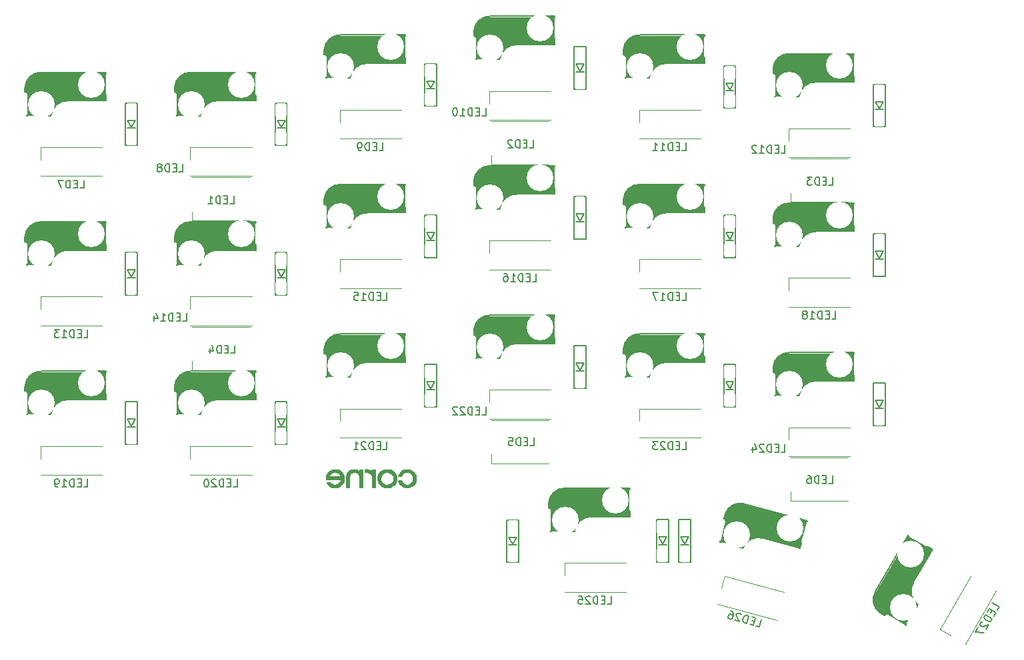
<source format=gbo>
G04 #@! TF.GenerationSoftware,KiCad,Pcbnew,(5.1.10)-1*
G04 #@! TF.CreationDate,2021-11-26T09:54:24+07:00*
G04 #@! TF.ProjectId,corne-cherry,636f726e-652d-4636-9865-7272792e6b69,3.0.1*
G04 #@! TF.SameCoordinates,Original*
G04 #@! TF.FileFunction,Legend,Bot*
G04 #@! TF.FilePolarity,Positive*
%FSLAX46Y46*%
G04 Gerber Fmt 4.6, Leading zero omitted, Abs format (unit mm)*
G04 Created by KiCad (PCBNEW (5.1.10)-1) date 2021-11-26 09:54:24*
%MOMM*%
%LPD*%
G01*
G04 APERTURE LIST*
%ADD10C,0.150000*%
%ADD11C,0.120000*%
%ADD12C,0.400000*%
%ADD13C,0.500000*%
%ADD14C,3.500000*%
%ADD15C,1.000000*%
%ADD16C,3.000000*%
%ADD17C,0.800000*%
%ADD18C,0.300000*%
%ADD19C,0.010000*%
%ADD20C,2.600000*%
%ADD21C,4.700000*%
%ADD22C,1.924000*%
%ADD23C,3.400000*%
%ADD24C,2.300000*%
%ADD25C,4.500000*%
%ADD26C,2.400000*%
%ADD27O,1.797000X2.178000*%
%ADD28O,2.900000X2.100000*%
%ADD29C,1.600000*%
G04 APERTURE END LIST*
D10*
X103622500Y-43329000D02*
X102622500Y-43329000D01*
X103122500Y-43229000D02*
X103622500Y-42329000D01*
X102622500Y-42329000D02*
X103122500Y-43229000D01*
X103622500Y-42329000D02*
X102622500Y-42329000D01*
X103872500Y-40129000D02*
X102372500Y-40129000D01*
X103872500Y-45529000D02*
X102372500Y-45529000D01*
X103872500Y-40129000D02*
X103872500Y-45529000D01*
X102372500Y-45529000D02*
X102372500Y-40129000D01*
X46649500Y-69450875D02*
X45649500Y-69450875D01*
X46149500Y-69350875D02*
X46649500Y-68450875D01*
X45649500Y-68450875D02*
X46149500Y-69350875D01*
X46649500Y-68450875D02*
X45649500Y-68450875D01*
X46899500Y-66250875D02*
X45399500Y-66250875D01*
X46899500Y-71650875D02*
X45399500Y-71650875D01*
X46899500Y-66250875D02*
X46899500Y-71650875D01*
X45399500Y-71650875D02*
X45399500Y-66250875D01*
X103622500Y-62329000D02*
X102622500Y-62329000D01*
X103122500Y-62229000D02*
X103622500Y-61329000D01*
X102622500Y-61329000D02*
X103122500Y-62229000D01*
X103622500Y-61329000D02*
X102622500Y-61329000D01*
X103872500Y-59129000D02*
X102372500Y-59129000D01*
X103872500Y-64529000D02*
X102372500Y-64529000D01*
X103872500Y-59129000D02*
X103872500Y-64529000D01*
X102372500Y-64529000D02*
X102372500Y-59129000D01*
X116922500Y-84439000D02*
X115922500Y-84439000D01*
X116422500Y-84339000D02*
X116922500Y-83439000D01*
X115922500Y-83439000D02*
X116422500Y-84339000D01*
X116922500Y-83439000D02*
X115922500Y-83439000D01*
X117172500Y-81239000D02*
X115672500Y-81239000D01*
X117172500Y-86639000D02*
X115672500Y-86639000D01*
X117172500Y-81239000D02*
X117172500Y-86639000D01*
X115672500Y-86639000D02*
X115672500Y-81239000D01*
X84622500Y-64704000D02*
X83622500Y-64704000D01*
X84122500Y-64604000D02*
X84622500Y-63704000D01*
X83622500Y-63704000D02*
X84122500Y-64604000D01*
X84622500Y-63704000D02*
X83622500Y-63704000D01*
X84872500Y-61504000D02*
X83372500Y-61504000D01*
X84872500Y-66904000D02*
X83372500Y-66904000D01*
X84872500Y-61504000D02*
X84872500Y-66904000D01*
X83372500Y-66904000D02*
X83372500Y-61504000D01*
X122622500Y-64704000D02*
X121622500Y-64704000D01*
X122122500Y-64604000D02*
X122622500Y-63704000D01*
X121622500Y-63704000D02*
X122122500Y-64604000D01*
X122622500Y-63704000D02*
X121622500Y-63704000D01*
X122872500Y-61504000D02*
X121372500Y-61504000D01*
X122872500Y-66904000D02*
X121372500Y-66904000D01*
X122872500Y-61504000D02*
X122872500Y-66904000D01*
X121372500Y-66904000D02*
X121372500Y-61504000D01*
X114079500Y-84439000D02*
X113079500Y-84439000D01*
X113579500Y-84339000D02*
X114079500Y-83439000D01*
X113079500Y-83439000D02*
X113579500Y-84339000D01*
X114079500Y-83439000D02*
X113079500Y-83439000D01*
X114329500Y-81239000D02*
X112829500Y-81239000D01*
X114329500Y-86639000D02*
X112829500Y-86639000D01*
X114329500Y-81239000D02*
X114329500Y-86639000D01*
X112829500Y-86639000D02*
X112829500Y-81239000D01*
X65649500Y-69454000D02*
X64649500Y-69454000D01*
X65149500Y-69354000D02*
X65649500Y-68454000D01*
X64649500Y-68454000D02*
X65149500Y-69354000D01*
X65649500Y-68454000D02*
X64649500Y-68454000D01*
X65899500Y-66254000D02*
X64399500Y-66254000D01*
X65899500Y-71654000D02*
X64399500Y-71654000D01*
X65899500Y-66254000D02*
X65899500Y-71654000D01*
X64399500Y-71654000D02*
X64399500Y-66254000D01*
X46649500Y-50450875D02*
X45649500Y-50450875D01*
X46149500Y-50350875D02*
X46649500Y-49450875D01*
X45649500Y-49450875D02*
X46149500Y-50350875D01*
X46649500Y-49450875D02*
X45649500Y-49450875D01*
X46899500Y-47250875D02*
X45399500Y-47250875D01*
X46899500Y-52650875D02*
X45399500Y-52650875D01*
X46899500Y-47250875D02*
X46899500Y-52650875D01*
X45399500Y-52650875D02*
X45399500Y-47250875D01*
X65649500Y-50454000D02*
X64649500Y-50454000D01*
X65149500Y-50354000D02*
X65649500Y-49454000D01*
X64649500Y-49454000D02*
X65149500Y-50354000D01*
X65649500Y-49454000D02*
X64649500Y-49454000D01*
X65899500Y-47254000D02*
X64399500Y-47254000D01*
X65899500Y-52654000D02*
X64399500Y-52654000D01*
X65899500Y-47254000D02*
X65899500Y-52654000D01*
X64399500Y-52654000D02*
X64399500Y-47254000D01*
X95072500Y-84444000D02*
X94072500Y-84444000D01*
X94572500Y-84344000D02*
X95072500Y-83444000D01*
X94072500Y-83444000D02*
X94572500Y-84344000D01*
X95072500Y-83444000D02*
X94072500Y-83444000D01*
X95322500Y-81244000D02*
X93822500Y-81244000D01*
X95322500Y-86644000D02*
X93822500Y-86644000D01*
X95322500Y-81244000D02*
X95322500Y-86644000D01*
X93822500Y-86644000D02*
X93822500Y-81244000D01*
X141622500Y-67079000D02*
X140622500Y-67079000D01*
X141122500Y-66979000D02*
X141622500Y-66079000D01*
X140622500Y-66079000D02*
X141122500Y-66979000D01*
X141622500Y-66079000D02*
X140622500Y-66079000D01*
X141872500Y-63879000D02*
X140372500Y-63879000D01*
X141872500Y-69279000D02*
X140372500Y-69279000D01*
X141872500Y-63879000D02*
X141872500Y-69279000D01*
X140372500Y-69279000D02*
X140372500Y-63879000D01*
X141622500Y-48079000D02*
X140622500Y-48079000D01*
X141122500Y-47979000D02*
X141622500Y-47079000D01*
X140622500Y-47079000D02*
X141122500Y-47979000D01*
X141622500Y-47079000D02*
X140622500Y-47079000D01*
X141872500Y-44879000D02*
X140372500Y-44879000D01*
X141872500Y-50279000D02*
X140372500Y-50279000D01*
X141872500Y-44879000D02*
X141872500Y-50279000D01*
X140372500Y-50279000D02*
X140372500Y-44879000D01*
X46649500Y-31450875D02*
X45649500Y-31450875D01*
X46149500Y-31350875D02*
X46649500Y-30450875D01*
X45649500Y-30450875D02*
X46149500Y-31350875D01*
X46649500Y-30450875D02*
X45649500Y-30450875D01*
X46899500Y-28250875D02*
X45399500Y-28250875D01*
X46899500Y-33650875D02*
X45399500Y-33650875D01*
X46899500Y-28250875D02*
X46899500Y-33650875D01*
X45399500Y-33650875D02*
X45399500Y-28250875D01*
X84622500Y-26454000D02*
X83622500Y-26454000D01*
X84122500Y-26354000D02*
X84622500Y-25454000D01*
X83622500Y-25454000D02*
X84122500Y-26354000D01*
X84622500Y-25454000D02*
X83622500Y-25454000D01*
X84872500Y-23254000D02*
X83372500Y-23254000D01*
X84872500Y-28654000D02*
X83372500Y-28654000D01*
X84872500Y-23254000D02*
X84872500Y-28654000D01*
X83372500Y-28654000D02*
X83372500Y-23254000D01*
X103622500Y-24329000D02*
X102622500Y-24329000D01*
X103122500Y-24229000D02*
X103622500Y-23329000D01*
X102622500Y-23329000D02*
X103122500Y-24229000D01*
X103622500Y-23329000D02*
X102622500Y-23329000D01*
X103872500Y-21129000D02*
X102372500Y-21129000D01*
X103872500Y-26529000D02*
X102372500Y-26529000D01*
X103872500Y-21129000D02*
X103872500Y-26529000D01*
X102372500Y-26529000D02*
X102372500Y-21129000D01*
X141622500Y-29079000D02*
X140622500Y-29079000D01*
X141122500Y-28979000D02*
X141622500Y-28079000D01*
X140622500Y-28079000D02*
X141122500Y-28979000D01*
X141622500Y-28079000D02*
X140622500Y-28079000D01*
X141872500Y-25879000D02*
X140372500Y-25879000D01*
X141872500Y-31279000D02*
X140372500Y-31279000D01*
X141872500Y-25879000D02*
X141872500Y-31279000D01*
X140372500Y-31279000D02*
X140372500Y-25879000D01*
X122622500Y-26704000D02*
X121622500Y-26704000D01*
X122122500Y-26604000D02*
X122622500Y-25704000D01*
X121622500Y-25704000D02*
X122122500Y-26604000D01*
X122622500Y-25704000D02*
X121622500Y-25704000D01*
X122872500Y-23504000D02*
X121372500Y-23504000D01*
X122872500Y-28904000D02*
X121372500Y-28904000D01*
X122872500Y-23504000D02*
X122872500Y-28904000D01*
X121372500Y-28904000D02*
X121372500Y-23504000D01*
X65649500Y-31454000D02*
X64649500Y-31454000D01*
X65149500Y-31354000D02*
X65649500Y-30454000D01*
X64649500Y-30454000D02*
X65149500Y-31354000D01*
X65649500Y-30454000D02*
X64649500Y-30454000D01*
X65899500Y-28254000D02*
X64399500Y-28254000D01*
X65899500Y-33654000D02*
X64399500Y-33654000D01*
X65899500Y-28254000D02*
X65899500Y-33654000D01*
X64399500Y-33654000D02*
X64399500Y-28254000D01*
X122622500Y-45704000D02*
X121622500Y-45704000D01*
X122122500Y-45604000D02*
X122622500Y-44704000D01*
X121622500Y-44704000D02*
X122122500Y-45604000D01*
X122622500Y-44704000D02*
X121622500Y-44704000D01*
X122872500Y-42504000D02*
X121372500Y-42504000D01*
X122872500Y-47904000D02*
X121372500Y-47904000D01*
X122872500Y-42504000D02*
X122872500Y-47904000D01*
X121372500Y-47904000D02*
X121372500Y-42504000D01*
X84622500Y-45704000D02*
X83622500Y-45704000D01*
X84122500Y-45604000D02*
X84622500Y-44704000D01*
X83622500Y-44704000D02*
X84122500Y-45604000D01*
X84622500Y-44704000D02*
X83622500Y-44704000D01*
X84872500Y-42504000D02*
X83372500Y-42504000D01*
X84872500Y-47904000D02*
X83372500Y-47904000D01*
X84872500Y-42504000D02*
X84872500Y-47904000D01*
X83372500Y-47904000D02*
X83372500Y-42504000D01*
D11*
X137172500Y-73329000D02*
X129872500Y-73329000D01*
X137172500Y-78829000D02*
X129872500Y-78829000D01*
X129872500Y-78829000D02*
X129872500Y-77679000D01*
D12*
X144854937Y-83448392D02*
X144229937Y-84530924D01*
D13*
X144421667Y-94398838D02*
X145646667Y-92277076D01*
D10*
X144756732Y-83218488D02*
X140656732Y-90319897D01*
X145474424Y-89175410D02*
X147874424Y-85018488D01*
X144494872Y-94672044D02*
X146009872Y-92047987D01*
X141252181Y-93088550D02*
X141901700Y-93463550D01*
X140641059Y-92447044D02*
X144494872Y-94672044D01*
X141901700Y-93463550D02*
X142001700Y-93290345D01*
X146998398Y-84535809D02*
X145049841Y-83410809D01*
X147874424Y-85018488D02*
X144756732Y-83218488D01*
D14*
X145415578Y-85677334D02*
X142065578Y-91479704D01*
D15*
X145026348Y-83951501D02*
X147191411Y-85201501D01*
D13*
X147557917Y-85066693D02*
X146864616Y-86167526D01*
D16*
X141770770Y-91390326D02*
X143710667Y-92510326D01*
D17*
X144236859Y-94118935D02*
X142678014Y-93218935D01*
D18*
X141865097Y-93326947D02*
X141302181Y-93001947D01*
D10*
X145993119Y-92034062D02*
G75*
G02*
X145474424Y-89175410I1328080J1717360D01*
G01*
X141252181Y-93088550D02*
G75*
G02*
X140656732Y-90319897I1086602J1682051D01*
G01*
D15*
X145446709Y-92180472D02*
G75*
G02*
X144928014Y-89321820I1328080J1717360D01*
G01*
D11*
X61172500Y-37704000D02*
X53872500Y-37704000D01*
X61172500Y-43204000D02*
X53872500Y-43204000D01*
X53872500Y-43204000D02*
X53872500Y-42054000D01*
X61172500Y-56704000D02*
X53872500Y-56704000D01*
X61172500Y-62204000D02*
X53872500Y-62204000D01*
X53872500Y-62204000D02*
X53872500Y-61054000D01*
X99172500Y-68579000D02*
X91872500Y-68579000D01*
X99172500Y-74079000D02*
X91872500Y-74079000D01*
X91872500Y-74079000D02*
X91872500Y-72929000D01*
X99172500Y-30579000D02*
X91872500Y-30579000D01*
X99172500Y-36079000D02*
X91872500Y-36079000D01*
X91872500Y-36079000D02*
X91872500Y-34929000D01*
X137172500Y-35329000D02*
X129872500Y-35329000D01*
X137172500Y-40829000D02*
X129872500Y-40829000D01*
X129872500Y-40829000D02*
X129872500Y-39679000D01*
D12*
X137772500Y-41179000D02*
X136522500Y-41179000D01*
D13*
X128072500Y-46279000D02*
X130522500Y-46279000D01*
D10*
X137922500Y-40979000D02*
X129722499Y-40979000D01*
X133122500Y-44579000D02*
X137922500Y-44579000D01*
X127872500Y-46479000D02*
X130902500Y-46479000D01*
X127622500Y-42879000D02*
X127622500Y-43629000D01*
X127872500Y-42029000D02*
X127872500Y-46479000D01*
X127622500Y-43629000D02*
X127822500Y-43629000D01*
X137902500Y-43579000D02*
X137902500Y-41329000D01*
X137922500Y-44579000D02*
X137922500Y-40979000D01*
D14*
X136122500Y-42779000D02*
X129422500Y-42779000D01*
D15*
X137422500Y-41579000D02*
X137422500Y-44079000D01*
D13*
X137722500Y-44329000D02*
X136422500Y-44279000D01*
D16*
X129352500Y-42479000D02*
X129352500Y-44719000D01*
D17*
X128222500Y-45979000D02*
X128222500Y-44179001D01*
D18*
X127722500Y-43529000D02*
X127722500Y-42879000D01*
D10*
X130906182Y-46457529D02*
G75*
G02*
X133122500Y-44579000I2151318J-291471D01*
G01*
X127622500Y-42879001D02*
G75*
G02*
X129722499Y-40979000I2000000J-99999D01*
G01*
D15*
X130506182Y-46057529D02*
G75*
G02*
X132722500Y-44179000I2151318J-291471D01*
G01*
D12*
X118772500Y-19804000D02*
X117522500Y-19804000D01*
D13*
X109072500Y-24904000D02*
X111522500Y-24904000D01*
D10*
X118922500Y-19604000D02*
X110722499Y-19604000D01*
X114122500Y-23204000D02*
X118922500Y-23204000D01*
X108872500Y-25104000D02*
X111902500Y-25104000D01*
X108622500Y-21504000D02*
X108622500Y-22254000D01*
X108872500Y-20654000D02*
X108872500Y-25104000D01*
X108622500Y-22254000D02*
X108822500Y-22254000D01*
X118902500Y-22204000D02*
X118902500Y-19954000D01*
X118922500Y-23204000D02*
X118922500Y-19604000D01*
D14*
X117122500Y-21404000D02*
X110422500Y-21404000D01*
D15*
X118422500Y-20204000D02*
X118422500Y-22704000D01*
D13*
X118722500Y-22954000D02*
X117422500Y-22904000D01*
D16*
X110352500Y-21104000D02*
X110352500Y-23344000D01*
D17*
X109222500Y-24604000D02*
X109222500Y-22804001D01*
D18*
X108722500Y-22154000D02*
X108722500Y-21504000D01*
D10*
X111906182Y-25082529D02*
G75*
G02*
X114122500Y-23204000I2151318J-291471D01*
G01*
X108622500Y-21504001D02*
G75*
G02*
X110722499Y-19604000I2000000J-99999D01*
G01*
D15*
X111506182Y-24682529D02*
G75*
G02*
X113722500Y-22804000I2151318J-291471D01*
G01*
D12*
X80772500Y-57804000D02*
X79522500Y-57804000D01*
D13*
X71072500Y-62904000D02*
X73522500Y-62904000D01*
D10*
X80922500Y-57604000D02*
X72722499Y-57604000D01*
X76122500Y-61204000D02*
X80922500Y-61204000D01*
X70872500Y-63104000D02*
X73902500Y-63104000D01*
X70622500Y-59504000D02*
X70622500Y-60254000D01*
X70872500Y-58654000D02*
X70872500Y-63104000D01*
X70622500Y-60254000D02*
X70822500Y-60254000D01*
X80902500Y-60204000D02*
X80902500Y-57954000D01*
X80922500Y-61204000D02*
X80922500Y-57604000D01*
D14*
X79122500Y-59404000D02*
X72422500Y-59404000D01*
D15*
X80422500Y-58204000D02*
X80422500Y-60704000D01*
D13*
X80722500Y-60954000D02*
X79422500Y-60904000D01*
D16*
X72352500Y-59104000D02*
X72352500Y-61344000D01*
D17*
X71222500Y-62604000D02*
X71222500Y-60804001D01*
D18*
X70722500Y-60154000D02*
X70722500Y-59504000D01*
D10*
X73906182Y-63082529D02*
G75*
G02*
X76122500Y-61204000I2151318J-291471D01*
G01*
X70622500Y-59504001D02*
G75*
G02*
X72722499Y-57604000I2000000J-99999D01*
G01*
D15*
X73506182Y-62682529D02*
G75*
G02*
X75722500Y-60804000I2151318J-291471D01*
G01*
D12*
X61772500Y-43554000D02*
X60522500Y-43554000D01*
D13*
X52072500Y-48654000D02*
X54522500Y-48654000D01*
D10*
X61922500Y-43354000D02*
X53722499Y-43354000D01*
X57122500Y-46954000D02*
X61922500Y-46954000D01*
X51872500Y-48854000D02*
X54902500Y-48854000D01*
X51622500Y-45254000D02*
X51622500Y-46004000D01*
X51872500Y-44404000D02*
X51872500Y-48854000D01*
X51622500Y-46004000D02*
X51822500Y-46004000D01*
X61902500Y-45954000D02*
X61902500Y-43704000D01*
X61922500Y-46954000D02*
X61922500Y-43354000D01*
D14*
X60122500Y-45154000D02*
X53422500Y-45154000D01*
D15*
X61422500Y-43954000D02*
X61422500Y-46454000D01*
D13*
X61722500Y-46704000D02*
X60422500Y-46654000D01*
D16*
X53352500Y-44854000D02*
X53352500Y-47094000D01*
D17*
X52222500Y-48354000D02*
X52222500Y-46554001D01*
D18*
X51722500Y-45904000D02*
X51722500Y-45254000D01*
D10*
X54906182Y-48832529D02*
G75*
G02*
X57122500Y-46954000I2151318J-291471D01*
G01*
X51622500Y-45254001D02*
G75*
G02*
X53722499Y-43354000I2000000J-99999D01*
G01*
D15*
X54506182Y-48432529D02*
G75*
G02*
X56722500Y-46554000I2151318J-291471D01*
G01*
D12*
X137772500Y-60179000D02*
X136522500Y-60179000D01*
D13*
X128072500Y-65279000D02*
X130522500Y-65279000D01*
D10*
X137922500Y-59979000D02*
X129722499Y-59979000D01*
X133122500Y-63579000D02*
X137922500Y-63579000D01*
X127872500Y-65479000D02*
X130902500Y-65479000D01*
X127622500Y-61879000D02*
X127622500Y-62629000D01*
X127872500Y-61029000D02*
X127872500Y-65479000D01*
X127622500Y-62629000D02*
X127822500Y-62629000D01*
X137902500Y-62579000D02*
X137902500Y-60329000D01*
X137922500Y-63579000D02*
X137922500Y-59979000D01*
D14*
X136122500Y-61779000D02*
X129422500Y-61779000D01*
D15*
X137422500Y-60579000D02*
X137422500Y-63079000D01*
D13*
X137722500Y-63329000D02*
X136422500Y-63279000D01*
D16*
X129352500Y-61479000D02*
X129352500Y-63719000D01*
D17*
X128222500Y-64979000D02*
X128222500Y-63179001D01*
D18*
X127722500Y-62529000D02*
X127722500Y-61879000D01*
D10*
X130906182Y-65457529D02*
G75*
G02*
X133122500Y-63579000I2151318J-291471D01*
G01*
X127622500Y-61879001D02*
G75*
G02*
X129722499Y-59979000I2000000J-99999D01*
G01*
D15*
X130506182Y-65057529D02*
G75*
G02*
X132722500Y-63179000I2151318J-291471D01*
G01*
D12*
X109272500Y-77429000D02*
X108022500Y-77429000D01*
D13*
X99572500Y-82529000D02*
X102022500Y-82529000D01*
D10*
X109422500Y-77229000D02*
X101222499Y-77229000D01*
X104622500Y-80829000D02*
X109422500Y-80829000D01*
X99372500Y-82729000D02*
X102402500Y-82729000D01*
X99122500Y-79129000D02*
X99122500Y-79879000D01*
X99372500Y-78279000D02*
X99372500Y-82729000D01*
X99122500Y-79879000D02*
X99322500Y-79879000D01*
X109402500Y-79829000D02*
X109402500Y-77579000D01*
X109422500Y-80829000D02*
X109422500Y-77229000D01*
D14*
X107622500Y-79029000D02*
X100922500Y-79029000D01*
D15*
X108922500Y-77829000D02*
X108922500Y-80329000D01*
D13*
X109222500Y-80579000D02*
X107922500Y-80529000D01*
D16*
X100852500Y-78729000D02*
X100852500Y-80969000D01*
D17*
X99722500Y-82229000D02*
X99722500Y-80429001D01*
D18*
X99222500Y-79779000D02*
X99222500Y-79129000D01*
D10*
X102406182Y-82707529D02*
G75*
G02*
X104622500Y-80829000I2151318J-291471D01*
G01*
X99122500Y-79129001D02*
G75*
G02*
X101222499Y-77229000I2000000J-99999D01*
G01*
D15*
X102006182Y-82307529D02*
G75*
G02*
X104222500Y-80429000I2151318J-291471D01*
G01*
D12*
X131784127Y-81497056D02*
X130576719Y-81173532D01*
D13*
X121094669Y-83912733D02*
X123461187Y-84546839D01*
D10*
X131980779Y-81342693D02*
X124060187Y-79220377D01*
X126412587Y-83577695D02*
X131049031Y-84820026D01*
X120849720Y-84054154D02*
X123776475Y-84838376D01*
X121539987Y-80512116D02*
X121345873Y-81236561D01*
X122001465Y-79755784D02*
X120849720Y-84054154D01*
X121345873Y-81236561D02*
X121539058Y-81288324D01*
X131288531Y-83848924D02*
X131870874Y-81675591D01*
X131049031Y-84820026D02*
X131980779Y-81342693D01*
D14*
X129776239Y-82615486D02*
X123304536Y-80881398D01*
D15*
X131342525Y-81792839D02*
X130695477Y-84207654D01*
D13*
X130920550Y-84526781D02*
X129677788Y-84142020D01*
D16*
X123314566Y-80573503D02*
X122734812Y-82737177D01*
D17*
X121317204Y-83661778D02*
X121783078Y-81923112D01*
D18*
X121468347Y-81165850D02*
X121636580Y-80537998D01*
D10*
X123785588Y-84818589D02*
G75*
G02*
X126412587Y-83577695I2002576J-838342D01*
G01*
X121539987Y-80512117D02*
G75*
G02*
X124060187Y-79220377I1905970J-614230D01*
G01*
D15*
X123502746Y-84328692D02*
G75*
G02*
X126129744Y-83087797I2002576J-838341D01*
G01*
D12*
X80772500Y-19804000D02*
X79522500Y-19804000D01*
D13*
X71072500Y-24904000D02*
X73522500Y-24904000D01*
D10*
X80922500Y-19604000D02*
X72722499Y-19604000D01*
X76122500Y-23204000D02*
X80922500Y-23204000D01*
X70872500Y-25104000D02*
X73902500Y-25104000D01*
X70622500Y-21504000D02*
X70622500Y-22254000D01*
X70872500Y-20654000D02*
X70872500Y-25104000D01*
X70622500Y-22254000D02*
X70822500Y-22254000D01*
X80902500Y-22204000D02*
X80902500Y-19954000D01*
X80922500Y-23204000D02*
X80922500Y-19604000D01*
D14*
X79122500Y-21404000D02*
X72422500Y-21404000D01*
D15*
X80422500Y-20204000D02*
X80422500Y-22704000D01*
D13*
X80722500Y-22954000D02*
X79422500Y-22904000D01*
D16*
X72352500Y-21104000D02*
X72352500Y-23344000D01*
D17*
X71222500Y-24604000D02*
X71222500Y-22804001D01*
D18*
X70722500Y-22154000D02*
X70722500Y-21504000D01*
D10*
X73906182Y-25082529D02*
G75*
G02*
X76122500Y-23204000I2151318J-291471D01*
G01*
X70622500Y-21504001D02*
G75*
G02*
X72722499Y-19604000I2000000J-99999D01*
G01*
D15*
X73506182Y-24682529D02*
G75*
G02*
X75722500Y-22804000I2151318J-291471D01*
G01*
D12*
X42772500Y-43554000D02*
X41522500Y-43554000D01*
D13*
X33072500Y-48654000D02*
X35522500Y-48654000D01*
D10*
X42922500Y-43354000D02*
X34722499Y-43354000D01*
X38122500Y-46954000D02*
X42922500Y-46954000D01*
X32872500Y-48854000D02*
X35902500Y-48854000D01*
X32622500Y-45254000D02*
X32622500Y-46004000D01*
X32872500Y-44404000D02*
X32872500Y-48854000D01*
X32622500Y-46004000D02*
X32822500Y-46004000D01*
X42902500Y-45954000D02*
X42902500Y-43704000D01*
X42922500Y-46954000D02*
X42922500Y-43354000D01*
D14*
X41122500Y-45154000D02*
X34422500Y-45154000D01*
D15*
X42422500Y-43954000D02*
X42422500Y-46454000D01*
D13*
X42722500Y-46704000D02*
X41422500Y-46654000D01*
D16*
X34352500Y-44854000D02*
X34352500Y-47094000D01*
D17*
X33222500Y-48354000D02*
X33222500Y-46554001D01*
D18*
X32722500Y-45904000D02*
X32722500Y-45254000D01*
D10*
X35906182Y-48832529D02*
G75*
G02*
X38122500Y-46954000I2151318J-291471D01*
G01*
X32622500Y-45254001D02*
G75*
G02*
X34722499Y-43354000I2000000J-99999D01*
G01*
D15*
X35506182Y-48432529D02*
G75*
G02*
X37722500Y-46554000I2151318J-291471D01*
G01*
D12*
X99772500Y-17429000D02*
X98522500Y-17429000D01*
D13*
X90072500Y-22529000D02*
X92522500Y-22529000D01*
D10*
X99922500Y-17229000D02*
X91722499Y-17229000D01*
X95122500Y-20829000D02*
X99922500Y-20829000D01*
X89872500Y-22729000D02*
X92902500Y-22729000D01*
X89622500Y-19129000D02*
X89622500Y-19879000D01*
X89872500Y-18279000D02*
X89872500Y-22729000D01*
X89622500Y-19879000D02*
X89822500Y-19879000D01*
X99902500Y-19829000D02*
X99902500Y-17579000D01*
X99922500Y-20829000D02*
X99922500Y-17229000D01*
D14*
X98122500Y-19029000D02*
X91422500Y-19029000D01*
D15*
X99422500Y-17829000D02*
X99422500Y-20329000D01*
D13*
X99722500Y-20579000D02*
X98422500Y-20529000D01*
D16*
X91352500Y-18729000D02*
X91352500Y-20969000D01*
D17*
X90222500Y-22229000D02*
X90222500Y-20429001D01*
D18*
X89722500Y-19779000D02*
X89722500Y-19129000D01*
D10*
X92906182Y-22707529D02*
G75*
G02*
X95122500Y-20829000I2151318J-291471D01*
G01*
X89622500Y-19129001D02*
G75*
G02*
X91722499Y-17229000I2000000J-99999D01*
G01*
D15*
X92506182Y-22307529D02*
G75*
G02*
X94722500Y-20429000I2151318J-291471D01*
G01*
D12*
X99772500Y-55429000D02*
X98522500Y-55429000D01*
D13*
X90072500Y-60529000D02*
X92522500Y-60529000D01*
D10*
X99922500Y-55229000D02*
X91722499Y-55229000D01*
X95122500Y-58829000D02*
X99922500Y-58829000D01*
X89872500Y-60729000D02*
X92902500Y-60729000D01*
X89622500Y-57129000D02*
X89622500Y-57879000D01*
X89872500Y-56279000D02*
X89872500Y-60729000D01*
X89622500Y-57879000D02*
X89822500Y-57879000D01*
X99902500Y-57829000D02*
X99902500Y-55579000D01*
X99922500Y-58829000D02*
X99922500Y-55229000D01*
D14*
X98122500Y-57029000D02*
X91422500Y-57029000D01*
D15*
X99422500Y-55829000D02*
X99422500Y-58329000D01*
D13*
X99722500Y-58579000D02*
X98422500Y-58529000D01*
D16*
X91352500Y-56729000D02*
X91352500Y-58969000D01*
D17*
X90222500Y-60229000D02*
X90222500Y-58429001D01*
D18*
X89722500Y-57779000D02*
X89722500Y-57129000D01*
D10*
X92906182Y-60707529D02*
G75*
G02*
X95122500Y-58829000I2151318J-291471D01*
G01*
X89622500Y-57129001D02*
G75*
G02*
X91722499Y-55229000I2000000J-99999D01*
G01*
D15*
X92506182Y-60307529D02*
G75*
G02*
X94722500Y-58429000I2151318J-291471D01*
G01*
D12*
X118772500Y-57804000D02*
X117522500Y-57804000D01*
D13*
X109072500Y-62904000D02*
X111522500Y-62904000D01*
D10*
X118922500Y-57604000D02*
X110722499Y-57604000D01*
X114122500Y-61204000D02*
X118922500Y-61204000D01*
X108872500Y-63104000D02*
X111902500Y-63104000D01*
X108622500Y-59504000D02*
X108622500Y-60254000D01*
X108872500Y-58654000D02*
X108872500Y-63104000D01*
X108622500Y-60254000D02*
X108822500Y-60254000D01*
X118902500Y-60204000D02*
X118902500Y-57954000D01*
X118922500Y-61204000D02*
X118922500Y-57604000D01*
D14*
X117122500Y-59404000D02*
X110422500Y-59404000D01*
D15*
X118422500Y-58204000D02*
X118422500Y-60704000D01*
D13*
X118722500Y-60954000D02*
X117422500Y-60904000D01*
D16*
X110352500Y-59104000D02*
X110352500Y-61344000D01*
D17*
X109222500Y-62604000D02*
X109222500Y-60804001D01*
D18*
X108722500Y-60154000D02*
X108722500Y-59504000D01*
D10*
X111906182Y-63082529D02*
G75*
G02*
X114122500Y-61204000I2151318J-291471D01*
G01*
X108622500Y-59504001D02*
G75*
G02*
X110722499Y-57604000I2000000J-99999D01*
G01*
D15*
X111506182Y-62682529D02*
G75*
G02*
X113722500Y-60804000I2151318J-291471D01*
G01*
D12*
X80772500Y-38804000D02*
X79522500Y-38804000D01*
D13*
X71072500Y-43904000D02*
X73522500Y-43904000D01*
D10*
X80922500Y-38604000D02*
X72722499Y-38604000D01*
X76122500Y-42204000D02*
X80922500Y-42204000D01*
X70872500Y-44104000D02*
X73902500Y-44104000D01*
X70622500Y-40504000D02*
X70622500Y-41254000D01*
X70872500Y-39654000D02*
X70872500Y-44104000D01*
X70622500Y-41254000D02*
X70822500Y-41254000D01*
X80902500Y-41204000D02*
X80902500Y-38954000D01*
X80922500Y-42204000D02*
X80922500Y-38604000D01*
D14*
X79122500Y-40404000D02*
X72422500Y-40404000D01*
D15*
X80422500Y-39204000D02*
X80422500Y-41704000D01*
D13*
X80722500Y-41954000D02*
X79422500Y-41904000D01*
D16*
X72352500Y-40104000D02*
X72352500Y-42344000D01*
D17*
X71222500Y-43604000D02*
X71222500Y-41804001D01*
D18*
X70722500Y-41154000D02*
X70722500Y-40504000D01*
D10*
X73906182Y-44082529D02*
G75*
G02*
X76122500Y-42204000I2151318J-291471D01*
G01*
X70622500Y-40504001D02*
G75*
G02*
X72722499Y-38604000I2000000J-99999D01*
G01*
D15*
X73506182Y-43682529D02*
G75*
G02*
X75722500Y-41804000I2151318J-291471D01*
G01*
D12*
X99772500Y-36429000D02*
X98522500Y-36429000D01*
D13*
X90072500Y-41529000D02*
X92522500Y-41529000D01*
D10*
X99922500Y-36229000D02*
X91722499Y-36229000D01*
X95122500Y-39829000D02*
X99922500Y-39829000D01*
X89872500Y-41729000D02*
X92902500Y-41729000D01*
X89622500Y-38129000D02*
X89622500Y-38879000D01*
X89872500Y-37279000D02*
X89872500Y-41729000D01*
X89622500Y-38879000D02*
X89822500Y-38879000D01*
X99902500Y-38829000D02*
X99902500Y-36579000D01*
X99922500Y-39829000D02*
X99922500Y-36229000D01*
D14*
X98122500Y-38029000D02*
X91422500Y-38029000D01*
D15*
X99422500Y-36829000D02*
X99422500Y-39329000D01*
D13*
X99722500Y-39579000D02*
X98422500Y-39529000D01*
D16*
X91352500Y-37729000D02*
X91352500Y-39969000D01*
D17*
X90222500Y-41229000D02*
X90222500Y-39429001D01*
D18*
X89722500Y-38779000D02*
X89722500Y-38129000D01*
D10*
X92906182Y-41707529D02*
G75*
G02*
X95122500Y-39829000I2151318J-291471D01*
G01*
X89622500Y-38129001D02*
G75*
G02*
X91722499Y-36229000I2000000J-99999D01*
G01*
D15*
X92506182Y-41307529D02*
G75*
G02*
X94722500Y-39429000I2151318J-291471D01*
G01*
D12*
X42772500Y-24554000D02*
X41522500Y-24554000D01*
D13*
X33072500Y-29654000D02*
X35522500Y-29654000D01*
D10*
X42922500Y-24354000D02*
X34722499Y-24354000D01*
X38122500Y-27954000D02*
X42922500Y-27954000D01*
X32872500Y-29854000D02*
X35902500Y-29854000D01*
X32622500Y-26254000D02*
X32622500Y-27004000D01*
X32872500Y-25404000D02*
X32872500Y-29854000D01*
X32622500Y-27004000D02*
X32822500Y-27004000D01*
X42902500Y-26954000D02*
X42902500Y-24704000D01*
X42922500Y-27954000D02*
X42922500Y-24354000D01*
D14*
X41122500Y-26154000D02*
X34422500Y-26154000D01*
D15*
X42422500Y-24954000D02*
X42422500Y-27454000D01*
D13*
X42722500Y-27704000D02*
X41422500Y-27654000D01*
D16*
X34352500Y-25854000D02*
X34352500Y-28094000D01*
D17*
X33222500Y-29354000D02*
X33222500Y-27554001D01*
D18*
X32722500Y-26904000D02*
X32722500Y-26254000D01*
D10*
X35906182Y-29832529D02*
G75*
G02*
X38122500Y-27954000I2151318J-291471D01*
G01*
X32622500Y-26254001D02*
G75*
G02*
X34722499Y-24354000I2000000J-99999D01*
G01*
D15*
X35506182Y-29432529D02*
G75*
G02*
X37722500Y-27554000I2151318J-291471D01*
G01*
D12*
X118772500Y-38804000D02*
X117522500Y-38804000D01*
D13*
X109072500Y-43904000D02*
X111522500Y-43904000D01*
D10*
X118922500Y-38604000D02*
X110722499Y-38604000D01*
X114122500Y-42204000D02*
X118922500Y-42204000D01*
X108872500Y-44104000D02*
X111902500Y-44104000D01*
X108622500Y-40504000D02*
X108622500Y-41254000D01*
X108872500Y-39654000D02*
X108872500Y-44104000D01*
X108622500Y-41254000D02*
X108822500Y-41254000D01*
X118902500Y-41204000D02*
X118902500Y-38954000D01*
X118922500Y-42204000D02*
X118922500Y-38604000D01*
D14*
X117122500Y-40404000D02*
X110422500Y-40404000D01*
D15*
X118422500Y-39204000D02*
X118422500Y-41704000D01*
D13*
X118722500Y-41954000D02*
X117422500Y-41904000D01*
D16*
X110352500Y-40104000D02*
X110352500Y-42344000D01*
D17*
X109222500Y-43604000D02*
X109222500Y-41804001D01*
D18*
X108722500Y-41154000D02*
X108722500Y-40504000D01*
D10*
X111906182Y-44082529D02*
G75*
G02*
X114122500Y-42204000I2151318J-291471D01*
G01*
X108622500Y-40504001D02*
G75*
G02*
X110722499Y-38604000I2000000J-99999D01*
G01*
D15*
X111506182Y-43682529D02*
G75*
G02*
X113722500Y-41804000I2151318J-291471D01*
G01*
D12*
X61772500Y-24554000D02*
X60522500Y-24554000D01*
D13*
X52072500Y-29654000D02*
X54522500Y-29654000D01*
D10*
X61922500Y-24354000D02*
X53722499Y-24354000D01*
X57122500Y-27954000D02*
X61922500Y-27954000D01*
X51872500Y-29854000D02*
X54902500Y-29854000D01*
X51622500Y-26254000D02*
X51622500Y-27004000D01*
X51872500Y-25404000D02*
X51872500Y-29854000D01*
X51622500Y-27004000D02*
X51822500Y-27004000D01*
X61902500Y-26954000D02*
X61902500Y-24704000D01*
X61922500Y-27954000D02*
X61922500Y-24354000D01*
D14*
X60122500Y-26154000D02*
X53422500Y-26154000D01*
D15*
X61422500Y-24954000D02*
X61422500Y-27454000D01*
D13*
X61722500Y-27704000D02*
X60422500Y-27654000D01*
D16*
X53352500Y-25854000D02*
X53352500Y-28094000D01*
D17*
X52222500Y-29354000D02*
X52222500Y-27554001D01*
D18*
X51722500Y-26904000D02*
X51722500Y-26254000D01*
D10*
X54906182Y-29832529D02*
G75*
G02*
X57122500Y-27954000I2151318J-291471D01*
G01*
X51622500Y-26254001D02*
G75*
G02*
X53722499Y-24354000I2000000J-99999D01*
G01*
D15*
X54506182Y-29432529D02*
G75*
G02*
X56722500Y-27554000I2151318J-291471D01*
G01*
D11*
X53622500Y-52854000D02*
X61422500Y-52854000D01*
X61422500Y-56554000D02*
X53622500Y-56554000D01*
X53622500Y-54454000D02*
X53622500Y-52854000D01*
X91622500Y-45729000D02*
X99422500Y-45729000D01*
X99422500Y-49429000D02*
X91622500Y-49429000D01*
X91622500Y-47329000D02*
X91622500Y-45729000D01*
X72622500Y-48104000D02*
X80422500Y-48104000D01*
X80422500Y-51804000D02*
X72622500Y-51804000D01*
X72622500Y-49704000D02*
X72622500Y-48104000D01*
X110622500Y-29104000D02*
X118422500Y-29104000D01*
X118422500Y-32804000D02*
X110622500Y-32804000D01*
X110622500Y-30704000D02*
X110622500Y-29104000D01*
X129622500Y-31479000D02*
X137422500Y-31479000D01*
X137422500Y-35179000D02*
X129622500Y-35179000D01*
X129622500Y-33079000D02*
X129622500Y-31479000D01*
X72622500Y-29104000D02*
X80422500Y-29104000D01*
X80422500Y-32804000D02*
X72622500Y-32804000D01*
X72622500Y-30704000D02*
X72622500Y-29104000D01*
X110622500Y-48104000D02*
X118422500Y-48104000D01*
X118422500Y-51804000D02*
X110622500Y-51804000D01*
X110622500Y-49704000D02*
X110622500Y-48104000D01*
X91622500Y-26729000D02*
X99422500Y-26729000D01*
X99422500Y-30429000D02*
X91622500Y-30429000D01*
X91622500Y-28329000D02*
X91622500Y-26729000D01*
X34622500Y-52854000D02*
X42422500Y-52854000D01*
X42422500Y-56554000D02*
X34622500Y-56554000D01*
X34622500Y-54454000D02*
X34622500Y-52854000D01*
X129622500Y-50479000D02*
X137422500Y-50479000D01*
X137422500Y-54179000D02*
X129622500Y-54179000D01*
X129622500Y-52079000D02*
X129622500Y-50479000D01*
X34622500Y-33854000D02*
X42422500Y-33854000D01*
X42422500Y-37554000D02*
X34622500Y-37554000D01*
X34622500Y-35454000D02*
X34622500Y-33854000D01*
X121504815Y-88370791D02*
X129039036Y-90389579D01*
X128081405Y-93963505D02*
X120547184Y-91944717D01*
X121090704Y-89916272D02*
X121504815Y-88370791D01*
X53622500Y-33854000D02*
X61422500Y-33854000D01*
X61422500Y-37554000D02*
X53622500Y-37554000D01*
X53622500Y-35454000D02*
X53622500Y-33854000D01*
X34622500Y-71854000D02*
X42422500Y-71854000D01*
X42422500Y-75554000D02*
X34622500Y-75554000D01*
X34622500Y-73454000D02*
X34622500Y-71854000D01*
X129622500Y-69479000D02*
X137422500Y-69479000D01*
X137422500Y-73179000D02*
X129622500Y-73179000D01*
X129622500Y-71079000D02*
X129622500Y-69479000D01*
X101122500Y-86729000D02*
X108922500Y-86729000D01*
X108922500Y-90429000D02*
X101122500Y-90429000D01*
X101122500Y-88329000D02*
X101122500Y-86729000D01*
X53622500Y-71854000D02*
X61422500Y-71854000D01*
X61422500Y-75554000D02*
X53622500Y-75554000D01*
X53622500Y-73454000D02*
X53622500Y-71854000D01*
X72622500Y-67104000D02*
X80422500Y-67104000D01*
X80422500Y-70804000D02*
X72622500Y-70804000D01*
X72622500Y-68704000D02*
X72622500Y-67104000D01*
X91622500Y-64729000D02*
X99422500Y-64729000D01*
X99422500Y-68429000D02*
X91622500Y-68429000D01*
X91622500Y-66329000D02*
X91622500Y-64729000D01*
X148833974Y-95156499D02*
X152733974Y-88401501D01*
X155938268Y-90251501D02*
X152038268Y-97006499D01*
X150219615Y-95956499D02*
X148833974Y-95156499D01*
D12*
X42772500Y-62554000D02*
X41522500Y-62554000D01*
D13*
X33072500Y-67654000D02*
X35522500Y-67654000D01*
D10*
X42922500Y-62354000D02*
X34722499Y-62354000D01*
X38122500Y-65954000D02*
X42922500Y-65954000D01*
X32872500Y-67854000D02*
X35902500Y-67854000D01*
X32622500Y-64254000D02*
X32622500Y-65004000D01*
X32872500Y-63404000D02*
X32872500Y-67854000D01*
X32622500Y-65004000D02*
X32822500Y-65004000D01*
X42902500Y-64954000D02*
X42902500Y-62704000D01*
X42922500Y-65954000D02*
X42922500Y-62354000D01*
D14*
X41122500Y-64154000D02*
X34422500Y-64154000D01*
D15*
X42422500Y-62954000D02*
X42422500Y-65454000D01*
D13*
X42722500Y-65704000D02*
X41422500Y-65654000D01*
D16*
X34352500Y-63854000D02*
X34352500Y-66094000D01*
D17*
X33222500Y-67354000D02*
X33222500Y-65554001D01*
D18*
X32722500Y-64904000D02*
X32722500Y-64254000D01*
D10*
X35906182Y-67832529D02*
G75*
G02*
X38122500Y-65954000I2151318J-291471D01*
G01*
X32622500Y-64254001D02*
G75*
G02*
X34722499Y-62354000I2000000J-99999D01*
G01*
D15*
X35506182Y-67432529D02*
G75*
G02*
X37722500Y-65554000I2151318J-291471D01*
G01*
D12*
X137772500Y-22179000D02*
X136522500Y-22179000D01*
D13*
X128072500Y-27279000D02*
X130522500Y-27279000D01*
D10*
X137922500Y-21979000D02*
X129722499Y-21979000D01*
X133122500Y-25579000D02*
X137922500Y-25579000D01*
X127872500Y-27479000D02*
X130902500Y-27479000D01*
X127622500Y-23879000D02*
X127622500Y-24629000D01*
X127872500Y-23029000D02*
X127872500Y-27479000D01*
X127622500Y-24629000D02*
X127822500Y-24629000D01*
X137902500Y-24579000D02*
X137902500Y-22329000D01*
X137922500Y-25579000D02*
X137922500Y-21979000D01*
D14*
X136122500Y-23779000D02*
X129422500Y-23779000D01*
D15*
X137422500Y-22579000D02*
X137422500Y-25079000D01*
D13*
X137722500Y-25329000D02*
X136422500Y-25279000D01*
D16*
X129352500Y-23479000D02*
X129352500Y-25719000D01*
D17*
X128222500Y-26979000D02*
X128222500Y-25179001D01*
D18*
X127722500Y-24529000D02*
X127722500Y-23879000D01*
D10*
X130906182Y-27457529D02*
G75*
G02*
X133122500Y-25579000I2151318J-291471D01*
G01*
X127622500Y-23879001D02*
G75*
G02*
X129722499Y-21979000I2000000J-99999D01*
G01*
D15*
X130506182Y-27057529D02*
G75*
G02*
X132722500Y-25179000I2151318J-291471D01*
G01*
D12*
X61772500Y-62554000D02*
X60522500Y-62554000D01*
D13*
X52072500Y-67654000D02*
X54522500Y-67654000D01*
D10*
X61922500Y-62354000D02*
X53722499Y-62354000D01*
X57122500Y-65954000D02*
X61922500Y-65954000D01*
X51872500Y-67854000D02*
X54902500Y-67854000D01*
X51622500Y-64254000D02*
X51622500Y-65004000D01*
X51872500Y-63404000D02*
X51872500Y-67854000D01*
X51622500Y-65004000D02*
X51822500Y-65004000D01*
X61902500Y-64954000D02*
X61902500Y-62704000D01*
X61922500Y-65954000D02*
X61922500Y-62354000D01*
D14*
X60122500Y-64154000D02*
X53422500Y-64154000D01*
D15*
X61422500Y-62954000D02*
X61422500Y-65454000D01*
D13*
X61722500Y-65704000D02*
X60422500Y-65654000D01*
D16*
X53352500Y-63854000D02*
X53352500Y-66094000D01*
D17*
X52222500Y-67354000D02*
X52222500Y-65554001D01*
D18*
X51722500Y-64904000D02*
X51722500Y-64254000D01*
D10*
X54906182Y-67832529D02*
G75*
G02*
X57122500Y-65954000I2151318J-291471D01*
G01*
X51622500Y-64254001D02*
G75*
G02*
X53722499Y-62354000I2000000J-99999D01*
G01*
D15*
X54506182Y-67432529D02*
G75*
G02*
X56722500Y-65554000I2151318J-291471D01*
G01*
D11*
X110622500Y-67104000D02*
X118422500Y-67104000D01*
X118422500Y-70804000D02*
X110622500Y-70804000D01*
X110622500Y-68704000D02*
X110622500Y-67104000D01*
D19*
G36*
X74250509Y-74832791D02*
G01*
X74156425Y-74836451D01*
X74086010Y-74845455D01*
X74025699Y-74862181D01*
X73961930Y-74889005D01*
X73907749Y-74915171D01*
X73736702Y-75023513D01*
X73603452Y-75162673D01*
X73506121Y-75335378D01*
X73442832Y-75544354D01*
X73431425Y-75606800D01*
X73424136Y-75677770D01*
X73417597Y-75790525D01*
X73412097Y-75936049D01*
X73407926Y-76105330D01*
X73405373Y-76289353D01*
X73404692Y-76438650D01*
X73404500Y-77105400D01*
X73836300Y-77105400D01*
X73836300Y-76386110D01*
X73836907Y-76157457D01*
X73838900Y-75973758D01*
X73842537Y-75829177D01*
X73848078Y-75717882D01*
X73855781Y-75634037D01*
X73865905Y-75571809D01*
X73873803Y-75540534D01*
X73938563Y-75402307D01*
X74039470Y-75299106D01*
X74174897Y-75231984D01*
X74343220Y-75201999D01*
X74397688Y-75200400D01*
X74560159Y-75210817D01*
X74690138Y-75245694D01*
X74802236Y-75310472D01*
X74882140Y-75380726D01*
X74936327Y-75437731D01*
X74979709Y-75493501D01*
X75013477Y-75554365D01*
X75038821Y-75626652D01*
X75056933Y-75716689D01*
X75069004Y-75830805D01*
X75076223Y-75975327D01*
X75079783Y-76156585D01*
X75080874Y-76380907D01*
X75080900Y-76436910D01*
X75080900Y-77105400D01*
X75512700Y-77105400D01*
X75512700Y-74844800D01*
X75080900Y-74844800D01*
X75080900Y-75102707D01*
X74998636Y-75020442D01*
X74912248Y-74944836D01*
X74821545Y-74891569D01*
X74715522Y-74857282D01*
X74583176Y-74838616D01*
X74413505Y-74832211D01*
X74381826Y-74832100D01*
X74250509Y-74832791D01*
G37*
X74250509Y-74832791D02*
X74156425Y-74836451D01*
X74086010Y-74845455D01*
X74025699Y-74862181D01*
X73961930Y-74889005D01*
X73907749Y-74915171D01*
X73736702Y-75023513D01*
X73603452Y-75162673D01*
X73506121Y-75335378D01*
X73442832Y-75544354D01*
X73431425Y-75606800D01*
X73424136Y-75677770D01*
X73417597Y-75790525D01*
X73412097Y-75936049D01*
X73407926Y-76105330D01*
X73405373Y-76289353D01*
X73404692Y-76438650D01*
X73404500Y-77105400D01*
X73836300Y-77105400D01*
X73836300Y-76386110D01*
X73836907Y-76157457D01*
X73838900Y-75973758D01*
X73842537Y-75829177D01*
X73848078Y-75717882D01*
X73855781Y-75634037D01*
X73865905Y-75571809D01*
X73873803Y-75540534D01*
X73938563Y-75402307D01*
X74039470Y-75299106D01*
X74174897Y-75231984D01*
X74343220Y-75201999D01*
X74397688Y-75200400D01*
X74560159Y-75210817D01*
X74690138Y-75245694D01*
X74802236Y-75310472D01*
X74882140Y-75380726D01*
X74936327Y-75437731D01*
X74979709Y-75493501D01*
X75013477Y-75554365D01*
X75038821Y-75626652D01*
X75056933Y-75716689D01*
X75069004Y-75830805D01*
X75076223Y-75975327D01*
X75079783Y-76156585D01*
X75080874Y-76380907D01*
X75080900Y-76436910D01*
X75080900Y-77105400D01*
X75512700Y-77105400D01*
X75512700Y-74844800D01*
X75080900Y-74844800D01*
X75080900Y-75102707D01*
X74998636Y-75020442D01*
X74912248Y-74944836D01*
X74821545Y-74891569D01*
X74715522Y-74857282D01*
X74583176Y-74838616D01*
X74413505Y-74832211D01*
X74381826Y-74832100D01*
X74250509Y-74832791D01*
G36*
X75912763Y-74809436D02*
G01*
X75766700Y-74825961D01*
X75766700Y-75196729D01*
X75900050Y-75183068D01*
X76084149Y-75188139D01*
X76253548Y-75239922D01*
X76402119Y-75335056D01*
X76523734Y-75470179D01*
X76572611Y-75551869D01*
X76655700Y-75712838D01*
X76655700Y-77105400D01*
X77087500Y-77105400D01*
X77087500Y-74842745D01*
X76877950Y-74850122D01*
X76668400Y-74857500D01*
X76643000Y-75079358D01*
X76592231Y-75022946D01*
X76474054Y-74926357D01*
X76322202Y-74855267D01*
X76148958Y-74813536D01*
X75966610Y-74805025D01*
X75912763Y-74809436D01*
G37*
X75912763Y-74809436D02*
X75766700Y-74825961D01*
X75766700Y-75196729D01*
X75900050Y-75183068D01*
X76084149Y-75188139D01*
X76253548Y-75239922D01*
X76402119Y-75335056D01*
X76523734Y-75470179D01*
X76572611Y-75551869D01*
X76655700Y-75712838D01*
X76655700Y-77105400D01*
X77087500Y-77105400D01*
X77087500Y-74842745D01*
X76877950Y-74850122D01*
X76668400Y-74857500D01*
X76643000Y-75079358D01*
X76592231Y-75022946D01*
X76474054Y-74926357D01*
X76322202Y-74855267D01*
X76148958Y-74813536D01*
X75966610Y-74805025D01*
X75912763Y-74809436D01*
G36*
X71718470Y-74842406D02*
G01*
X71496106Y-74908705D01*
X71297867Y-75014213D01*
X71127921Y-75154847D01*
X70990441Y-75326524D01*
X70889596Y-75525162D01*
X70829557Y-75746678D01*
X70813700Y-75942336D01*
X70813700Y-76089400D01*
X72718700Y-76089400D01*
X72718700Y-76162498D01*
X72695783Y-76285649D01*
X72632345Y-76413172D01*
X72536357Y-76534298D01*
X72415789Y-76638256D01*
X72326612Y-76692239D01*
X72190758Y-76743647D01*
X72030096Y-76768683D01*
X72017128Y-76769596D01*
X71834871Y-76767127D01*
X71681197Y-76730329D01*
X71543505Y-76654614D01*
X71428807Y-76555419D01*
X71292987Y-76419600D01*
X71089732Y-76419600D01*
X70989189Y-76420246D01*
X70929967Y-76424122D01*
X70902590Y-76434133D01*
X70897581Y-76453182D01*
X70903270Y-76476750D01*
X70941583Y-76562398D01*
X71006501Y-76665086D01*
X71086226Y-76768606D01*
X71168956Y-76856746D01*
X71199143Y-76883173D01*
X71398010Y-77012773D01*
X71620698Y-77102237D01*
X71857404Y-77149509D01*
X72098327Y-77152535D01*
X72309643Y-77116004D01*
X72530755Y-77031879D01*
X72725575Y-76908023D01*
X72889175Y-76749554D01*
X73016626Y-76561590D01*
X73102999Y-76349249D01*
X73122156Y-76272299D01*
X73152692Y-76022242D01*
X73138959Y-75782661D01*
X73126778Y-75733800D01*
X72717443Y-75733800D01*
X71994172Y-75733800D01*
X71781586Y-75733528D01*
X71614501Y-75732521D01*
X71487621Y-75730494D01*
X71395649Y-75727158D01*
X71333288Y-75722229D01*
X71295241Y-75715420D01*
X71276212Y-75706444D01*
X71270903Y-75695014D01*
X71270900Y-75694688D01*
X71291277Y-75612758D01*
X71345975Y-75517173D01*
X71425348Y-75419722D01*
X71519752Y-75332195D01*
X71619539Y-75266383D01*
X71622597Y-75264826D01*
X71761653Y-75217277D01*
X71925767Y-75196014D01*
X72096572Y-75200960D01*
X72255702Y-75232039D01*
X72347440Y-75267844D01*
X72493974Y-75369486D01*
X72612851Y-75510797D01*
X72693235Y-75670127D01*
X72717443Y-75733800D01*
X73126778Y-75733800D01*
X73083133Y-75558735D01*
X72987394Y-75355643D01*
X72853921Y-75178563D01*
X72684892Y-75032672D01*
X72572001Y-74964689D01*
X72377397Y-74880746D01*
X72180074Y-74833901D01*
X71960787Y-74819400D01*
X71718470Y-74842406D01*
G37*
X71718470Y-74842406D02*
X71496106Y-74908705D01*
X71297867Y-75014213D01*
X71127921Y-75154847D01*
X70990441Y-75326524D01*
X70889596Y-75525162D01*
X70829557Y-75746678D01*
X70813700Y-75942336D01*
X70813700Y-76089400D01*
X72718700Y-76089400D01*
X72718700Y-76162498D01*
X72695783Y-76285649D01*
X72632345Y-76413172D01*
X72536357Y-76534298D01*
X72415789Y-76638256D01*
X72326612Y-76692239D01*
X72190758Y-76743647D01*
X72030096Y-76768683D01*
X72017128Y-76769596D01*
X71834871Y-76767127D01*
X71681197Y-76730329D01*
X71543505Y-76654614D01*
X71428807Y-76555419D01*
X71292987Y-76419600D01*
X71089732Y-76419600D01*
X70989189Y-76420246D01*
X70929967Y-76424122D01*
X70902590Y-76434133D01*
X70897581Y-76453182D01*
X70903270Y-76476750D01*
X70941583Y-76562398D01*
X71006501Y-76665086D01*
X71086226Y-76768606D01*
X71168956Y-76856746D01*
X71199143Y-76883173D01*
X71398010Y-77012773D01*
X71620698Y-77102237D01*
X71857404Y-77149509D01*
X72098327Y-77152535D01*
X72309643Y-77116004D01*
X72530755Y-77031879D01*
X72725575Y-76908023D01*
X72889175Y-76749554D01*
X73016626Y-76561590D01*
X73102999Y-76349249D01*
X73122156Y-76272299D01*
X73152692Y-76022242D01*
X73138959Y-75782661D01*
X73126778Y-75733800D01*
X72717443Y-75733800D01*
X71994172Y-75733800D01*
X71781586Y-75733528D01*
X71614501Y-75732521D01*
X71487621Y-75730494D01*
X71395649Y-75727158D01*
X71333288Y-75722229D01*
X71295241Y-75715420D01*
X71276212Y-75706444D01*
X71270903Y-75695014D01*
X71270900Y-75694688D01*
X71291277Y-75612758D01*
X71345975Y-75517173D01*
X71425348Y-75419722D01*
X71519752Y-75332195D01*
X71619539Y-75266383D01*
X71622597Y-75264826D01*
X71761653Y-75217277D01*
X71925767Y-75196014D01*
X72096572Y-75200960D01*
X72255702Y-75232039D01*
X72347440Y-75267844D01*
X72493974Y-75369486D01*
X72612851Y-75510797D01*
X72693235Y-75670127D01*
X72717443Y-75733800D01*
X73126778Y-75733800D01*
X73083133Y-75558735D01*
X72987394Y-75355643D01*
X72853921Y-75178563D01*
X72684892Y-75032672D01*
X72572001Y-74964689D01*
X72377397Y-74880746D01*
X72180074Y-74833901D01*
X71960787Y-74819400D01*
X71718470Y-74842406D01*
G36*
X78510014Y-74825840D02*
G01*
X78256560Y-74861111D01*
X78028475Y-74937807D01*
X77828825Y-75053865D01*
X77660675Y-75207222D01*
X77527092Y-75395816D01*
X77462544Y-75530600D01*
X77430982Y-75644705D01*
X77410715Y-75792371D01*
X77401970Y-75957580D01*
X77404975Y-76124313D01*
X77419957Y-76276551D01*
X77447144Y-76398275D01*
X77450095Y-76406900D01*
X77546481Y-76604172D01*
X77685725Y-76780574D01*
X77862321Y-76930769D01*
X78070759Y-77049421D01*
X78145660Y-77080770D01*
X78277679Y-77117019D01*
X78440665Y-77140467D01*
X78616219Y-77150287D01*
X78785940Y-77145650D01*
X78931426Y-77125729D01*
X78964247Y-77117599D01*
X79178147Y-77035401D01*
X79372879Y-76917093D01*
X79539845Y-76769635D01*
X79670444Y-76599986D01*
X79721318Y-76504895D01*
X79759663Y-76402102D01*
X79793849Y-76277876D01*
X79813901Y-76174628D01*
X79821252Y-76033224D01*
X79396926Y-76033224D01*
X79382591Y-76180866D01*
X79362459Y-76262207D01*
X79309206Y-76374941D01*
X79228805Y-76490333D01*
X79134822Y-76591702D01*
X79040826Y-76662365D01*
X79034042Y-76666020D01*
X78837302Y-76742118D01*
X78632311Y-76772463D01*
X78428896Y-76756243D01*
X78316336Y-76725468D01*
X78139056Y-76638347D01*
X77994590Y-76514677D01*
X77887413Y-76358341D01*
X77882980Y-76349466D01*
X77829990Y-76193401D01*
X77808007Y-76016298D01*
X77817361Y-75837017D01*
X77858379Y-75674421D01*
X77870711Y-75644900D01*
X77968042Y-75485906D01*
X78095739Y-75361092D01*
X78246436Y-75270623D01*
X78412764Y-75214666D01*
X78587358Y-75193386D01*
X78762851Y-75206949D01*
X78931876Y-75255522D01*
X79087066Y-75339270D01*
X79221055Y-75458360D01*
X79326035Y-75612101D01*
X79367581Y-75729807D01*
X79391567Y-75876526D01*
X79396926Y-76033224D01*
X79821252Y-76033224D01*
X79826762Y-75927236D01*
X79794350Y-75692693D01*
X79719150Y-75476052D01*
X79603643Y-75282365D01*
X79450313Y-75116687D01*
X79261640Y-74984069D01*
X79217581Y-74960803D01*
X79043295Y-74886053D01*
X78871970Y-74841281D01*
X78686095Y-74823147D01*
X78510014Y-74825840D01*
G37*
X78510014Y-74825840D02*
X78256560Y-74861111D01*
X78028475Y-74937807D01*
X77828825Y-75053865D01*
X77660675Y-75207222D01*
X77527092Y-75395816D01*
X77462544Y-75530600D01*
X77430982Y-75644705D01*
X77410715Y-75792371D01*
X77401970Y-75957580D01*
X77404975Y-76124313D01*
X77419957Y-76276551D01*
X77447144Y-76398275D01*
X77450095Y-76406900D01*
X77546481Y-76604172D01*
X77685725Y-76780574D01*
X77862321Y-76930769D01*
X78070759Y-77049421D01*
X78145660Y-77080770D01*
X78277679Y-77117019D01*
X78440665Y-77140467D01*
X78616219Y-77150287D01*
X78785940Y-77145650D01*
X78931426Y-77125729D01*
X78964247Y-77117599D01*
X79178147Y-77035401D01*
X79372879Y-76917093D01*
X79539845Y-76769635D01*
X79670444Y-76599986D01*
X79721318Y-76504895D01*
X79759663Y-76402102D01*
X79793849Y-76277876D01*
X79813901Y-76174628D01*
X79821252Y-76033224D01*
X79396926Y-76033224D01*
X79382591Y-76180866D01*
X79362459Y-76262207D01*
X79309206Y-76374941D01*
X79228805Y-76490333D01*
X79134822Y-76591702D01*
X79040826Y-76662365D01*
X79034042Y-76666020D01*
X78837302Y-76742118D01*
X78632311Y-76772463D01*
X78428896Y-76756243D01*
X78316336Y-76725468D01*
X78139056Y-76638347D01*
X77994590Y-76514677D01*
X77887413Y-76358341D01*
X77882980Y-76349466D01*
X77829990Y-76193401D01*
X77808007Y-76016298D01*
X77817361Y-75837017D01*
X77858379Y-75674421D01*
X77870711Y-75644900D01*
X77968042Y-75485906D01*
X78095739Y-75361092D01*
X78246436Y-75270623D01*
X78412764Y-75214666D01*
X78587358Y-75193386D01*
X78762851Y-75206949D01*
X78931876Y-75255522D01*
X79087066Y-75339270D01*
X79221055Y-75458360D01*
X79326035Y-75612101D01*
X79367581Y-75729807D01*
X79391567Y-75876526D01*
X79396926Y-76033224D01*
X79821252Y-76033224D01*
X79826762Y-75927236D01*
X79794350Y-75692693D01*
X79719150Y-75476052D01*
X79603643Y-75282365D01*
X79450313Y-75116687D01*
X79261640Y-74984069D01*
X79217581Y-74960803D01*
X79043295Y-74886053D01*
X78871970Y-74841281D01*
X78686095Y-74823147D01*
X78510014Y-74825840D01*
G36*
X80892951Y-74839988D02*
G01*
X80778252Y-74866102D01*
X80557150Y-74956639D01*
X80365707Y-75083036D01*
X80208778Y-75240988D01*
X80091218Y-75426188D01*
X80056563Y-75506254D01*
X80022536Y-75599731D01*
X80010917Y-75658761D01*
X80028202Y-75691261D01*
X80080888Y-75705149D01*
X80175471Y-75708343D01*
X80222431Y-75708400D01*
X80436361Y-75708399D01*
X80467267Y-75614754D01*
X80533857Y-75488894D01*
X80640362Y-75377503D01*
X80776537Y-75287012D01*
X80932136Y-75223854D01*
X81096915Y-75194461D01*
X81138801Y-75193142D01*
X81321131Y-75215910D01*
X81491435Y-75280221D01*
X81640984Y-75380089D01*
X81761047Y-75509526D01*
X81842895Y-75662547D01*
X81849093Y-75680267D01*
X81882644Y-75838924D01*
X81888427Y-76014402D01*
X81867741Y-76188327D01*
X81821887Y-76342322D01*
X81798825Y-76390531D01*
X81693096Y-76541138D01*
X81558221Y-76653303D01*
X81410898Y-76724915D01*
X81232211Y-76767926D01*
X81052741Y-76767773D01*
X80880928Y-76727785D01*
X80725210Y-76651291D01*
X80594026Y-76541622D01*
X80495816Y-76402106D01*
X80474233Y-76355389D01*
X80427600Y-76241990D01*
X80218050Y-76241895D01*
X80115332Y-76242561D01*
X80053216Y-76246620D01*
X80021505Y-76256992D01*
X80010003Y-76276594D01*
X80008500Y-76301887D01*
X80024025Y-76376902D01*
X80065576Y-76476781D01*
X80125622Y-76588252D01*
X80196631Y-76698041D01*
X80271071Y-76792876D01*
X80309962Y-76833119D01*
X80489736Y-76968131D01*
X80698593Y-77068811D01*
X80925440Y-77131913D01*
X81159182Y-77154194D01*
X81354700Y-77138664D01*
X81547913Y-77087943D01*
X81735549Y-77004877D01*
X81905240Y-76896860D01*
X82044617Y-76771289D01*
X82111511Y-76686165D01*
X82192840Y-76551841D01*
X82248730Y-76426887D01*
X82283309Y-76296138D01*
X82300707Y-76144430D01*
X82305086Y-75975100D01*
X82303581Y-75834194D01*
X82297879Y-75730188D01*
X82286202Y-75649236D01*
X82266770Y-75577494D01*
X82247149Y-75524197D01*
X82141503Y-75324543D01*
X81995238Y-75148026D01*
X81816124Y-75002316D01*
X81611931Y-74895085D01*
X81608700Y-74893802D01*
X81452717Y-74849914D01*
X81268745Y-74825892D01*
X81075813Y-74822372D01*
X80892951Y-74839988D01*
G37*
X80892951Y-74839988D02*
X80778252Y-74866102D01*
X80557150Y-74956639D01*
X80365707Y-75083036D01*
X80208778Y-75240988D01*
X80091218Y-75426188D01*
X80056563Y-75506254D01*
X80022536Y-75599731D01*
X80010917Y-75658761D01*
X80028202Y-75691261D01*
X80080888Y-75705149D01*
X80175471Y-75708343D01*
X80222431Y-75708400D01*
X80436361Y-75708399D01*
X80467267Y-75614754D01*
X80533857Y-75488894D01*
X80640362Y-75377503D01*
X80776537Y-75287012D01*
X80932136Y-75223854D01*
X81096915Y-75194461D01*
X81138801Y-75193142D01*
X81321131Y-75215910D01*
X81491435Y-75280221D01*
X81640984Y-75380089D01*
X81761047Y-75509526D01*
X81842895Y-75662547D01*
X81849093Y-75680267D01*
X81882644Y-75838924D01*
X81888427Y-76014402D01*
X81867741Y-76188327D01*
X81821887Y-76342322D01*
X81798825Y-76390531D01*
X81693096Y-76541138D01*
X81558221Y-76653303D01*
X81410898Y-76724915D01*
X81232211Y-76767926D01*
X81052741Y-76767773D01*
X80880928Y-76727785D01*
X80725210Y-76651291D01*
X80594026Y-76541622D01*
X80495816Y-76402106D01*
X80474233Y-76355389D01*
X80427600Y-76241990D01*
X80218050Y-76241895D01*
X80115332Y-76242561D01*
X80053216Y-76246620D01*
X80021505Y-76256992D01*
X80010003Y-76276594D01*
X80008500Y-76301887D01*
X80024025Y-76376902D01*
X80065576Y-76476781D01*
X80125622Y-76588252D01*
X80196631Y-76698041D01*
X80271071Y-76792876D01*
X80309962Y-76833119D01*
X80489736Y-76968131D01*
X80698593Y-77068811D01*
X80925440Y-77131913D01*
X81159182Y-77154194D01*
X81354700Y-77138664D01*
X81547913Y-77087943D01*
X81735549Y-77004877D01*
X81905240Y-76896860D01*
X82044617Y-76771289D01*
X82111511Y-76686165D01*
X82192840Y-76551841D01*
X82248730Y-76426887D01*
X82283309Y-76296138D01*
X82300707Y-76144430D01*
X82305086Y-75975100D01*
X82303581Y-75834194D01*
X82297879Y-75730188D01*
X82286202Y-75649236D01*
X82266770Y-75577494D01*
X82247149Y-75524197D01*
X82141503Y-75324543D01*
X81995238Y-75148026D01*
X81816124Y-75002316D01*
X81611931Y-74895085D01*
X81608700Y-74893802D01*
X81452717Y-74849914D01*
X81268745Y-74825892D01*
X81075813Y-74822372D01*
X80892951Y-74839988D01*
D10*
X134691547Y-76611380D02*
X135167738Y-76611380D01*
X135167738Y-75611380D01*
X134358214Y-76087571D02*
X134024880Y-76087571D01*
X133882023Y-76611380D02*
X134358214Y-76611380D01*
X134358214Y-75611380D01*
X133882023Y-75611380D01*
X133453452Y-76611380D02*
X133453452Y-75611380D01*
X133215357Y-75611380D01*
X133072500Y-75659000D01*
X132977261Y-75754238D01*
X132929642Y-75849476D01*
X132882023Y-76039952D01*
X132882023Y-76182809D01*
X132929642Y-76373285D01*
X132977261Y-76468523D01*
X133072500Y-76563761D01*
X133215357Y-76611380D01*
X133453452Y-76611380D01*
X132024880Y-75611380D02*
X132215357Y-75611380D01*
X132310595Y-75659000D01*
X132358214Y-75706619D01*
X132453452Y-75849476D01*
X132501071Y-76039952D01*
X132501071Y-76420904D01*
X132453452Y-76516142D01*
X132405833Y-76563761D01*
X132310595Y-76611380D01*
X132120119Y-76611380D01*
X132024880Y-76563761D01*
X131977261Y-76516142D01*
X131929642Y-76420904D01*
X131929642Y-76182809D01*
X131977261Y-76087571D01*
X132024880Y-76039952D01*
X132120119Y-75992333D01*
X132310595Y-75992333D01*
X132405833Y-76039952D01*
X132453452Y-76087571D01*
X132501071Y-76182809D01*
X58651547Y-41041380D02*
X59127738Y-41041380D01*
X59127738Y-40041380D01*
X58318214Y-40517571D02*
X57984880Y-40517571D01*
X57842023Y-41041380D02*
X58318214Y-41041380D01*
X58318214Y-40041380D01*
X57842023Y-40041380D01*
X57413452Y-41041380D02*
X57413452Y-40041380D01*
X57175357Y-40041380D01*
X57032500Y-40089000D01*
X56937261Y-40184238D01*
X56889642Y-40279476D01*
X56842023Y-40469952D01*
X56842023Y-40612809D01*
X56889642Y-40803285D01*
X56937261Y-40898523D01*
X57032500Y-40993761D01*
X57175357Y-41041380D01*
X57413452Y-41041380D01*
X55889642Y-41041380D02*
X56461071Y-41041380D01*
X56175357Y-41041380D02*
X56175357Y-40041380D01*
X56270595Y-40184238D01*
X56365833Y-40279476D01*
X56461071Y-40327095D01*
X58771547Y-60071380D02*
X59247738Y-60071380D01*
X59247738Y-59071380D01*
X58438214Y-59547571D02*
X58104880Y-59547571D01*
X57962023Y-60071380D02*
X58438214Y-60071380D01*
X58438214Y-59071380D01*
X57962023Y-59071380D01*
X57533452Y-60071380D02*
X57533452Y-59071380D01*
X57295357Y-59071380D01*
X57152500Y-59119000D01*
X57057261Y-59214238D01*
X57009642Y-59309476D01*
X56962023Y-59499952D01*
X56962023Y-59642809D01*
X57009642Y-59833285D01*
X57057261Y-59928523D01*
X57152500Y-60023761D01*
X57295357Y-60071380D01*
X57533452Y-60071380D01*
X56104880Y-59404714D02*
X56104880Y-60071380D01*
X56342976Y-59023761D02*
X56581071Y-59738047D01*
X55962023Y-59738047D01*
X96771547Y-71801380D02*
X97247738Y-71801380D01*
X97247738Y-70801380D01*
X96438214Y-71277571D02*
X96104880Y-71277571D01*
X95962023Y-71801380D02*
X96438214Y-71801380D01*
X96438214Y-70801380D01*
X95962023Y-70801380D01*
X95533452Y-71801380D02*
X95533452Y-70801380D01*
X95295357Y-70801380D01*
X95152500Y-70849000D01*
X95057261Y-70944238D01*
X95009642Y-71039476D01*
X94962023Y-71229952D01*
X94962023Y-71372809D01*
X95009642Y-71563285D01*
X95057261Y-71658523D01*
X95152500Y-71753761D01*
X95295357Y-71801380D01*
X95533452Y-71801380D01*
X94057261Y-70801380D02*
X94533452Y-70801380D01*
X94581071Y-71277571D01*
X94533452Y-71229952D01*
X94438214Y-71182333D01*
X94200119Y-71182333D01*
X94104880Y-71229952D01*
X94057261Y-71277571D01*
X94009642Y-71372809D01*
X94009642Y-71610904D01*
X94057261Y-71706142D01*
X94104880Y-71753761D01*
X94200119Y-71801380D01*
X94438214Y-71801380D01*
X94533452Y-71753761D01*
X94581071Y-71706142D01*
X96701547Y-33921380D02*
X97177738Y-33921380D01*
X97177738Y-32921380D01*
X96368214Y-33397571D02*
X96034880Y-33397571D01*
X95892023Y-33921380D02*
X96368214Y-33921380D01*
X96368214Y-32921380D01*
X95892023Y-32921380D01*
X95463452Y-33921380D02*
X95463452Y-32921380D01*
X95225357Y-32921380D01*
X95082500Y-32969000D01*
X94987261Y-33064238D01*
X94939642Y-33159476D01*
X94892023Y-33349952D01*
X94892023Y-33492809D01*
X94939642Y-33683285D01*
X94987261Y-33778523D01*
X95082500Y-33873761D01*
X95225357Y-33921380D01*
X95463452Y-33921380D01*
X94511071Y-33016619D02*
X94463452Y-32969000D01*
X94368214Y-32921380D01*
X94130119Y-32921380D01*
X94034880Y-32969000D01*
X93987261Y-33016619D01*
X93939642Y-33111857D01*
X93939642Y-33207095D01*
X93987261Y-33349952D01*
X94558690Y-33921380D01*
X93939642Y-33921380D01*
X134721547Y-38671380D02*
X135197738Y-38671380D01*
X135197738Y-37671380D01*
X134388214Y-38147571D02*
X134054880Y-38147571D01*
X133912023Y-38671380D02*
X134388214Y-38671380D01*
X134388214Y-37671380D01*
X133912023Y-37671380D01*
X133483452Y-38671380D02*
X133483452Y-37671380D01*
X133245357Y-37671380D01*
X133102500Y-37719000D01*
X133007261Y-37814238D01*
X132959642Y-37909476D01*
X132912023Y-38099952D01*
X132912023Y-38242809D01*
X132959642Y-38433285D01*
X133007261Y-38528523D01*
X133102500Y-38623761D01*
X133245357Y-38671380D01*
X133483452Y-38671380D01*
X132578690Y-37671380D02*
X131959642Y-37671380D01*
X132292976Y-38052333D01*
X132150119Y-38052333D01*
X132054880Y-38099952D01*
X132007261Y-38147571D01*
X131959642Y-38242809D01*
X131959642Y-38480904D01*
X132007261Y-38576142D01*
X132054880Y-38623761D01*
X132150119Y-38671380D01*
X132435833Y-38671380D01*
X132531071Y-38623761D01*
X132578690Y-38576142D01*
X52657738Y-55993880D02*
X53133928Y-55993880D01*
X53133928Y-54993880D01*
X52324404Y-55470071D02*
X51991071Y-55470071D01*
X51848214Y-55993880D02*
X52324404Y-55993880D01*
X52324404Y-54993880D01*
X51848214Y-54993880D01*
X51419642Y-55993880D02*
X51419642Y-54993880D01*
X51181547Y-54993880D01*
X51038690Y-55041500D01*
X50943452Y-55136738D01*
X50895833Y-55231976D01*
X50848214Y-55422452D01*
X50848214Y-55565309D01*
X50895833Y-55755785D01*
X50943452Y-55851023D01*
X51038690Y-55946261D01*
X51181547Y-55993880D01*
X51419642Y-55993880D01*
X49895833Y-55993880D02*
X50467261Y-55993880D01*
X50181547Y-55993880D02*
X50181547Y-54993880D01*
X50276785Y-55136738D01*
X50372023Y-55231976D01*
X50467261Y-55279595D01*
X49038690Y-55327214D02*
X49038690Y-55993880D01*
X49276785Y-54946261D02*
X49514880Y-55660547D01*
X48895833Y-55660547D01*
X97087738Y-50938880D02*
X97563928Y-50938880D01*
X97563928Y-49938880D01*
X96754404Y-50415071D02*
X96421071Y-50415071D01*
X96278214Y-50938880D02*
X96754404Y-50938880D01*
X96754404Y-49938880D01*
X96278214Y-49938880D01*
X95849642Y-50938880D02*
X95849642Y-49938880D01*
X95611547Y-49938880D01*
X95468690Y-49986500D01*
X95373452Y-50081738D01*
X95325833Y-50176976D01*
X95278214Y-50367452D01*
X95278214Y-50510309D01*
X95325833Y-50700785D01*
X95373452Y-50796023D01*
X95468690Y-50891261D01*
X95611547Y-50938880D01*
X95849642Y-50938880D01*
X94325833Y-50938880D02*
X94897261Y-50938880D01*
X94611547Y-50938880D02*
X94611547Y-49938880D01*
X94706785Y-50081738D01*
X94802023Y-50176976D01*
X94897261Y-50224595D01*
X93468690Y-49938880D02*
X93659166Y-49938880D01*
X93754404Y-49986500D01*
X93802023Y-50034119D01*
X93897261Y-50176976D01*
X93944880Y-50367452D01*
X93944880Y-50748404D01*
X93897261Y-50843642D01*
X93849642Y-50891261D01*
X93754404Y-50938880D01*
X93563928Y-50938880D01*
X93468690Y-50891261D01*
X93421071Y-50843642D01*
X93373452Y-50748404D01*
X93373452Y-50510309D01*
X93421071Y-50415071D01*
X93468690Y-50367452D01*
X93563928Y-50319833D01*
X93754404Y-50319833D01*
X93849642Y-50367452D01*
X93897261Y-50415071D01*
X93944880Y-50510309D01*
X78087738Y-53313880D02*
X78563928Y-53313880D01*
X78563928Y-52313880D01*
X77754404Y-52790071D02*
X77421071Y-52790071D01*
X77278214Y-53313880D02*
X77754404Y-53313880D01*
X77754404Y-52313880D01*
X77278214Y-52313880D01*
X76849642Y-53313880D02*
X76849642Y-52313880D01*
X76611547Y-52313880D01*
X76468690Y-52361500D01*
X76373452Y-52456738D01*
X76325833Y-52551976D01*
X76278214Y-52742452D01*
X76278214Y-52885309D01*
X76325833Y-53075785D01*
X76373452Y-53171023D01*
X76468690Y-53266261D01*
X76611547Y-53313880D01*
X76849642Y-53313880D01*
X75325833Y-53313880D02*
X75897261Y-53313880D01*
X75611547Y-53313880D02*
X75611547Y-52313880D01*
X75706785Y-52456738D01*
X75802023Y-52551976D01*
X75897261Y-52599595D01*
X74421071Y-52313880D02*
X74897261Y-52313880D01*
X74944880Y-52790071D01*
X74897261Y-52742452D01*
X74802023Y-52694833D01*
X74563928Y-52694833D01*
X74468690Y-52742452D01*
X74421071Y-52790071D01*
X74373452Y-52885309D01*
X74373452Y-53123404D01*
X74421071Y-53218642D01*
X74468690Y-53266261D01*
X74563928Y-53313880D01*
X74802023Y-53313880D01*
X74897261Y-53266261D01*
X74944880Y-53218642D01*
X116087738Y-34313880D02*
X116563928Y-34313880D01*
X116563928Y-33313880D01*
X115754404Y-33790071D02*
X115421071Y-33790071D01*
X115278214Y-34313880D02*
X115754404Y-34313880D01*
X115754404Y-33313880D01*
X115278214Y-33313880D01*
X114849642Y-34313880D02*
X114849642Y-33313880D01*
X114611547Y-33313880D01*
X114468690Y-33361500D01*
X114373452Y-33456738D01*
X114325833Y-33551976D01*
X114278214Y-33742452D01*
X114278214Y-33885309D01*
X114325833Y-34075785D01*
X114373452Y-34171023D01*
X114468690Y-34266261D01*
X114611547Y-34313880D01*
X114849642Y-34313880D01*
X113325833Y-34313880D02*
X113897261Y-34313880D01*
X113611547Y-34313880D02*
X113611547Y-33313880D01*
X113706785Y-33456738D01*
X113802023Y-33551976D01*
X113897261Y-33599595D01*
X112373452Y-34313880D02*
X112944880Y-34313880D01*
X112659166Y-34313880D02*
X112659166Y-33313880D01*
X112754404Y-33456738D01*
X112849642Y-33551976D01*
X112944880Y-33599595D01*
X128657738Y-34618880D02*
X129133928Y-34618880D01*
X129133928Y-33618880D01*
X128324404Y-34095071D02*
X127991071Y-34095071D01*
X127848214Y-34618880D02*
X128324404Y-34618880D01*
X128324404Y-33618880D01*
X127848214Y-33618880D01*
X127419642Y-34618880D02*
X127419642Y-33618880D01*
X127181547Y-33618880D01*
X127038690Y-33666500D01*
X126943452Y-33761738D01*
X126895833Y-33856976D01*
X126848214Y-34047452D01*
X126848214Y-34190309D01*
X126895833Y-34380785D01*
X126943452Y-34476023D01*
X127038690Y-34571261D01*
X127181547Y-34618880D01*
X127419642Y-34618880D01*
X125895833Y-34618880D02*
X126467261Y-34618880D01*
X126181547Y-34618880D02*
X126181547Y-33618880D01*
X126276785Y-33761738D01*
X126372023Y-33856976D01*
X126467261Y-33904595D01*
X125514880Y-33714119D02*
X125467261Y-33666500D01*
X125372023Y-33618880D01*
X125133928Y-33618880D01*
X125038690Y-33666500D01*
X124991071Y-33714119D01*
X124943452Y-33809357D01*
X124943452Y-33904595D01*
X124991071Y-34047452D01*
X125562500Y-34618880D01*
X124943452Y-34618880D01*
X77611547Y-34313880D02*
X78087738Y-34313880D01*
X78087738Y-33313880D01*
X77278214Y-33790071D02*
X76944880Y-33790071D01*
X76802023Y-34313880D02*
X77278214Y-34313880D01*
X77278214Y-33313880D01*
X76802023Y-33313880D01*
X76373452Y-34313880D02*
X76373452Y-33313880D01*
X76135357Y-33313880D01*
X75992500Y-33361500D01*
X75897261Y-33456738D01*
X75849642Y-33551976D01*
X75802023Y-33742452D01*
X75802023Y-33885309D01*
X75849642Y-34075785D01*
X75897261Y-34171023D01*
X75992500Y-34266261D01*
X76135357Y-34313880D01*
X76373452Y-34313880D01*
X75325833Y-34313880D02*
X75135357Y-34313880D01*
X75040119Y-34266261D01*
X74992500Y-34218642D01*
X74897261Y-34075785D01*
X74849642Y-33885309D01*
X74849642Y-33504357D01*
X74897261Y-33409119D01*
X74944880Y-33361500D01*
X75040119Y-33313880D01*
X75230595Y-33313880D01*
X75325833Y-33361500D01*
X75373452Y-33409119D01*
X75421071Y-33504357D01*
X75421071Y-33742452D01*
X75373452Y-33837690D01*
X75325833Y-33885309D01*
X75230595Y-33932928D01*
X75040119Y-33932928D01*
X74944880Y-33885309D01*
X74897261Y-33837690D01*
X74849642Y-33742452D01*
X116087738Y-53313880D02*
X116563928Y-53313880D01*
X116563928Y-52313880D01*
X115754404Y-52790071D02*
X115421071Y-52790071D01*
X115278214Y-53313880D02*
X115754404Y-53313880D01*
X115754404Y-52313880D01*
X115278214Y-52313880D01*
X114849642Y-53313880D02*
X114849642Y-52313880D01*
X114611547Y-52313880D01*
X114468690Y-52361500D01*
X114373452Y-52456738D01*
X114325833Y-52551976D01*
X114278214Y-52742452D01*
X114278214Y-52885309D01*
X114325833Y-53075785D01*
X114373452Y-53171023D01*
X114468690Y-53266261D01*
X114611547Y-53313880D01*
X114849642Y-53313880D01*
X113325833Y-53313880D02*
X113897261Y-53313880D01*
X113611547Y-53313880D02*
X113611547Y-52313880D01*
X113706785Y-52456738D01*
X113802023Y-52551976D01*
X113897261Y-52599595D01*
X112992500Y-52313880D02*
X112325833Y-52313880D01*
X112754404Y-53313880D01*
X90657738Y-29868880D02*
X91133928Y-29868880D01*
X91133928Y-28868880D01*
X90324404Y-29345071D02*
X89991071Y-29345071D01*
X89848214Y-29868880D02*
X90324404Y-29868880D01*
X90324404Y-28868880D01*
X89848214Y-28868880D01*
X89419642Y-29868880D02*
X89419642Y-28868880D01*
X89181547Y-28868880D01*
X89038690Y-28916500D01*
X88943452Y-29011738D01*
X88895833Y-29106976D01*
X88848214Y-29297452D01*
X88848214Y-29440309D01*
X88895833Y-29630785D01*
X88943452Y-29726023D01*
X89038690Y-29821261D01*
X89181547Y-29868880D01*
X89419642Y-29868880D01*
X87895833Y-29868880D02*
X88467261Y-29868880D01*
X88181547Y-29868880D02*
X88181547Y-28868880D01*
X88276785Y-29011738D01*
X88372023Y-29106976D01*
X88467261Y-29154595D01*
X87276785Y-28868880D02*
X87181547Y-28868880D01*
X87086309Y-28916500D01*
X87038690Y-28964119D01*
X86991071Y-29059357D01*
X86943452Y-29249833D01*
X86943452Y-29487928D01*
X86991071Y-29678404D01*
X87038690Y-29773642D01*
X87086309Y-29821261D01*
X87181547Y-29868880D01*
X87276785Y-29868880D01*
X87372023Y-29821261D01*
X87419642Y-29773642D01*
X87467261Y-29678404D01*
X87514880Y-29487928D01*
X87514880Y-29249833D01*
X87467261Y-29059357D01*
X87419642Y-28964119D01*
X87372023Y-28916500D01*
X87276785Y-28868880D01*
X40087738Y-58063880D02*
X40563928Y-58063880D01*
X40563928Y-57063880D01*
X39754404Y-57540071D02*
X39421071Y-57540071D01*
X39278214Y-58063880D02*
X39754404Y-58063880D01*
X39754404Y-57063880D01*
X39278214Y-57063880D01*
X38849642Y-58063880D02*
X38849642Y-57063880D01*
X38611547Y-57063880D01*
X38468690Y-57111500D01*
X38373452Y-57206738D01*
X38325833Y-57301976D01*
X38278214Y-57492452D01*
X38278214Y-57635309D01*
X38325833Y-57825785D01*
X38373452Y-57921023D01*
X38468690Y-58016261D01*
X38611547Y-58063880D01*
X38849642Y-58063880D01*
X37325833Y-58063880D02*
X37897261Y-58063880D01*
X37611547Y-58063880D02*
X37611547Y-57063880D01*
X37706785Y-57206738D01*
X37802023Y-57301976D01*
X37897261Y-57349595D01*
X36992500Y-57063880D02*
X36373452Y-57063880D01*
X36706785Y-57444833D01*
X36563928Y-57444833D01*
X36468690Y-57492452D01*
X36421071Y-57540071D01*
X36373452Y-57635309D01*
X36373452Y-57873404D01*
X36421071Y-57968642D01*
X36468690Y-58016261D01*
X36563928Y-58063880D01*
X36849642Y-58063880D01*
X36944880Y-58016261D01*
X36992500Y-57968642D01*
X135087738Y-55688880D02*
X135563928Y-55688880D01*
X135563928Y-54688880D01*
X134754404Y-55165071D02*
X134421071Y-55165071D01*
X134278214Y-55688880D02*
X134754404Y-55688880D01*
X134754404Y-54688880D01*
X134278214Y-54688880D01*
X133849642Y-55688880D02*
X133849642Y-54688880D01*
X133611547Y-54688880D01*
X133468690Y-54736500D01*
X133373452Y-54831738D01*
X133325833Y-54926976D01*
X133278214Y-55117452D01*
X133278214Y-55260309D01*
X133325833Y-55450785D01*
X133373452Y-55546023D01*
X133468690Y-55641261D01*
X133611547Y-55688880D01*
X133849642Y-55688880D01*
X132325833Y-55688880D02*
X132897261Y-55688880D01*
X132611547Y-55688880D02*
X132611547Y-54688880D01*
X132706785Y-54831738D01*
X132802023Y-54926976D01*
X132897261Y-54974595D01*
X131754404Y-55117452D02*
X131849642Y-55069833D01*
X131897261Y-55022214D01*
X131944880Y-54926976D01*
X131944880Y-54879357D01*
X131897261Y-54784119D01*
X131849642Y-54736500D01*
X131754404Y-54688880D01*
X131563928Y-54688880D01*
X131468690Y-54736500D01*
X131421071Y-54784119D01*
X131373452Y-54879357D01*
X131373452Y-54926976D01*
X131421071Y-55022214D01*
X131468690Y-55069833D01*
X131563928Y-55117452D01*
X131754404Y-55117452D01*
X131849642Y-55165071D01*
X131897261Y-55212690D01*
X131944880Y-55307928D01*
X131944880Y-55498404D01*
X131897261Y-55593642D01*
X131849642Y-55641261D01*
X131754404Y-55688880D01*
X131563928Y-55688880D01*
X131468690Y-55641261D01*
X131421071Y-55593642D01*
X131373452Y-55498404D01*
X131373452Y-55307928D01*
X131421071Y-55212690D01*
X131468690Y-55165071D01*
X131563928Y-55117452D01*
X39611547Y-39063880D02*
X40087738Y-39063880D01*
X40087738Y-38063880D01*
X39278214Y-38540071D02*
X38944880Y-38540071D01*
X38802023Y-39063880D02*
X39278214Y-39063880D01*
X39278214Y-38063880D01*
X38802023Y-38063880D01*
X38373452Y-39063880D02*
X38373452Y-38063880D01*
X38135357Y-38063880D01*
X37992500Y-38111500D01*
X37897261Y-38206738D01*
X37849642Y-38301976D01*
X37802023Y-38492452D01*
X37802023Y-38635309D01*
X37849642Y-38825785D01*
X37897261Y-38921023D01*
X37992500Y-39016261D01*
X38135357Y-39063880D01*
X38373452Y-39063880D01*
X37468690Y-38063880D02*
X36802023Y-38063880D01*
X37230595Y-39063880D01*
X125446296Y-94741344D02*
X125906261Y-94864591D01*
X126165080Y-93898665D01*
X125259893Y-94149110D02*
X124937918Y-94062837D01*
X124664356Y-94531824D02*
X125124321Y-94655071D01*
X125383140Y-93689145D01*
X124923175Y-93565898D01*
X124250388Y-94420901D02*
X124509207Y-93454975D01*
X124279225Y-93393352D01*
X124128911Y-93402374D01*
X124012268Y-93469718D01*
X123941623Y-93549386D01*
X123846327Y-93721047D01*
X123809353Y-93859037D01*
X123806051Y-94055347D01*
X123827398Y-94159665D01*
X123894741Y-94276307D01*
X124020406Y-94359278D01*
X124250388Y-94420901D01*
X123564628Y-93300474D02*
X123530957Y-93242153D01*
X123451288Y-93171507D01*
X123221306Y-93109883D01*
X123116988Y-93131230D01*
X123058667Y-93164902D01*
X122988021Y-93244570D01*
X122963372Y-93336563D01*
X122972394Y-93486877D01*
X123376455Y-94186732D01*
X122778501Y-94026510D01*
X122209384Y-92838740D02*
X122393370Y-92888039D01*
X122473038Y-92958684D01*
X122506710Y-93017006D01*
X122561728Y-93179644D01*
X122558426Y-93375955D01*
X122459828Y-93743927D01*
X122389182Y-93823595D01*
X122330861Y-93857267D01*
X122226544Y-93878614D01*
X122042558Y-93829315D01*
X121962890Y-93758669D01*
X121929218Y-93700348D01*
X121907871Y-93596030D01*
X121969494Y-93366048D01*
X122040140Y-93286380D01*
X122098461Y-93252708D01*
X122202779Y-93231361D01*
X122386765Y-93280660D01*
X122466433Y-93351306D01*
X122500105Y-93409627D01*
X122521452Y-93513944D01*
X52181547Y-36993880D02*
X52657738Y-36993880D01*
X52657738Y-35993880D01*
X51848214Y-36470071D02*
X51514880Y-36470071D01*
X51372023Y-36993880D02*
X51848214Y-36993880D01*
X51848214Y-35993880D01*
X51372023Y-35993880D01*
X50943452Y-36993880D02*
X50943452Y-35993880D01*
X50705357Y-35993880D01*
X50562500Y-36041500D01*
X50467261Y-36136738D01*
X50419642Y-36231976D01*
X50372023Y-36422452D01*
X50372023Y-36565309D01*
X50419642Y-36755785D01*
X50467261Y-36851023D01*
X50562500Y-36946261D01*
X50705357Y-36993880D01*
X50943452Y-36993880D01*
X49800595Y-36422452D02*
X49895833Y-36374833D01*
X49943452Y-36327214D01*
X49991071Y-36231976D01*
X49991071Y-36184357D01*
X49943452Y-36089119D01*
X49895833Y-36041500D01*
X49800595Y-35993880D01*
X49610119Y-35993880D01*
X49514880Y-36041500D01*
X49467261Y-36089119D01*
X49419642Y-36184357D01*
X49419642Y-36231976D01*
X49467261Y-36327214D01*
X49514880Y-36374833D01*
X49610119Y-36422452D01*
X49800595Y-36422452D01*
X49895833Y-36470071D01*
X49943452Y-36517690D01*
X49991071Y-36612928D01*
X49991071Y-36803404D01*
X49943452Y-36898642D01*
X49895833Y-36946261D01*
X49800595Y-36993880D01*
X49610119Y-36993880D01*
X49514880Y-36946261D01*
X49467261Y-36898642D01*
X49419642Y-36803404D01*
X49419642Y-36612928D01*
X49467261Y-36517690D01*
X49514880Y-36470071D01*
X49610119Y-36422452D01*
X40087738Y-77063880D02*
X40563928Y-77063880D01*
X40563928Y-76063880D01*
X39754404Y-76540071D02*
X39421071Y-76540071D01*
X39278214Y-77063880D02*
X39754404Y-77063880D01*
X39754404Y-76063880D01*
X39278214Y-76063880D01*
X38849642Y-77063880D02*
X38849642Y-76063880D01*
X38611547Y-76063880D01*
X38468690Y-76111500D01*
X38373452Y-76206738D01*
X38325833Y-76301976D01*
X38278214Y-76492452D01*
X38278214Y-76635309D01*
X38325833Y-76825785D01*
X38373452Y-76921023D01*
X38468690Y-77016261D01*
X38611547Y-77063880D01*
X38849642Y-77063880D01*
X37325833Y-77063880D02*
X37897261Y-77063880D01*
X37611547Y-77063880D02*
X37611547Y-76063880D01*
X37706785Y-76206738D01*
X37802023Y-76301976D01*
X37897261Y-76349595D01*
X36849642Y-77063880D02*
X36659166Y-77063880D01*
X36563928Y-77016261D01*
X36516309Y-76968642D01*
X36421071Y-76825785D01*
X36373452Y-76635309D01*
X36373452Y-76254357D01*
X36421071Y-76159119D01*
X36468690Y-76111500D01*
X36563928Y-76063880D01*
X36754404Y-76063880D01*
X36849642Y-76111500D01*
X36897261Y-76159119D01*
X36944880Y-76254357D01*
X36944880Y-76492452D01*
X36897261Y-76587690D01*
X36849642Y-76635309D01*
X36754404Y-76682928D01*
X36563928Y-76682928D01*
X36468690Y-76635309D01*
X36421071Y-76587690D01*
X36373452Y-76492452D01*
X128657738Y-72618880D02*
X129133928Y-72618880D01*
X129133928Y-71618880D01*
X128324404Y-72095071D02*
X127991071Y-72095071D01*
X127848214Y-72618880D02*
X128324404Y-72618880D01*
X128324404Y-71618880D01*
X127848214Y-71618880D01*
X127419642Y-72618880D02*
X127419642Y-71618880D01*
X127181547Y-71618880D01*
X127038690Y-71666500D01*
X126943452Y-71761738D01*
X126895833Y-71856976D01*
X126848214Y-72047452D01*
X126848214Y-72190309D01*
X126895833Y-72380785D01*
X126943452Y-72476023D01*
X127038690Y-72571261D01*
X127181547Y-72618880D01*
X127419642Y-72618880D01*
X126467261Y-71714119D02*
X126419642Y-71666500D01*
X126324404Y-71618880D01*
X126086309Y-71618880D01*
X125991071Y-71666500D01*
X125943452Y-71714119D01*
X125895833Y-71809357D01*
X125895833Y-71904595D01*
X125943452Y-72047452D01*
X126514880Y-72618880D01*
X125895833Y-72618880D01*
X125038690Y-71952214D02*
X125038690Y-72618880D01*
X125276785Y-71571261D02*
X125514880Y-72285547D01*
X124895833Y-72285547D01*
X106587738Y-91938880D02*
X107063928Y-91938880D01*
X107063928Y-90938880D01*
X106254404Y-91415071D02*
X105921071Y-91415071D01*
X105778214Y-91938880D02*
X106254404Y-91938880D01*
X106254404Y-90938880D01*
X105778214Y-90938880D01*
X105349642Y-91938880D02*
X105349642Y-90938880D01*
X105111547Y-90938880D01*
X104968690Y-90986500D01*
X104873452Y-91081738D01*
X104825833Y-91176976D01*
X104778214Y-91367452D01*
X104778214Y-91510309D01*
X104825833Y-91700785D01*
X104873452Y-91796023D01*
X104968690Y-91891261D01*
X105111547Y-91938880D01*
X105349642Y-91938880D01*
X104397261Y-91034119D02*
X104349642Y-90986500D01*
X104254404Y-90938880D01*
X104016309Y-90938880D01*
X103921071Y-90986500D01*
X103873452Y-91034119D01*
X103825833Y-91129357D01*
X103825833Y-91224595D01*
X103873452Y-91367452D01*
X104444880Y-91938880D01*
X103825833Y-91938880D01*
X102921071Y-90938880D02*
X103397261Y-90938880D01*
X103444880Y-91415071D01*
X103397261Y-91367452D01*
X103302023Y-91319833D01*
X103063928Y-91319833D01*
X102968690Y-91367452D01*
X102921071Y-91415071D01*
X102873452Y-91510309D01*
X102873452Y-91748404D01*
X102921071Y-91843642D01*
X102968690Y-91891261D01*
X103063928Y-91938880D01*
X103302023Y-91938880D01*
X103397261Y-91891261D01*
X103444880Y-91843642D01*
X59087738Y-77063880D02*
X59563928Y-77063880D01*
X59563928Y-76063880D01*
X58754404Y-76540071D02*
X58421071Y-76540071D01*
X58278214Y-77063880D02*
X58754404Y-77063880D01*
X58754404Y-76063880D01*
X58278214Y-76063880D01*
X57849642Y-77063880D02*
X57849642Y-76063880D01*
X57611547Y-76063880D01*
X57468690Y-76111500D01*
X57373452Y-76206738D01*
X57325833Y-76301976D01*
X57278214Y-76492452D01*
X57278214Y-76635309D01*
X57325833Y-76825785D01*
X57373452Y-76921023D01*
X57468690Y-77016261D01*
X57611547Y-77063880D01*
X57849642Y-77063880D01*
X56897261Y-76159119D02*
X56849642Y-76111500D01*
X56754404Y-76063880D01*
X56516309Y-76063880D01*
X56421071Y-76111500D01*
X56373452Y-76159119D01*
X56325833Y-76254357D01*
X56325833Y-76349595D01*
X56373452Y-76492452D01*
X56944880Y-77063880D01*
X56325833Y-77063880D01*
X55706785Y-76063880D02*
X55611547Y-76063880D01*
X55516309Y-76111500D01*
X55468690Y-76159119D01*
X55421071Y-76254357D01*
X55373452Y-76444833D01*
X55373452Y-76682928D01*
X55421071Y-76873404D01*
X55468690Y-76968642D01*
X55516309Y-77016261D01*
X55611547Y-77063880D01*
X55706785Y-77063880D01*
X55802023Y-77016261D01*
X55849642Y-76968642D01*
X55897261Y-76873404D01*
X55944880Y-76682928D01*
X55944880Y-76444833D01*
X55897261Y-76254357D01*
X55849642Y-76159119D01*
X55802023Y-76111500D01*
X55706785Y-76063880D01*
X78087738Y-72313880D02*
X78563928Y-72313880D01*
X78563928Y-71313880D01*
X77754404Y-71790071D02*
X77421071Y-71790071D01*
X77278214Y-72313880D02*
X77754404Y-72313880D01*
X77754404Y-71313880D01*
X77278214Y-71313880D01*
X76849642Y-72313880D02*
X76849642Y-71313880D01*
X76611547Y-71313880D01*
X76468690Y-71361500D01*
X76373452Y-71456738D01*
X76325833Y-71551976D01*
X76278214Y-71742452D01*
X76278214Y-71885309D01*
X76325833Y-72075785D01*
X76373452Y-72171023D01*
X76468690Y-72266261D01*
X76611547Y-72313880D01*
X76849642Y-72313880D01*
X75897261Y-71409119D02*
X75849642Y-71361500D01*
X75754404Y-71313880D01*
X75516309Y-71313880D01*
X75421071Y-71361500D01*
X75373452Y-71409119D01*
X75325833Y-71504357D01*
X75325833Y-71599595D01*
X75373452Y-71742452D01*
X75944880Y-72313880D01*
X75325833Y-72313880D01*
X74373452Y-72313880D02*
X74944880Y-72313880D01*
X74659166Y-72313880D02*
X74659166Y-71313880D01*
X74754404Y-71456738D01*
X74849642Y-71551976D01*
X74944880Y-71599595D01*
X90657738Y-67868880D02*
X91133928Y-67868880D01*
X91133928Y-66868880D01*
X90324404Y-67345071D02*
X89991071Y-67345071D01*
X89848214Y-67868880D02*
X90324404Y-67868880D01*
X90324404Y-66868880D01*
X89848214Y-66868880D01*
X89419642Y-67868880D02*
X89419642Y-66868880D01*
X89181547Y-66868880D01*
X89038690Y-66916500D01*
X88943452Y-67011738D01*
X88895833Y-67106976D01*
X88848214Y-67297452D01*
X88848214Y-67440309D01*
X88895833Y-67630785D01*
X88943452Y-67726023D01*
X89038690Y-67821261D01*
X89181547Y-67868880D01*
X89419642Y-67868880D01*
X88467261Y-66964119D02*
X88419642Y-66916500D01*
X88324404Y-66868880D01*
X88086309Y-66868880D01*
X87991071Y-66916500D01*
X87943452Y-66964119D01*
X87895833Y-67059357D01*
X87895833Y-67154595D01*
X87943452Y-67297452D01*
X88514880Y-67868880D01*
X87895833Y-67868880D01*
X87514880Y-66964119D02*
X87467261Y-66916500D01*
X87372023Y-66868880D01*
X87133928Y-66868880D01*
X87038690Y-66916500D01*
X86991071Y-66964119D01*
X86943452Y-67059357D01*
X86943452Y-67154595D01*
X86991071Y-67297452D01*
X87562500Y-67868880D01*
X86943452Y-67868880D01*
X156086892Y-92736173D02*
X156324987Y-92323780D01*
X155458962Y-91823780D01*
X155466593Y-92762944D02*
X155299926Y-93051619D01*
X155682130Y-93437241D02*
X155920225Y-93024848D01*
X155054200Y-92524848D01*
X154816105Y-92937241D01*
X155467844Y-93808395D02*
X154601819Y-93308395D01*
X154482771Y-93514592D01*
X154452582Y-93662119D01*
X154487442Y-93792217D01*
X154546111Y-93881075D01*
X154687258Y-94017553D01*
X154810976Y-94088981D01*
X154999743Y-94142980D01*
X155106031Y-94149360D01*
X155236129Y-94114500D01*
X155348797Y-94014592D01*
X155467844Y-93808395D01*
X154208107Y-94180800D02*
X154143058Y-94198230D01*
X154054200Y-94256899D01*
X153935152Y-94463096D01*
X153928773Y-94569384D01*
X153946202Y-94634433D01*
X154004871Y-94723291D01*
X154087350Y-94770910D01*
X154234877Y-94801099D01*
X155015463Y-94591942D01*
X154705940Y-95128053D01*
X153673247Y-94916728D02*
X153339914Y-95494078D01*
X154420225Y-95622925D01*
X116087738Y-72313880D02*
X116563928Y-72313880D01*
X116563928Y-71313880D01*
X115754404Y-71790071D02*
X115421071Y-71790071D01*
X115278214Y-72313880D02*
X115754404Y-72313880D01*
X115754404Y-71313880D01*
X115278214Y-71313880D01*
X114849642Y-72313880D02*
X114849642Y-71313880D01*
X114611547Y-71313880D01*
X114468690Y-71361500D01*
X114373452Y-71456738D01*
X114325833Y-71551976D01*
X114278214Y-71742452D01*
X114278214Y-71885309D01*
X114325833Y-72075785D01*
X114373452Y-72171023D01*
X114468690Y-72266261D01*
X114611547Y-72313880D01*
X114849642Y-72313880D01*
X113897261Y-71409119D02*
X113849642Y-71361500D01*
X113754404Y-71313880D01*
X113516309Y-71313880D01*
X113421071Y-71361500D01*
X113373452Y-71409119D01*
X113325833Y-71504357D01*
X113325833Y-71599595D01*
X113373452Y-71742452D01*
X113944880Y-72313880D01*
X113325833Y-72313880D01*
X112992500Y-71313880D02*
X112373452Y-71313880D01*
X112706785Y-71694833D01*
X112563928Y-71694833D01*
X112468690Y-71742452D01*
X112421071Y-71790071D01*
X112373452Y-71885309D01*
X112373452Y-72123404D01*
X112421071Y-72218642D01*
X112468690Y-72266261D01*
X112563928Y-72313880D01*
X112849642Y-72313880D01*
X112944880Y-72266261D01*
X112992500Y-72218642D01*
%LPC*%
G36*
G01*
X103622500Y-41954000D02*
X102622500Y-41954000D01*
G75*
G02*
X102422500Y-41754000I0J200000D01*
G01*
X102422500Y-40354000D01*
G75*
G02*
X102622500Y-40154000I200000J0D01*
G01*
X103622500Y-40154000D01*
G75*
G02*
X103822500Y-40354000I0J-200000D01*
G01*
X103822500Y-41754000D01*
G75*
G02*
X103622500Y-41954000I-200000J0D01*
G01*
G37*
G36*
G01*
X103622500Y-45504000D02*
X102622500Y-45504000D01*
G75*
G02*
X102422500Y-45304000I0J200000D01*
G01*
X102422500Y-43904000D01*
G75*
G02*
X102622500Y-43704000I200000J0D01*
G01*
X103622500Y-43704000D01*
G75*
G02*
X103822500Y-43904000I0J-200000D01*
G01*
X103822500Y-45304000D01*
G75*
G02*
X103622500Y-45504000I-200000J0D01*
G01*
G37*
G36*
G01*
X46649500Y-68075875D02*
X45649500Y-68075875D01*
G75*
G02*
X45449500Y-67875875I0J200000D01*
G01*
X45449500Y-66475875D01*
G75*
G02*
X45649500Y-66275875I200000J0D01*
G01*
X46649500Y-66275875D01*
G75*
G02*
X46849500Y-66475875I0J-200000D01*
G01*
X46849500Y-67875875D01*
G75*
G02*
X46649500Y-68075875I-200000J0D01*
G01*
G37*
G36*
G01*
X46649500Y-71625875D02*
X45649500Y-71625875D01*
G75*
G02*
X45449500Y-71425875I0J200000D01*
G01*
X45449500Y-70025875D01*
G75*
G02*
X45649500Y-69825875I200000J0D01*
G01*
X46649500Y-69825875D01*
G75*
G02*
X46849500Y-70025875I0J-200000D01*
G01*
X46849500Y-71425875D01*
G75*
G02*
X46649500Y-71625875I-200000J0D01*
G01*
G37*
G36*
G01*
X103622500Y-60954000D02*
X102622500Y-60954000D01*
G75*
G02*
X102422500Y-60754000I0J200000D01*
G01*
X102422500Y-59354000D01*
G75*
G02*
X102622500Y-59154000I200000J0D01*
G01*
X103622500Y-59154000D01*
G75*
G02*
X103822500Y-59354000I0J-200000D01*
G01*
X103822500Y-60754000D01*
G75*
G02*
X103622500Y-60954000I-200000J0D01*
G01*
G37*
G36*
G01*
X103622500Y-64504000D02*
X102622500Y-64504000D01*
G75*
G02*
X102422500Y-64304000I0J200000D01*
G01*
X102422500Y-62904000D01*
G75*
G02*
X102622500Y-62704000I200000J0D01*
G01*
X103622500Y-62704000D01*
G75*
G02*
X103822500Y-62904000I0J-200000D01*
G01*
X103822500Y-64304000D01*
G75*
G02*
X103622500Y-64504000I-200000J0D01*
G01*
G37*
G36*
G01*
X116922500Y-83064000D02*
X115922500Y-83064000D01*
G75*
G02*
X115722500Y-82864000I0J200000D01*
G01*
X115722500Y-81464000D01*
G75*
G02*
X115922500Y-81264000I200000J0D01*
G01*
X116922500Y-81264000D01*
G75*
G02*
X117122500Y-81464000I0J-200000D01*
G01*
X117122500Y-82864000D01*
G75*
G02*
X116922500Y-83064000I-200000J0D01*
G01*
G37*
G36*
G01*
X116922500Y-86614000D02*
X115922500Y-86614000D01*
G75*
G02*
X115722500Y-86414000I0J200000D01*
G01*
X115722500Y-85014000D01*
G75*
G02*
X115922500Y-84814000I200000J0D01*
G01*
X116922500Y-84814000D01*
G75*
G02*
X117122500Y-85014000I0J-200000D01*
G01*
X117122500Y-86414000D01*
G75*
G02*
X116922500Y-86614000I-200000J0D01*
G01*
G37*
G36*
G01*
X84622500Y-63329000D02*
X83622500Y-63329000D01*
G75*
G02*
X83422500Y-63129000I0J200000D01*
G01*
X83422500Y-61729000D01*
G75*
G02*
X83622500Y-61529000I200000J0D01*
G01*
X84622500Y-61529000D01*
G75*
G02*
X84822500Y-61729000I0J-200000D01*
G01*
X84822500Y-63129000D01*
G75*
G02*
X84622500Y-63329000I-200000J0D01*
G01*
G37*
G36*
G01*
X84622500Y-66879000D02*
X83622500Y-66879000D01*
G75*
G02*
X83422500Y-66679000I0J200000D01*
G01*
X83422500Y-65279000D01*
G75*
G02*
X83622500Y-65079000I200000J0D01*
G01*
X84622500Y-65079000D01*
G75*
G02*
X84822500Y-65279000I0J-200000D01*
G01*
X84822500Y-66679000D01*
G75*
G02*
X84622500Y-66879000I-200000J0D01*
G01*
G37*
G36*
G01*
X122622500Y-63329000D02*
X121622500Y-63329000D01*
G75*
G02*
X121422500Y-63129000I0J200000D01*
G01*
X121422500Y-61729000D01*
G75*
G02*
X121622500Y-61529000I200000J0D01*
G01*
X122622500Y-61529000D01*
G75*
G02*
X122822500Y-61729000I0J-200000D01*
G01*
X122822500Y-63129000D01*
G75*
G02*
X122622500Y-63329000I-200000J0D01*
G01*
G37*
G36*
G01*
X122622500Y-66879000D02*
X121622500Y-66879000D01*
G75*
G02*
X121422500Y-66679000I0J200000D01*
G01*
X121422500Y-65279000D01*
G75*
G02*
X121622500Y-65079000I200000J0D01*
G01*
X122622500Y-65079000D01*
G75*
G02*
X122822500Y-65279000I0J-200000D01*
G01*
X122822500Y-66679000D01*
G75*
G02*
X122622500Y-66879000I-200000J0D01*
G01*
G37*
G36*
G01*
X114079500Y-83064000D02*
X113079500Y-83064000D01*
G75*
G02*
X112879500Y-82864000I0J200000D01*
G01*
X112879500Y-81464000D01*
G75*
G02*
X113079500Y-81264000I200000J0D01*
G01*
X114079500Y-81264000D01*
G75*
G02*
X114279500Y-81464000I0J-200000D01*
G01*
X114279500Y-82864000D01*
G75*
G02*
X114079500Y-83064000I-200000J0D01*
G01*
G37*
G36*
G01*
X114079500Y-86614000D02*
X113079500Y-86614000D01*
G75*
G02*
X112879500Y-86414000I0J200000D01*
G01*
X112879500Y-85014000D01*
G75*
G02*
X113079500Y-84814000I200000J0D01*
G01*
X114079500Y-84814000D01*
G75*
G02*
X114279500Y-85014000I0J-200000D01*
G01*
X114279500Y-86414000D01*
G75*
G02*
X114079500Y-86614000I-200000J0D01*
G01*
G37*
G36*
G01*
X65649500Y-68079000D02*
X64649500Y-68079000D01*
G75*
G02*
X64449500Y-67879000I0J200000D01*
G01*
X64449500Y-66479000D01*
G75*
G02*
X64649500Y-66279000I200000J0D01*
G01*
X65649500Y-66279000D01*
G75*
G02*
X65849500Y-66479000I0J-200000D01*
G01*
X65849500Y-67879000D01*
G75*
G02*
X65649500Y-68079000I-200000J0D01*
G01*
G37*
G36*
G01*
X65649500Y-71629000D02*
X64649500Y-71629000D01*
G75*
G02*
X64449500Y-71429000I0J200000D01*
G01*
X64449500Y-70029000D01*
G75*
G02*
X64649500Y-69829000I200000J0D01*
G01*
X65649500Y-69829000D01*
G75*
G02*
X65849500Y-70029000I0J-200000D01*
G01*
X65849500Y-71429000D01*
G75*
G02*
X65649500Y-71629000I-200000J0D01*
G01*
G37*
G36*
G01*
X46649500Y-49075875D02*
X45649500Y-49075875D01*
G75*
G02*
X45449500Y-48875875I0J200000D01*
G01*
X45449500Y-47475875D01*
G75*
G02*
X45649500Y-47275875I200000J0D01*
G01*
X46649500Y-47275875D01*
G75*
G02*
X46849500Y-47475875I0J-200000D01*
G01*
X46849500Y-48875875D01*
G75*
G02*
X46649500Y-49075875I-200000J0D01*
G01*
G37*
G36*
G01*
X46649500Y-52625875D02*
X45649500Y-52625875D01*
G75*
G02*
X45449500Y-52425875I0J200000D01*
G01*
X45449500Y-51025875D01*
G75*
G02*
X45649500Y-50825875I200000J0D01*
G01*
X46649500Y-50825875D01*
G75*
G02*
X46849500Y-51025875I0J-200000D01*
G01*
X46849500Y-52425875D01*
G75*
G02*
X46649500Y-52625875I-200000J0D01*
G01*
G37*
G36*
G01*
X65649500Y-49079000D02*
X64649500Y-49079000D01*
G75*
G02*
X64449500Y-48879000I0J200000D01*
G01*
X64449500Y-47479000D01*
G75*
G02*
X64649500Y-47279000I200000J0D01*
G01*
X65649500Y-47279000D01*
G75*
G02*
X65849500Y-47479000I0J-200000D01*
G01*
X65849500Y-48879000D01*
G75*
G02*
X65649500Y-49079000I-200000J0D01*
G01*
G37*
G36*
G01*
X65649500Y-52629000D02*
X64649500Y-52629000D01*
G75*
G02*
X64449500Y-52429000I0J200000D01*
G01*
X64449500Y-51029000D01*
G75*
G02*
X64649500Y-50829000I200000J0D01*
G01*
X65649500Y-50829000D01*
G75*
G02*
X65849500Y-51029000I0J-200000D01*
G01*
X65849500Y-52429000D01*
G75*
G02*
X65649500Y-52629000I-200000J0D01*
G01*
G37*
G36*
G01*
X95072500Y-83069000D02*
X94072500Y-83069000D01*
G75*
G02*
X93872500Y-82869000I0J200000D01*
G01*
X93872500Y-81469000D01*
G75*
G02*
X94072500Y-81269000I200000J0D01*
G01*
X95072500Y-81269000D01*
G75*
G02*
X95272500Y-81469000I0J-200000D01*
G01*
X95272500Y-82869000D01*
G75*
G02*
X95072500Y-83069000I-200000J0D01*
G01*
G37*
G36*
G01*
X95072500Y-86619000D02*
X94072500Y-86619000D01*
G75*
G02*
X93872500Y-86419000I0J200000D01*
G01*
X93872500Y-85019000D01*
G75*
G02*
X94072500Y-84819000I200000J0D01*
G01*
X95072500Y-84819000D01*
G75*
G02*
X95272500Y-85019000I0J-200000D01*
G01*
X95272500Y-86419000D01*
G75*
G02*
X95072500Y-86619000I-200000J0D01*
G01*
G37*
G36*
G01*
X141622500Y-65704000D02*
X140622500Y-65704000D01*
G75*
G02*
X140422500Y-65504000I0J200000D01*
G01*
X140422500Y-64104000D01*
G75*
G02*
X140622500Y-63904000I200000J0D01*
G01*
X141622500Y-63904000D01*
G75*
G02*
X141822500Y-64104000I0J-200000D01*
G01*
X141822500Y-65504000D01*
G75*
G02*
X141622500Y-65704000I-200000J0D01*
G01*
G37*
G36*
G01*
X141622500Y-69254000D02*
X140622500Y-69254000D01*
G75*
G02*
X140422500Y-69054000I0J200000D01*
G01*
X140422500Y-67654000D01*
G75*
G02*
X140622500Y-67454000I200000J0D01*
G01*
X141622500Y-67454000D01*
G75*
G02*
X141822500Y-67654000I0J-200000D01*
G01*
X141822500Y-69054000D01*
G75*
G02*
X141622500Y-69254000I-200000J0D01*
G01*
G37*
G36*
G01*
X141622500Y-46704000D02*
X140622500Y-46704000D01*
G75*
G02*
X140422500Y-46504000I0J200000D01*
G01*
X140422500Y-45104000D01*
G75*
G02*
X140622500Y-44904000I200000J0D01*
G01*
X141622500Y-44904000D01*
G75*
G02*
X141822500Y-45104000I0J-200000D01*
G01*
X141822500Y-46504000D01*
G75*
G02*
X141622500Y-46704000I-200000J0D01*
G01*
G37*
G36*
G01*
X141622500Y-50254000D02*
X140622500Y-50254000D01*
G75*
G02*
X140422500Y-50054000I0J200000D01*
G01*
X140422500Y-48654000D01*
G75*
G02*
X140622500Y-48454000I200000J0D01*
G01*
X141622500Y-48454000D01*
G75*
G02*
X141822500Y-48654000I0J-200000D01*
G01*
X141822500Y-50054000D01*
G75*
G02*
X141622500Y-50254000I-200000J0D01*
G01*
G37*
D20*
X160716500Y-77949000D03*
X146284500Y-69428000D03*
D21*
X137745500Y-84309000D03*
X91179500Y-76694500D03*
X123990500Y-36939500D03*
X48022500Y-59454000D03*
G36*
G01*
X46649500Y-30075875D02*
X45649500Y-30075875D01*
G75*
G02*
X45449500Y-29875875I0J200000D01*
G01*
X45449500Y-28475875D01*
G75*
G02*
X45649500Y-28275875I200000J0D01*
G01*
X46649500Y-28275875D01*
G75*
G02*
X46849500Y-28475875I0J-200000D01*
G01*
X46849500Y-29875875D01*
G75*
G02*
X46649500Y-30075875I-200000J0D01*
G01*
G37*
G36*
G01*
X46649500Y-33625875D02*
X45649500Y-33625875D01*
G75*
G02*
X45449500Y-33425875I0J200000D01*
G01*
X45449500Y-32025875D01*
G75*
G02*
X45649500Y-31825875I200000J0D01*
G01*
X46649500Y-31825875D01*
G75*
G02*
X46849500Y-32025875I0J-200000D01*
G01*
X46849500Y-33425875D01*
G75*
G02*
X46649500Y-33625875I-200000J0D01*
G01*
G37*
G36*
G01*
X84622500Y-25079000D02*
X83622500Y-25079000D01*
G75*
G02*
X83422500Y-24879000I0J200000D01*
G01*
X83422500Y-23479000D01*
G75*
G02*
X83622500Y-23279000I200000J0D01*
G01*
X84622500Y-23279000D01*
G75*
G02*
X84822500Y-23479000I0J-200000D01*
G01*
X84822500Y-24879000D01*
G75*
G02*
X84622500Y-25079000I-200000J0D01*
G01*
G37*
G36*
G01*
X84622500Y-28629000D02*
X83622500Y-28629000D01*
G75*
G02*
X83422500Y-28429000I0J200000D01*
G01*
X83422500Y-27029000D01*
G75*
G02*
X83622500Y-26829000I200000J0D01*
G01*
X84622500Y-26829000D01*
G75*
G02*
X84822500Y-27029000I0J-200000D01*
G01*
X84822500Y-28429000D01*
G75*
G02*
X84622500Y-28629000I-200000J0D01*
G01*
G37*
G36*
G01*
X103622500Y-22954000D02*
X102622500Y-22954000D01*
G75*
G02*
X102422500Y-22754000I0J200000D01*
G01*
X102422500Y-21354000D01*
G75*
G02*
X102622500Y-21154000I200000J0D01*
G01*
X103622500Y-21154000D01*
G75*
G02*
X103822500Y-21354000I0J-200000D01*
G01*
X103822500Y-22754000D01*
G75*
G02*
X103622500Y-22954000I-200000J0D01*
G01*
G37*
G36*
G01*
X103622500Y-26504000D02*
X102622500Y-26504000D01*
G75*
G02*
X102422500Y-26304000I0J200000D01*
G01*
X102422500Y-24904000D01*
G75*
G02*
X102622500Y-24704000I200000J0D01*
G01*
X103622500Y-24704000D01*
G75*
G02*
X103822500Y-24904000I0J-200000D01*
G01*
X103822500Y-26304000D01*
G75*
G02*
X103622500Y-26504000I-200000J0D01*
G01*
G37*
G36*
G01*
X141622500Y-27704000D02*
X140622500Y-27704000D01*
G75*
G02*
X140422500Y-27504000I0J200000D01*
G01*
X140422500Y-26104000D01*
G75*
G02*
X140622500Y-25904000I200000J0D01*
G01*
X141622500Y-25904000D01*
G75*
G02*
X141822500Y-26104000I0J-200000D01*
G01*
X141822500Y-27504000D01*
G75*
G02*
X141622500Y-27704000I-200000J0D01*
G01*
G37*
G36*
G01*
X141622500Y-31254000D02*
X140622500Y-31254000D01*
G75*
G02*
X140422500Y-31054000I0J200000D01*
G01*
X140422500Y-29654000D01*
G75*
G02*
X140622500Y-29454000I200000J0D01*
G01*
X141622500Y-29454000D01*
G75*
G02*
X141822500Y-29654000I0J-200000D01*
G01*
X141822500Y-31054000D01*
G75*
G02*
X141622500Y-31254000I-200000J0D01*
G01*
G37*
G36*
G01*
X122622500Y-25329000D02*
X121622500Y-25329000D01*
G75*
G02*
X121422500Y-25129000I0J200000D01*
G01*
X121422500Y-23729000D01*
G75*
G02*
X121622500Y-23529000I200000J0D01*
G01*
X122622500Y-23529000D01*
G75*
G02*
X122822500Y-23729000I0J-200000D01*
G01*
X122822500Y-25129000D01*
G75*
G02*
X122622500Y-25329000I-200000J0D01*
G01*
G37*
G36*
G01*
X122622500Y-28879000D02*
X121622500Y-28879000D01*
G75*
G02*
X121422500Y-28679000I0J200000D01*
G01*
X121422500Y-27279000D01*
G75*
G02*
X121622500Y-27079000I200000J0D01*
G01*
X122622500Y-27079000D01*
G75*
G02*
X122822500Y-27279000I0J-200000D01*
G01*
X122822500Y-28679000D01*
G75*
G02*
X122622500Y-28879000I-200000J0D01*
G01*
G37*
G36*
G01*
X65649500Y-30079000D02*
X64649500Y-30079000D01*
G75*
G02*
X64449500Y-29879000I0J200000D01*
G01*
X64449500Y-28479000D01*
G75*
G02*
X64649500Y-28279000I200000J0D01*
G01*
X65649500Y-28279000D01*
G75*
G02*
X65849500Y-28479000I0J-200000D01*
G01*
X65849500Y-29879000D01*
G75*
G02*
X65649500Y-30079000I-200000J0D01*
G01*
G37*
G36*
G01*
X65649500Y-33629000D02*
X64649500Y-33629000D01*
G75*
G02*
X64449500Y-33429000I0J200000D01*
G01*
X64449500Y-32029000D01*
G75*
G02*
X64649500Y-31829000I200000J0D01*
G01*
X65649500Y-31829000D01*
G75*
G02*
X65849500Y-32029000I0J-200000D01*
G01*
X65849500Y-33429000D01*
G75*
G02*
X65649500Y-33629000I-200000J0D01*
G01*
G37*
G36*
G01*
X122622500Y-44329000D02*
X121622500Y-44329000D01*
G75*
G02*
X121422500Y-44129000I0J200000D01*
G01*
X121422500Y-42729000D01*
G75*
G02*
X121622500Y-42529000I200000J0D01*
G01*
X122622500Y-42529000D01*
G75*
G02*
X122822500Y-42729000I0J-200000D01*
G01*
X122822500Y-44129000D01*
G75*
G02*
X122622500Y-44329000I-200000J0D01*
G01*
G37*
G36*
G01*
X122622500Y-47879000D02*
X121622500Y-47879000D01*
G75*
G02*
X121422500Y-47679000I0J200000D01*
G01*
X121422500Y-46279000D01*
G75*
G02*
X121622500Y-46079000I200000J0D01*
G01*
X122622500Y-46079000D01*
G75*
G02*
X122822500Y-46279000I0J-200000D01*
G01*
X122822500Y-47679000D01*
G75*
G02*
X122622500Y-47879000I-200000J0D01*
G01*
G37*
G36*
G01*
X84622500Y-44329000D02*
X83622500Y-44329000D01*
G75*
G02*
X83422500Y-44129000I0J200000D01*
G01*
X83422500Y-42729000D01*
G75*
G02*
X83622500Y-42529000I200000J0D01*
G01*
X84622500Y-42529000D01*
G75*
G02*
X84822500Y-42729000I0J-200000D01*
G01*
X84822500Y-44129000D01*
G75*
G02*
X84622500Y-44329000I-200000J0D01*
G01*
G37*
G36*
G01*
X84622500Y-47879000D02*
X83622500Y-47879000D01*
G75*
G02*
X83422500Y-47679000I0J200000D01*
G01*
X83422500Y-46279000D01*
G75*
G02*
X83622500Y-46079000I200000J0D01*
G01*
X84622500Y-46079000D01*
G75*
G02*
X84822500Y-46279000I0J-200000D01*
G01*
X84822500Y-47679000D01*
G75*
G02*
X84622500Y-47879000I-200000J0D01*
G01*
G37*
G36*
G01*
X136922500Y-73979000D02*
X136922500Y-74979000D01*
G75*
G02*
X136722500Y-75179000I-200000J0D01*
G01*
X135222500Y-75179000D01*
G75*
G02*
X135022500Y-74979000I0J200000D01*
G01*
X135022500Y-73979000D01*
G75*
G02*
X135222500Y-73779000I200000J0D01*
G01*
X136722500Y-73779000D01*
G75*
G02*
X136922500Y-73979000I0J-200000D01*
G01*
G37*
G36*
G01*
X136922500Y-77179000D02*
X136922500Y-78179000D01*
G75*
G02*
X136722500Y-78379000I-200000J0D01*
G01*
X135222500Y-78379000D01*
G75*
G02*
X135022500Y-78179000I0J200000D01*
G01*
X135022500Y-77179000D01*
G75*
G02*
X135222500Y-76979000I200000J0D01*
G01*
X136722500Y-76979000D01*
G75*
G02*
X136922500Y-77179000I0J-200000D01*
G01*
G37*
G36*
G01*
X132022500Y-73979000D02*
X132022500Y-74979000D01*
G75*
G02*
X131822500Y-75179000I-200000J0D01*
G01*
X130322500Y-75179000D01*
G75*
G02*
X130122500Y-74979000I0J200000D01*
G01*
X130122500Y-73979000D01*
G75*
G02*
X130322500Y-73779000I200000J0D01*
G01*
X131822500Y-73779000D01*
G75*
G02*
X132022500Y-73979000I0J-200000D01*
G01*
G37*
G36*
G01*
X132022500Y-77179000D02*
X132022500Y-78179000D01*
G75*
G02*
X131822500Y-78379000I-200000J0D01*
G01*
X130322500Y-78379000D01*
G75*
G02*
X130122500Y-78179000I0J200000D01*
G01*
X130122500Y-77179000D01*
G75*
G02*
X130322500Y-76979000I200000J0D01*
G01*
X131822500Y-76979000D01*
G75*
G02*
X132022500Y-77179000I0J-200000D01*
G01*
G37*
X48022500Y-40454000D03*
D22*
X145618900Y-27116000D03*
X145618900Y-29656000D03*
X145618900Y-32196000D03*
X145618900Y-34736000D03*
X145618900Y-37276000D03*
X145618900Y-39816000D03*
X145618900Y-42356000D03*
X145618900Y-44896000D03*
X145618900Y-47436000D03*
X145618900Y-49976000D03*
X145618900Y-52516000D03*
X145618900Y-55056000D03*
X160838900Y-55056000D03*
X160838900Y-52516000D03*
X160838900Y-49976000D03*
X160838900Y-47436000D03*
X160838900Y-44896000D03*
X160838900Y-42356000D03*
X160838900Y-39816000D03*
X160838900Y-37276000D03*
X160838900Y-34736000D03*
X160838900Y-32196000D03*
X160838900Y-29656000D03*
X160838900Y-27116000D03*
D23*
X145143091Y-85589295D03*
X144167795Y-92358557D03*
G36*
G01*
X146449059Y-80827293D02*
X148614123Y-82077293D01*
G75*
G02*
X148687328Y-82350498I-100000J-173205D01*
G01*
X147412328Y-84558862D01*
G75*
G02*
X147139123Y-84632067I-173205J100000D01*
G01*
X144974059Y-83382067D01*
G75*
G02*
X144900854Y-83108862I100000J173205D01*
G01*
X146175854Y-80900498D01*
G75*
G02*
X146449059Y-80827293I173205J-100000D01*
G01*
G37*
D24*
X145732500Y-94728409D03*
X150812500Y-85929591D03*
D25*
X148272500Y-90329000D03*
G36*
G01*
X142185263Y-93292403D02*
X144350327Y-94542403D01*
G75*
G02*
X144423532Y-94815608I-100000J-173205D01*
G01*
X143148532Y-97023972D01*
G75*
G02*
X142875327Y-97097177I-173205J100000D01*
G01*
X140710263Y-95847177D01*
G75*
G02*
X140637058Y-95573972I100000J173205D01*
G01*
X141912058Y-93365608D01*
G75*
G02*
X142185263Y-93292403I173205J-100000D01*
G01*
G37*
G36*
G01*
X60922500Y-38354000D02*
X60922500Y-39354000D01*
G75*
G02*
X60722500Y-39554000I-200000J0D01*
G01*
X59222500Y-39554000D01*
G75*
G02*
X59022500Y-39354000I0J200000D01*
G01*
X59022500Y-38354000D01*
G75*
G02*
X59222500Y-38154000I200000J0D01*
G01*
X60722500Y-38154000D01*
G75*
G02*
X60922500Y-38354000I0J-200000D01*
G01*
G37*
G36*
G01*
X60922500Y-41554000D02*
X60922500Y-42554000D01*
G75*
G02*
X60722500Y-42754000I-200000J0D01*
G01*
X59222500Y-42754000D01*
G75*
G02*
X59022500Y-42554000I0J200000D01*
G01*
X59022500Y-41554000D01*
G75*
G02*
X59222500Y-41354000I200000J0D01*
G01*
X60722500Y-41354000D01*
G75*
G02*
X60922500Y-41554000I0J-200000D01*
G01*
G37*
G36*
G01*
X56022500Y-38354000D02*
X56022500Y-39354000D01*
G75*
G02*
X55822500Y-39554000I-200000J0D01*
G01*
X54322500Y-39554000D01*
G75*
G02*
X54122500Y-39354000I0J200000D01*
G01*
X54122500Y-38354000D01*
G75*
G02*
X54322500Y-38154000I200000J0D01*
G01*
X55822500Y-38154000D01*
G75*
G02*
X56022500Y-38354000I0J-200000D01*
G01*
G37*
G36*
G01*
X56022500Y-41554000D02*
X56022500Y-42554000D01*
G75*
G02*
X55822500Y-42754000I-200000J0D01*
G01*
X54322500Y-42754000D01*
G75*
G02*
X54122500Y-42554000I0J200000D01*
G01*
X54122500Y-41554000D01*
G75*
G02*
X54322500Y-41354000I200000J0D01*
G01*
X55822500Y-41354000D01*
G75*
G02*
X56022500Y-41554000I0J-200000D01*
G01*
G37*
D26*
X160839500Y-58455000D03*
X160839500Y-64955000D03*
G36*
G01*
X60922500Y-57354000D02*
X60922500Y-58354000D01*
G75*
G02*
X60722500Y-58554000I-200000J0D01*
G01*
X59222500Y-58554000D01*
G75*
G02*
X59022500Y-58354000I0J200000D01*
G01*
X59022500Y-57354000D01*
G75*
G02*
X59222500Y-57154000I200000J0D01*
G01*
X60722500Y-57154000D01*
G75*
G02*
X60922500Y-57354000I0J-200000D01*
G01*
G37*
G36*
G01*
X60922500Y-60554000D02*
X60922500Y-61554000D01*
G75*
G02*
X60722500Y-61754000I-200000J0D01*
G01*
X59222500Y-61754000D01*
G75*
G02*
X59022500Y-61554000I0J200000D01*
G01*
X59022500Y-60554000D01*
G75*
G02*
X59222500Y-60354000I200000J0D01*
G01*
X60722500Y-60354000D01*
G75*
G02*
X60922500Y-60554000I0J-200000D01*
G01*
G37*
G36*
G01*
X56022500Y-57354000D02*
X56022500Y-58354000D01*
G75*
G02*
X55822500Y-58554000I-200000J0D01*
G01*
X54322500Y-58554000D01*
G75*
G02*
X54122500Y-58354000I0J200000D01*
G01*
X54122500Y-57354000D01*
G75*
G02*
X54322500Y-57154000I200000J0D01*
G01*
X55822500Y-57154000D01*
G75*
G02*
X56022500Y-57354000I0J-200000D01*
G01*
G37*
G36*
G01*
X56022500Y-60554000D02*
X56022500Y-61554000D01*
G75*
G02*
X55822500Y-61754000I-200000J0D01*
G01*
X54322500Y-61754000D01*
G75*
G02*
X54122500Y-61554000I0J200000D01*
G01*
X54122500Y-60554000D01*
G75*
G02*
X54322500Y-60354000I200000J0D01*
G01*
X55822500Y-60354000D01*
G75*
G02*
X56022500Y-60554000I0J-200000D01*
G01*
G37*
D27*
X156983500Y-62202000D03*
X154443500Y-62202000D03*
X151903500Y-62202000D03*
X149363500Y-62202000D03*
G36*
G01*
X98922500Y-69229000D02*
X98922500Y-70229000D01*
G75*
G02*
X98722500Y-70429000I-200000J0D01*
G01*
X97222500Y-70429000D01*
G75*
G02*
X97022500Y-70229000I0J200000D01*
G01*
X97022500Y-69229000D01*
G75*
G02*
X97222500Y-69029000I200000J0D01*
G01*
X98722500Y-69029000D01*
G75*
G02*
X98922500Y-69229000I0J-200000D01*
G01*
G37*
G36*
G01*
X98922500Y-72429000D02*
X98922500Y-73429000D01*
G75*
G02*
X98722500Y-73629000I-200000J0D01*
G01*
X97222500Y-73629000D01*
G75*
G02*
X97022500Y-73429000I0J200000D01*
G01*
X97022500Y-72429000D01*
G75*
G02*
X97222500Y-72229000I200000J0D01*
G01*
X98722500Y-72229000D01*
G75*
G02*
X98922500Y-72429000I0J-200000D01*
G01*
G37*
G36*
G01*
X94022500Y-69229000D02*
X94022500Y-70229000D01*
G75*
G02*
X93822500Y-70429000I-200000J0D01*
G01*
X92322500Y-70429000D01*
G75*
G02*
X92122500Y-70229000I0J200000D01*
G01*
X92122500Y-69229000D01*
G75*
G02*
X92322500Y-69029000I200000J0D01*
G01*
X93822500Y-69029000D01*
G75*
G02*
X94022500Y-69229000I0J-200000D01*
G01*
G37*
G36*
G01*
X94022500Y-72429000D02*
X94022500Y-73429000D01*
G75*
G02*
X93822500Y-73629000I-200000J0D01*
G01*
X92322500Y-73629000D01*
G75*
G02*
X92122500Y-73429000I0J200000D01*
G01*
X92122500Y-72429000D01*
G75*
G02*
X92322500Y-72229000I200000J0D01*
G01*
X93822500Y-72229000D01*
G75*
G02*
X94022500Y-72429000I0J-200000D01*
G01*
G37*
D28*
X150749500Y-67366000D03*
X152249500Y-71566000D03*
X156249500Y-71566000D03*
X159249500Y-71566000D03*
D29*
X154049500Y-69466000D03*
X161049500Y-69466000D03*
G36*
G01*
X98922500Y-31229000D02*
X98922500Y-32229000D01*
G75*
G02*
X98722500Y-32429000I-200000J0D01*
G01*
X97222500Y-32429000D01*
G75*
G02*
X97022500Y-32229000I0J200000D01*
G01*
X97022500Y-31229000D01*
G75*
G02*
X97222500Y-31029000I200000J0D01*
G01*
X98722500Y-31029000D01*
G75*
G02*
X98922500Y-31229000I0J-200000D01*
G01*
G37*
G36*
G01*
X98922500Y-34429000D02*
X98922500Y-35429000D01*
G75*
G02*
X98722500Y-35629000I-200000J0D01*
G01*
X97222500Y-35629000D01*
G75*
G02*
X97022500Y-35429000I0J200000D01*
G01*
X97022500Y-34429000D01*
G75*
G02*
X97222500Y-34229000I200000J0D01*
G01*
X98722500Y-34229000D01*
G75*
G02*
X98922500Y-34429000I0J-200000D01*
G01*
G37*
G36*
G01*
X94022500Y-31229000D02*
X94022500Y-32229000D01*
G75*
G02*
X93822500Y-32429000I-200000J0D01*
G01*
X92322500Y-32429000D01*
G75*
G02*
X92122500Y-32229000I0J200000D01*
G01*
X92122500Y-31229000D01*
G75*
G02*
X92322500Y-31029000I200000J0D01*
G01*
X93822500Y-31029000D01*
G75*
G02*
X94022500Y-31229000I0J-200000D01*
G01*
G37*
G36*
G01*
X94022500Y-34429000D02*
X94022500Y-35429000D01*
G75*
G02*
X93822500Y-35629000I-200000J0D01*
G01*
X92322500Y-35629000D01*
G75*
G02*
X92122500Y-35429000I0J200000D01*
G01*
X92122500Y-34429000D01*
G75*
G02*
X92322500Y-34229000I200000J0D01*
G01*
X93822500Y-34229000D01*
G75*
G02*
X94022500Y-34429000I0J-200000D01*
G01*
G37*
G36*
G01*
X136922500Y-35979000D02*
X136922500Y-36979000D01*
G75*
G02*
X136722500Y-37179000I-200000J0D01*
G01*
X135222500Y-37179000D01*
G75*
G02*
X135022500Y-36979000I0J200000D01*
G01*
X135022500Y-35979000D01*
G75*
G02*
X135222500Y-35779000I200000J0D01*
G01*
X136722500Y-35779000D01*
G75*
G02*
X136922500Y-35979000I0J-200000D01*
G01*
G37*
G36*
G01*
X136922500Y-39179000D02*
X136922500Y-40179000D01*
G75*
G02*
X136722500Y-40379000I-200000J0D01*
G01*
X135222500Y-40379000D01*
G75*
G02*
X135022500Y-40179000I0J200000D01*
G01*
X135022500Y-39179000D01*
G75*
G02*
X135222500Y-38979000I200000J0D01*
G01*
X136722500Y-38979000D01*
G75*
G02*
X136922500Y-39179000I0J-200000D01*
G01*
G37*
G36*
G01*
X132022500Y-35979000D02*
X132022500Y-36979000D01*
G75*
G02*
X131822500Y-37179000I-200000J0D01*
G01*
X130322500Y-37179000D01*
G75*
G02*
X130122500Y-36979000I0J200000D01*
G01*
X130122500Y-35979000D01*
G75*
G02*
X130322500Y-35779000I200000J0D01*
G01*
X131822500Y-35779000D01*
G75*
G02*
X132022500Y-35979000I0J-200000D01*
G01*
G37*
G36*
G01*
X132022500Y-39179000D02*
X132022500Y-40179000D01*
G75*
G02*
X131822500Y-40379000I-200000J0D01*
G01*
X130322500Y-40379000D01*
G75*
G02*
X130122500Y-40179000I0J200000D01*
G01*
X130122500Y-39179000D01*
G75*
G02*
X130322500Y-38979000I200000J0D01*
G01*
X131822500Y-38979000D01*
G75*
G02*
X132022500Y-39179000I0J-200000D01*
G01*
G37*
D23*
X136062500Y-42499000D03*
X129712500Y-45039000D03*
G36*
G01*
X140839500Y-41249000D02*
X140839500Y-43749000D01*
G75*
G02*
X140639500Y-43949000I-200000J0D01*
G01*
X138089500Y-43949000D01*
G75*
G02*
X137889500Y-43749000I0J200000D01*
G01*
X137889500Y-41249000D01*
G75*
G02*
X138089500Y-41049000I200000J0D01*
G01*
X140639500Y-41049000D01*
G75*
G02*
X140839500Y-41249000I0J-200000D01*
G01*
G37*
D24*
X128442500Y-47579000D03*
X138602500Y-47579000D03*
D25*
X133522500Y-47579000D03*
G36*
G01*
X127912500Y-43789000D02*
X127912500Y-46289000D01*
G75*
G02*
X127712500Y-46489000I-200000J0D01*
G01*
X125162500Y-46489000D01*
G75*
G02*
X124962500Y-46289000I0J200000D01*
G01*
X124962500Y-43789000D01*
G75*
G02*
X125162500Y-43589000I200000J0D01*
G01*
X127712500Y-43589000D01*
G75*
G02*
X127912500Y-43789000I0J-200000D01*
G01*
G37*
D23*
X117062500Y-21124000D03*
X110712500Y-23664000D03*
G36*
G01*
X121839500Y-19874000D02*
X121839500Y-22374000D01*
G75*
G02*
X121639500Y-22574000I-200000J0D01*
G01*
X119089500Y-22574000D01*
G75*
G02*
X118889500Y-22374000I0J200000D01*
G01*
X118889500Y-19874000D01*
G75*
G02*
X119089500Y-19674000I200000J0D01*
G01*
X121639500Y-19674000D01*
G75*
G02*
X121839500Y-19874000I0J-200000D01*
G01*
G37*
D24*
X109442500Y-26204000D03*
X119602500Y-26204000D03*
D25*
X114522500Y-26204000D03*
G36*
G01*
X108912500Y-22414000D02*
X108912500Y-24914000D01*
G75*
G02*
X108712500Y-25114000I-200000J0D01*
G01*
X106162500Y-25114000D01*
G75*
G02*
X105962500Y-24914000I0J200000D01*
G01*
X105962500Y-22414000D01*
G75*
G02*
X106162500Y-22214000I200000J0D01*
G01*
X108712500Y-22214000D01*
G75*
G02*
X108912500Y-22414000I0J-200000D01*
G01*
G37*
D23*
X79062500Y-59124000D03*
X72712500Y-61664000D03*
G36*
G01*
X83839500Y-57874000D02*
X83839500Y-60374000D01*
G75*
G02*
X83639500Y-60574000I-200000J0D01*
G01*
X81089500Y-60574000D01*
G75*
G02*
X80889500Y-60374000I0J200000D01*
G01*
X80889500Y-57874000D01*
G75*
G02*
X81089500Y-57674000I200000J0D01*
G01*
X83639500Y-57674000D01*
G75*
G02*
X83839500Y-57874000I0J-200000D01*
G01*
G37*
D24*
X71442500Y-64204000D03*
X81602500Y-64204000D03*
D25*
X76522500Y-64204000D03*
G36*
G01*
X70912500Y-60414000D02*
X70912500Y-62914000D01*
G75*
G02*
X70712500Y-63114000I-200000J0D01*
G01*
X68162500Y-63114000D01*
G75*
G02*
X67962500Y-62914000I0J200000D01*
G01*
X67962500Y-60414000D01*
G75*
G02*
X68162500Y-60214000I200000J0D01*
G01*
X70712500Y-60214000D01*
G75*
G02*
X70912500Y-60414000I0J-200000D01*
G01*
G37*
D23*
X60062500Y-44874000D03*
X53712500Y-47414000D03*
G36*
G01*
X64839500Y-43624000D02*
X64839500Y-46124000D01*
G75*
G02*
X64639500Y-46324000I-200000J0D01*
G01*
X62089500Y-46324000D01*
G75*
G02*
X61889500Y-46124000I0J200000D01*
G01*
X61889500Y-43624000D01*
G75*
G02*
X62089500Y-43424000I200000J0D01*
G01*
X64639500Y-43424000D01*
G75*
G02*
X64839500Y-43624000I0J-200000D01*
G01*
G37*
D24*
X52442500Y-49954000D03*
X62602500Y-49954000D03*
D25*
X57522500Y-49954000D03*
G36*
G01*
X51912500Y-46164000D02*
X51912500Y-48664000D01*
G75*
G02*
X51712500Y-48864000I-200000J0D01*
G01*
X49162500Y-48864000D01*
G75*
G02*
X48962500Y-48664000I0J200000D01*
G01*
X48962500Y-46164000D01*
G75*
G02*
X49162500Y-45964000I200000J0D01*
G01*
X51712500Y-45964000D01*
G75*
G02*
X51912500Y-46164000I0J-200000D01*
G01*
G37*
D23*
X136062500Y-61499000D03*
X129712500Y-64039000D03*
G36*
G01*
X140839500Y-60249000D02*
X140839500Y-62749000D01*
G75*
G02*
X140639500Y-62949000I-200000J0D01*
G01*
X138089500Y-62949000D01*
G75*
G02*
X137889500Y-62749000I0J200000D01*
G01*
X137889500Y-60249000D01*
G75*
G02*
X138089500Y-60049000I200000J0D01*
G01*
X140639500Y-60049000D01*
G75*
G02*
X140839500Y-60249000I0J-200000D01*
G01*
G37*
D24*
X128442500Y-66579000D03*
X138602500Y-66579000D03*
D25*
X133522500Y-66579000D03*
G36*
G01*
X127912500Y-62789000D02*
X127912500Y-65289000D01*
G75*
G02*
X127712500Y-65489000I-200000J0D01*
G01*
X125162500Y-65489000D01*
G75*
G02*
X124962500Y-65289000I0J200000D01*
G01*
X124962500Y-62789000D01*
G75*
G02*
X125162500Y-62589000I200000J0D01*
G01*
X127712500Y-62589000D01*
G75*
G02*
X127912500Y-62789000I0J-200000D01*
G01*
G37*
D23*
X107562500Y-78749000D03*
X101212500Y-81289000D03*
G36*
G01*
X112339500Y-77499000D02*
X112339500Y-79999000D01*
G75*
G02*
X112139500Y-80199000I-200000J0D01*
G01*
X109589500Y-80199000D01*
G75*
G02*
X109389500Y-79999000I0J200000D01*
G01*
X109389500Y-77499000D01*
G75*
G02*
X109589500Y-77299000I200000J0D01*
G01*
X112139500Y-77299000D01*
G75*
G02*
X112339500Y-77499000I0J-200000D01*
G01*
G37*
D24*
X99942500Y-83829000D03*
X110102500Y-83829000D03*
D25*
X105022500Y-83829000D03*
G36*
G01*
X99412500Y-80039000D02*
X99412500Y-82539000D01*
G75*
G02*
X99212500Y-82739000I-200000J0D01*
G01*
X96662500Y-82739000D01*
G75*
G02*
X96462500Y-82539000I0J200000D01*
G01*
X96462500Y-80039000D01*
G75*
G02*
X96662500Y-79839000I200000J0D01*
G01*
X99212500Y-79839000D01*
G75*
G02*
X99412500Y-80039000I0J-200000D01*
G01*
G37*
D23*
X129790752Y-82329497D03*
X122999723Y-83139448D03*
G36*
G01*
X134728503Y-82358469D02*
X134081456Y-84773284D01*
G75*
G02*
X133836507Y-84914705I-193185J51764D01*
G01*
X131373396Y-84254716D01*
G75*
G02*
X131231975Y-84009767I51764J193185D01*
G01*
X131879022Y-81594952D01*
G75*
G02*
X132123971Y-81453531I193185J-51764D01*
G01*
X134587082Y-82113520D01*
G75*
G02*
X134728503Y-82358469I-51764J-193185D01*
G01*
G37*
D24*
X121115597Y-85264199D03*
X130929403Y-87893801D03*
D25*
X126022500Y-86579000D03*
G36*
G01*
X121584580Y-81466166D02*
X120937533Y-83880981D01*
G75*
G02*
X120692584Y-84022402I-193185J51764D01*
G01*
X118229473Y-83362413D01*
G75*
G02*
X118088052Y-83117464I51764J193185D01*
G01*
X118735099Y-80702649D01*
G75*
G02*
X118980048Y-80561228I193185J-51764D01*
G01*
X121443159Y-81221217D01*
G75*
G02*
X121584580Y-81466166I-51764J-193185D01*
G01*
G37*
D23*
X79062500Y-21124000D03*
X72712500Y-23664000D03*
G36*
G01*
X83839500Y-19874000D02*
X83839500Y-22374000D01*
G75*
G02*
X83639500Y-22574000I-200000J0D01*
G01*
X81089500Y-22574000D01*
G75*
G02*
X80889500Y-22374000I0J200000D01*
G01*
X80889500Y-19874000D01*
G75*
G02*
X81089500Y-19674000I200000J0D01*
G01*
X83639500Y-19674000D01*
G75*
G02*
X83839500Y-19874000I0J-200000D01*
G01*
G37*
D24*
X71442500Y-26204000D03*
X81602500Y-26204000D03*
D25*
X76522500Y-26204000D03*
G36*
G01*
X70912500Y-22414000D02*
X70912500Y-24914000D01*
G75*
G02*
X70712500Y-25114000I-200000J0D01*
G01*
X68162500Y-25114000D01*
G75*
G02*
X67962500Y-24914000I0J200000D01*
G01*
X67962500Y-22414000D01*
G75*
G02*
X68162500Y-22214000I200000J0D01*
G01*
X70712500Y-22214000D01*
G75*
G02*
X70912500Y-22414000I0J-200000D01*
G01*
G37*
D23*
X41062500Y-44874000D03*
X34712500Y-47414000D03*
G36*
G01*
X45839500Y-43624000D02*
X45839500Y-46124000D01*
G75*
G02*
X45639500Y-46324000I-200000J0D01*
G01*
X43089500Y-46324000D01*
G75*
G02*
X42889500Y-46124000I0J200000D01*
G01*
X42889500Y-43624000D01*
G75*
G02*
X43089500Y-43424000I200000J0D01*
G01*
X45639500Y-43424000D01*
G75*
G02*
X45839500Y-43624000I0J-200000D01*
G01*
G37*
D24*
X33442500Y-49954000D03*
X43602500Y-49954000D03*
D25*
X38522500Y-49954000D03*
G36*
G01*
X32912500Y-46164000D02*
X32912500Y-48664000D01*
G75*
G02*
X32712500Y-48864000I-200000J0D01*
G01*
X30162500Y-48864000D01*
G75*
G02*
X29962500Y-48664000I0J200000D01*
G01*
X29962500Y-46164000D01*
G75*
G02*
X30162500Y-45964000I200000J0D01*
G01*
X32712500Y-45964000D01*
G75*
G02*
X32912500Y-46164000I0J-200000D01*
G01*
G37*
D23*
X98062500Y-18749000D03*
X91712500Y-21289000D03*
G36*
G01*
X102839500Y-17499000D02*
X102839500Y-19999000D01*
G75*
G02*
X102639500Y-20199000I-200000J0D01*
G01*
X100089500Y-20199000D01*
G75*
G02*
X99889500Y-19999000I0J200000D01*
G01*
X99889500Y-17499000D01*
G75*
G02*
X100089500Y-17299000I200000J0D01*
G01*
X102639500Y-17299000D01*
G75*
G02*
X102839500Y-17499000I0J-200000D01*
G01*
G37*
D24*
X90442500Y-23829000D03*
X100602500Y-23829000D03*
D25*
X95522500Y-23829000D03*
G36*
G01*
X89912500Y-20039000D02*
X89912500Y-22539000D01*
G75*
G02*
X89712500Y-22739000I-200000J0D01*
G01*
X87162500Y-22739000D01*
G75*
G02*
X86962500Y-22539000I0J200000D01*
G01*
X86962500Y-20039000D01*
G75*
G02*
X87162500Y-19839000I200000J0D01*
G01*
X89712500Y-19839000D01*
G75*
G02*
X89912500Y-20039000I0J-200000D01*
G01*
G37*
D23*
X98062500Y-56749000D03*
X91712500Y-59289000D03*
G36*
G01*
X102839500Y-55499000D02*
X102839500Y-57999000D01*
G75*
G02*
X102639500Y-58199000I-200000J0D01*
G01*
X100089500Y-58199000D01*
G75*
G02*
X99889500Y-57999000I0J200000D01*
G01*
X99889500Y-55499000D01*
G75*
G02*
X100089500Y-55299000I200000J0D01*
G01*
X102639500Y-55299000D01*
G75*
G02*
X102839500Y-55499000I0J-200000D01*
G01*
G37*
D24*
X90442500Y-61829000D03*
X100602500Y-61829000D03*
D25*
X95522500Y-61829000D03*
G36*
G01*
X89912500Y-58039000D02*
X89912500Y-60539000D01*
G75*
G02*
X89712500Y-60739000I-200000J0D01*
G01*
X87162500Y-60739000D01*
G75*
G02*
X86962500Y-60539000I0J200000D01*
G01*
X86962500Y-58039000D01*
G75*
G02*
X87162500Y-57839000I200000J0D01*
G01*
X89712500Y-57839000D01*
G75*
G02*
X89912500Y-58039000I0J-200000D01*
G01*
G37*
D23*
X117062500Y-59124000D03*
X110712500Y-61664000D03*
G36*
G01*
X121839500Y-57874000D02*
X121839500Y-60374000D01*
G75*
G02*
X121639500Y-60574000I-200000J0D01*
G01*
X119089500Y-60574000D01*
G75*
G02*
X118889500Y-60374000I0J200000D01*
G01*
X118889500Y-57874000D01*
G75*
G02*
X119089500Y-57674000I200000J0D01*
G01*
X121639500Y-57674000D01*
G75*
G02*
X121839500Y-57874000I0J-200000D01*
G01*
G37*
D24*
X109442500Y-64204000D03*
X119602500Y-64204000D03*
D25*
X114522500Y-64204000D03*
G36*
G01*
X108912500Y-60414000D02*
X108912500Y-62914000D01*
G75*
G02*
X108712500Y-63114000I-200000J0D01*
G01*
X106162500Y-63114000D01*
G75*
G02*
X105962500Y-62914000I0J200000D01*
G01*
X105962500Y-60414000D01*
G75*
G02*
X106162500Y-60214000I200000J0D01*
G01*
X108712500Y-60214000D01*
G75*
G02*
X108912500Y-60414000I0J-200000D01*
G01*
G37*
D23*
X79062500Y-40124000D03*
X72712500Y-42664000D03*
G36*
G01*
X83839500Y-38874000D02*
X83839500Y-41374000D01*
G75*
G02*
X83639500Y-41574000I-200000J0D01*
G01*
X81089500Y-41574000D01*
G75*
G02*
X80889500Y-41374000I0J200000D01*
G01*
X80889500Y-38874000D01*
G75*
G02*
X81089500Y-38674000I200000J0D01*
G01*
X83639500Y-38674000D01*
G75*
G02*
X83839500Y-38874000I0J-200000D01*
G01*
G37*
D24*
X71442500Y-45204000D03*
X81602500Y-45204000D03*
D25*
X76522500Y-45204000D03*
G36*
G01*
X70912500Y-41414000D02*
X70912500Y-43914000D01*
G75*
G02*
X70712500Y-44114000I-200000J0D01*
G01*
X68162500Y-44114000D01*
G75*
G02*
X67962500Y-43914000I0J200000D01*
G01*
X67962500Y-41414000D01*
G75*
G02*
X68162500Y-41214000I200000J0D01*
G01*
X70712500Y-41214000D01*
G75*
G02*
X70912500Y-41414000I0J-200000D01*
G01*
G37*
D23*
X98062500Y-37749000D03*
X91712500Y-40289000D03*
G36*
G01*
X102839500Y-36499000D02*
X102839500Y-38999000D01*
G75*
G02*
X102639500Y-39199000I-200000J0D01*
G01*
X100089500Y-39199000D01*
G75*
G02*
X99889500Y-38999000I0J200000D01*
G01*
X99889500Y-36499000D01*
G75*
G02*
X100089500Y-36299000I200000J0D01*
G01*
X102639500Y-36299000D01*
G75*
G02*
X102839500Y-36499000I0J-200000D01*
G01*
G37*
D24*
X90442500Y-42829000D03*
X100602500Y-42829000D03*
D25*
X95522500Y-42829000D03*
G36*
G01*
X89912500Y-39039000D02*
X89912500Y-41539000D01*
G75*
G02*
X89712500Y-41739000I-200000J0D01*
G01*
X87162500Y-41739000D01*
G75*
G02*
X86962500Y-41539000I0J200000D01*
G01*
X86962500Y-39039000D01*
G75*
G02*
X87162500Y-38839000I200000J0D01*
G01*
X89712500Y-38839000D01*
G75*
G02*
X89912500Y-39039000I0J-200000D01*
G01*
G37*
D23*
X41062500Y-25874000D03*
X34712500Y-28414000D03*
G36*
G01*
X45839500Y-24624000D02*
X45839500Y-27124000D01*
G75*
G02*
X45639500Y-27324000I-200000J0D01*
G01*
X43089500Y-27324000D01*
G75*
G02*
X42889500Y-27124000I0J200000D01*
G01*
X42889500Y-24624000D01*
G75*
G02*
X43089500Y-24424000I200000J0D01*
G01*
X45639500Y-24424000D01*
G75*
G02*
X45839500Y-24624000I0J-200000D01*
G01*
G37*
D24*
X33442500Y-30954000D03*
X43602500Y-30954000D03*
D25*
X38522500Y-30954000D03*
G36*
G01*
X32912500Y-27164000D02*
X32912500Y-29664000D01*
G75*
G02*
X32712500Y-29864000I-200000J0D01*
G01*
X30162500Y-29864000D01*
G75*
G02*
X29962500Y-29664000I0J200000D01*
G01*
X29962500Y-27164000D01*
G75*
G02*
X30162500Y-26964000I200000J0D01*
G01*
X32712500Y-26964000D01*
G75*
G02*
X32912500Y-27164000I0J-200000D01*
G01*
G37*
D23*
X117062500Y-40124000D03*
X110712500Y-42664000D03*
G36*
G01*
X121839500Y-38874000D02*
X121839500Y-41374000D01*
G75*
G02*
X121639500Y-41574000I-200000J0D01*
G01*
X119089500Y-41574000D01*
G75*
G02*
X118889500Y-41374000I0J200000D01*
G01*
X118889500Y-38874000D01*
G75*
G02*
X119089500Y-38674000I200000J0D01*
G01*
X121639500Y-38674000D01*
G75*
G02*
X121839500Y-38874000I0J-200000D01*
G01*
G37*
D24*
X109442500Y-45204000D03*
X119602500Y-45204000D03*
D25*
X114522500Y-45204000D03*
G36*
G01*
X108912500Y-41414000D02*
X108912500Y-43914000D01*
G75*
G02*
X108712500Y-44114000I-200000J0D01*
G01*
X106162500Y-44114000D01*
G75*
G02*
X105962500Y-43914000I0J200000D01*
G01*
X105962500Y-41414000D01*
G75*
G02*
X106162500Y-41214000I200000J0D01*
G01*
X108712500Y-41214000D01*
G75*
G02*
X108912500Y-41414000I0J-200000D01*
G01*
G37*
D23*
X60062500Y-25874000D03*
X53712500Y-28414000D03*
G36*
G01*
X64839500Y-24624000D02*
X64839500Y-27124000D01*
G75*
G02*
X64639500Y-27324000I-200000J0D01*
G01*
X62089500Y-27324000D01*
G75*
G02*
X61889500Y-27124000I0J200000D01*
G01*
X61889500Y-24624000D01*
G75*
G02*
X62089500Y-24424000I200000J0D01*
G01*
X64639500Y-24424000D01*
G75*
G02*
X64839500Y-24624000I0J-200000D01*
G01*
G37*
D24*
X52442500Y-30954000D03*
X62602500Y-30954000D03*
D25*
X57522500Y-30954000D03*
G36*
G01*
X51912500Y-27164000D02*
X51912500Y-29664000D01*
G75*
G02*
X51712500Y-29864000I-200000J0D01*
G01*
X49162500Y-29864000D01*
G75*
G02*
X48962500Y-29664000I0J200000D01*
G01*
X48962500Y-27164000D01*
G75*
G02*
X49162500Y-26964000I200000J0D01*
G01*
X51712500Y-26964000D01*
G75*
G02*
X51912500Y-27164000I0J-200000D01*
G01*
G37*
G36*
G01*
X59222500Y-54504000D02*
X59222500Y-53504000D01*
G75*
G02*
X59422500Y-53304000I200000J0D01*
G01*
X61122500Y-53304000D01*
G75*
G02*
X61322500Y-53504000I0J-200000D01*
G01*
X61322500Y-54504000D01*
G75*
G02*
X61122500Y-54704000I-200000J0D01*
G01*
X59422500Y-54704000D01*
G75*
G02*
X59222500Y-54504000I0J200000D01*
G01*
G37*
G36*
G01*
X59222500Y-55904000D02*
X59222500Y-54904000D01*
G75*
G02*
X59422500Y-54704000I200000J0D01*
G01*
X61122500Y-54704000D01*
G75*
G02*
X61322500Y-54904000I0J-200000D01*
G01*
X61322500Y-55904000D01*
G75*
G02*
X61122500Y-56104000I-200000J0D01*
G01*
X59422500Y-56104000D01*
G75*
G02*
X59222500Y-55904000I0J200000D01*
G01*
G37*
G36*
G01*
X53722500Y-54504000D02*
X53722500Y-53504000D01*
G75*
G02*
X53922500Y-53304000I200000J0D01*
G01*
X55622500Y-53304000D01*
G75*
G02*
X55822500Y-53504000I0J-200000D01*
G01*
X55822500Y-54504000D01*
G75*
G02*
X55622500Y-54704000I-200000J0D01*
G01*
X53922500Y-54704000D01*
G75*
G02*
X53722500Y-54504000I0J200000D01*
G01*
G37*
G36*
G01*
X53722500Y-55904000D02*
X53722500Y-54904000D01*
G75*
G02*
X53922500Y-54704000I200000J0D01*
G01*
X55622500Y-54704000D01*
G75*
G02*
X55822500Y-54904000I0J-200000D01*
G01*
X55822500Y-55904000D01*
G75*
G02*
X55622500Y-56104000I-200000J0D01*
G01*
X53922500Y-56104000D01*
G75*
G02*
X53722500Y-55904000I0J200000D01*
G01*
G37*
G36*
G01*
X97222500Y-47379000D02*
X97222500Y-46379000D01*
G75*
G02*
X97422500Y-46179000I200000J0D01*
G01*
X99122500Y-46179000D01*
G75*
G02*
X99322500Y-46379000I0J-200000D01*
G01*
X99322500Y-47379000D01*
G75*
G02*
X99122500Y-47579000I-200000J0D01*
G01*
X97422500Y-47579000D01*
G75*
G02*
X97222500Y-47379000I0J200000D01*
G01*
G37*
G36*
G01*
X97222500Y-48779000D02*
X97222500Y-47779000D01*
G75*
G02*
X97422500Y-47579000I200000J0D01*
G01*
X99122500Y-47579000D01*
G75*
G02*
X99322500Y-47779000I0J-200000D01*
G01*
X99322500Y-48779000D01*
G75*
G02*
X99122500Y-48979000I-200000J0D01*
G01*
X97422500Y-48979000D01*
G75*
G02*
X97222500Y-48779000I0J200000D01*
G01*
G37*
G36*
G01*
X91722500Y-47379000D02*
X91722500Y-46379000D01*
G75*
G02*
X91922500Y-46179000I200000J0D01*
G01*
X93622500Y-46179000D01*
G75*
G02*
X93822500Y-46379000I0J-200000D01*
G01*
X93822500Y-47379000D01*
G75*
G02*
X93622500Y-47579000I-200000J0D01*
G01*
X91922500Y-47579000D01*
G75*
G02*
X91722500Y-47379000I0J200000D01*
G01*
G37*
G36*
G01*
X91722500Y-48779000D02*
X91722500Y-47779000D01*
G75*
G02*
X91922500Y-47579000I200000J0D01*
G01*
X93622500Y-47579000D01*
G75*
G02*
X93822500Y-47779000I0J-200000D01*
G01*
X93822500Y-48779000D01*
G75*
G02*
X93622500Y-48979000I-200000J0D01*
G01*
X91922500Y-48979000D01*
G75*
G02*
X91722500Y-48779000I0J200000D01*
G01*
G37*
G36*
G01*
X78222500Y-49754000D02*
X78222500Y-48754000D01*
G75*
G02*
X78422500Y-48554000I200000J0D01*
G01*
X80122500Y-48554000D01*
G75*
G02*
X80322500Y-48754000I0J-200000D01*
G01*
X80322500Y-49754000D01*
G75*
G02*
X80122500Y-49954000I-200000J0D01*
G01*
X78422500Y-49954000D01*
G75*
G02*
X78222500Y-49754000I0J200000D01*
G01*
G37*
G36*
G01*
X78222500Y-51154000D02*
X78222500Y-50154000D01*
G75*
G02*
X78422500Y-49954000I200000J0D01*
G01*
X80122500Y-49954000D01*
G75*
G02*
X80322500Y-50154000I0J-200000D01*
G01*
X80322500Y-51154000D01*
G75*
G02*
X80122500Y-51354000I-200000J0D01*
G01*
X78422500Y-51354000D01*
G75*
G02*
X78222500Y-51154000I0J200000D01*
G01*
G37*
G36*
G01*
X72722500Y-49754000D02*
X72722500Y-48754000D01*
G75*
G02*
X72922500Y-48554000I200000J0D01*
G01*
X74622500Y-48554000D01*
G75*
G02*
X74822500Y-48754000I0J-200000D01*
G01*
X74822500Y-49754000D01*
G75*
G02*
X74622500Y-49954000I-200000J0D01*
G01*
X72922500Y-49954000D01*
G75*
G02*
X72722500Y-49754000I0J200000D01*
G01*
G37*
G36*
G01*
X72722500Y-51154000D02*
X72722500Y-50154000D01*
G75*
G02*
X72922500Y-49954000I200000J0D01*
G01*
X74622500Y-49954000D01*
G75*
G02*
X74822500Y-50154000I0J-200000D01*
G01*
X74822500Y-51154000D01*
G75*
G02*
X74622500Y-51354000I-200000J0D01*
G01*
X72922500Y-51354000D01*
G75*
G02*
X72722500Y-51154000I0J200000D01*
G01*
G37*
G36*
G01*
X116222500Y-30754000D02*
X116222500Y-29754000D01*
G75*
G02*
X116422500Y-29554000I200000J0D01*
G01*
X118122500Y-29554000D01*
G75*
G02*
X118322500Y-29754000I0J-200000D01*
G01*
X118322500Y-30754000D01*
G75*
G02*
X118122500Y-30954000I-200000J0D01*
G01*
X116422500Y-30954000D01*
G75*
G02*
X116222500Y-30754000I0J200000D01*
G01*
G37*
G36*
G01*
X116222500Y-32154000D02*
X116222500Y-31154000D01*
G75*
G02*
X116422500Y-30954000I200000J0D01*
G01*
X118122500Y-30954000D01*
G75*
G02*
X118322500Y-31154000I0J-200000D01*
G01*
X118322500Y-32154000D01*
G75*
G02*
X118122500Y-32354000I-200000J0D01*
G01*
X116422500Y-32354000D01*
G75*
G02*
X116222500Y-32154000I0J200000D01*
G01*
G37*
G36*
G01*
X110722500Y-30754000D02*
X110722500Y-29754000D01*
G75*
G02*
X110922500Y-29554000I200000J0D01*
G01*
X112622500Y-29554000D01*
G75*
G02*
X112822500Y-29754000I0J-200000D01*
G01*
X112822500Y-30754000D01*
G75*
G02*
X112622500Y-30954000I-200000J0D01*
G01*
X110922500Y-30954000D01*
G75*
G02*
X110722500Y-30754000I0J200000D01*
G01*
G37*
G36*
G01*
X110722500Y-32154000D02*
X110722500Y-31154000D01*
G75*
G02*
X110922500Y-30954000I200000J0D01*
G01*
X112622500Y-30954000D01*
G75*
G02*
X112822500Y-31154000I0J-200000D01*
G01*
X112822500Y-32154000D01*
G75*
G02*
X112622500Y-32354000I-200000J0D01*
G01*
X110922500Y-32354000D01*
G75*
G02*
X110722500Y-32154000I0J200000D01*
G01*
G37*
G36*
G01*
X135222500Y-33129000D02*
X135222500Y-32129000D01*
G75*
G02*
X135422500Y-31929000I200000J0D01*
G01*
X137122500Y-31929000D01*
G75*
G02*
X137322500Y-32129000I0J-200000D01*
G01*
X137322500Y-33129000D01*
G75*
G02*
X137122500Y-33329000I-200000J0D01*
G01*
X135422500Y-33329000D01*
G75*
G02*
X135222500Y-33129000I0J200000D01*
G01*
G37*
G36*
G01*
X135222500Y-34529000D02*
X135222500Y-33529000D01*
G75*
G02*
X135422500Y-33329000I200000J0D01*
G01*
X137122500Y-33329000D01*
G75*
G02*
X137322500Y-33529000I0J-200000D01*
G01*
X137322500Y-34529000D01*
G75*
G02*
X137122500Y-34729000I-200000J0D01*
G01*
X135422500Y-34729000D01*
G75*
G02*
X135222500Y-34529000I0J200000D01*
G01*
G37*
G36*
G01*
X129722500Y-33129000D02*
X129722500Y-32129000D01*
G75*
G02*
X129922500Y-31929000I200000J0D01*
G01*
X131622500Y-31929000D01*
G75*
G02*
X131822500Y-32129000I0J-200000D01*
G01*
X131822500Y-33129000D01*
G75*
G02*
X131622500Y-33329000I-200000J0D01*
G01*
X129922500Y-33329000D01*
G75*
G02*
X129722500Y-33129000I0J200000D01*
G01*
G37*
G36*
G01*
X129722500Y-34529000D02*
X129722500Y-33529000D01*
G75*
G02*
X129922500Y-33329000I200000J0D01*
G01*
X131622500Y-33329000D01*
G75*
G02*
X131822500Y-33529000I0J-200000D01*
G01*
X131822500Y-34529000D01*
G75*
G02*
X131622500Y-34729000I-200000J0D01*
G01*
X129922500Y-34729000D01*
G75*
G02*
X129722500Y-34529000I0J200000D01*
G01*
G37*
G36*
G01*
X78222500Y-30754000D02*
X78222500Y-29754000D01*
G75*
G02*
X78422500Y-29554000I200000J0D01*
G01*
X80122500Y-29554000D01*
G75*
G02*
X80322500Y-29754000I0J-200000D01*
G01*
X80322500Y-30754000D01*
G75*
G02*
X80122500Y-30954000I-200000J0D01*
G01*
X78422500Y-30954000D01*
G75*
G02*
X78222500Y-30754000I0J200000D01*
G01*
G37*
G36*
G01*
X78222500Y-32154000D02*
X78222500Y-31154000D01*
G75*
G02*
X78422500Y-30954000I200000J0D01*
G01*
X80122500Y-30954000D01*
G75*
G02*
X80322500Y-31154000I0J-200000D01*
G01*
X80322500Y-32154000D01*
G75*
G02*
X80122500Y-32354000I-200000J0D01*
G01*
X78422500Y-32354000D01*
G75*
G02*
X78222500Y-32154000I0J200000D01*
G01*
G37*
G36*
G01*
X72722500Y-30754000D02*
X72722500Y-29754000D01*
G75*
G02*
X72922500Y-29554000I200000J0D01*
G01*
X74622500Y-29554000D01*
G75*
G02*
X74822500Y-29754000I0J-200000D01*
G01*
X74822500Y-30754000D01*
G75*
G02*
X74622500Y-30954000I-200000J0D01*
G01*
X72922500Y-30954000D01*
G75*
G02*
X72722500Y-30754000I0J200000D01*
G01*
G37*
G36*
G01*
X72722500Y-32154000D02*
X72722500Y-31154000D01*
G75*
G02*
X72922500Y-30954000I200000J0D01*
G01*
X74622500Y-30954000D01*
G75*
G02*
X74822500Y-31154000I0J-200000D01*
G01*
X74822500Y-32154000D01*
G75*
G02*
X74622500Y-32354000I-200000J0D01*
G01*
X72922500Y-32354000D01*
G75*
G02*
X72722500Y-32154000I0J200000D01*
G01*
G37*
G36*
G01*
X116222500Y-49754000D02*
X116222500Y-48754000D01*
G75*
G02*
X116422500Y-48554000I200000J0D01*
G01*
X118122500Y-48554000D01*
G75*
G02*
X118322500Y-48754000I0J-200000D01*
G01*
X118322500Y-49754000D01*
G75*
G02*
X118122500Y-49954000I-200000J0D01*
G01*
X116422500Y-49954000D01*
G75*
G02*
X116222500Y-49754000I0J200000D01*
G01*
G37*
G36*
G01*
X116222500Y-51154000D02*
X116222500Y-50154000D01*
G75*
G02*
X116422500Y-49954000I200000J0D01*
G01*
X118122500Y-49954000D01*
G75*
G02*
X118322500Y-50154000I0J-200000D01*
G01*
X118322500Y-51154000D01*
G75*
G02*
X118122500Y-51354000I-200000J0D01*
G01*
X116422500Y-51354000D01*
G75*
G02*
X116222500Y-51154000I0J200000D01*
G01*
G37*
G36*
G01*
X110722500Y-49754000D02*
X110722500Y-48754000D01*
G75*
G02*
X110922500Y-48554000I200000J0D01*
G01*
X112622500Y-48554000D01*
G75*
G02*
X112822500Y-48754000I0J-200000D01*
G01*
X112822500Y-49754000D01*
G75*
G02*
X112622500Y-49954000I-200000J0D01*
G01*
X110922500Y-49954000D01*
G75*
G02*
X110722500Y-49754000I0J200000D01*
G01*
G37*
G36*
G01*
X110722500Y-51154000D02*
X110722500Y-50154000D01*
G75*
G02*
X110922500Y-49954000I200000J0D01*
G01*
X112622500Y-49954000D01*
G75*
G02*
X112822500Y-50154000I0J-200000D01*
G01*
X112822500Y-51154000D01*
G75*
G02*
X112622500Y-51354000I-200000J0D01*
G01*
X110922500Y-51354000D01*
G75*
G02*
X110722500Y-51154000I0J200000D01*
G01*
G37*
G36*
G01*
X97222500Y-28379000D02*
X97222500Y-27379000D01*
G75*
G02*
X97422500Y-27179000I200000J0D01*
G01*
X99122500Y-27179000D01*
G75*
G02*
X99322500Y-27379000I0J-200000D01*
G01*
X99322500Y-28379000D01*
G75*
G02*
X99122500Y-28579000I-200000J0D01*
G01*
X97422500Y-28579000D01*
G75*
G02*
X97222500Y-28379000I0J200000D01*
G01*
G37*
G36*
G01*
X97222500Y-29779000D02*
X97222500Y-28779000D01*
G75*
G02*
X97422500Y-28579000I200000J0D01*
G01*
X99122500Y-28579000D01*
G75*
G02*
X99322500Y-28779000I0J-200000D01*
G01*
X99322500Y-29779000D01*
G75*
G02*
X99122500Y-29979000I-200000J0D01*
G01*
X97422500Y-29979000D01*
G75*
G02*
X97222500Y-29779000I0J200000D01*
G01*
G37*
G36*
G01*
X91722500Y-28379000D02*
X91722500Y-27379000D01*
G75*
G02*
X91922500Y-27179000I200000J0D01*
G01*
X93622500Y-27179000D01*
G75*
G02*
X93822500Y-27379000I0J-200000D01*
G01*
X93822500Y-28379000D01*
G75*
G02*
X93622500Y-28579000I-200000J0D01*
G01*
X91922500Y-28579000D01*
G75*
G02*
X91722500Y-28379000I0J200000D01*
G01*
G37*
G36*
G01*
X91722500Y-29779000D02*
X91722500Y-28779000D01*
G75*
G02*
X91922500Y-28579000I200000J0D01*
G01*
X93622500Y-28579000D01*
G75*
G02*
X93822500Y-28779000I0J-200000D01*
G01*
X93822500Y-29779000D01*
G75*
G02*
X93622500Y-29979000I-200000J0D01*
G01*
X91922500Y-29979000D01*
G75*
G02*
X91722500Y-29779000I0J200000D01*
G01*
G37*
G36*
G01*
X40222500Y-54504000D02*
X40222500Y-53504000D01*
G75*
G02*
X40422500Y-53304000I200000J0D01*
G01*
X42122500Y-53304000D01*
G75*
G02*
X42322500Y-53504000I0J-200000D01*
G01*
X42322500Y-54504000D01*
G75*
G02*
X42122500Y-54704000I-200000J0D01*
G01*
X40422500Y-54704000D01*
G75*
G02*
X40222500Y-54504000I0J200000D01*
G01*
G37*
G36*
G01*
X40222500Y-55904000D02*
X40222500Y-54904000D01*
G75*
G02*
X40422500Y-54704000I200000J0D01*
G01*
X42122500Y-54704000D01*
G75*
G02*
X42322500Y-54904000I0J-200000D01*
G01*
X42322500Y-55904000D01*
G75*
G02*
X42122500Y-56104000I-200000J0D01*
G01*
X40422500Y-56104000D01*
G75*
G02*
X40222500Y-55904000I0J200000D01*
G01*
G37*
G36*
G01*
X34722500Y-54504000D02*
X34722500Y-53504000D01*
G75*
G02*
X34922500Y-53304000I200000J0D01*
G01*
X36622500Y-53304000D01*
G75*
G02*
X36822500Y-53504000I0J-200000D01*
G01*
X36822500Y-54504000D01*
G75*
G02*
X36622500Y-54704000I-200000J0D01*
G01*
X34922500Y-54704000D01*
G75*
G02*
X34722500Y-54504000I0J200000D01*
G01*
G37*
G36*
G01*
X34722500Y-55904000D02*
X34722500Y-54904000D01*
G75*
G02*
X34922500Y-54704000I200000J0D01*
G01*
X36622500Y-54704000D01*
G75*
G02*
X36822500Y-54904000I0J-200000D01*
G01*
X36822500Y-55904000D01*
G75*
G02*
X36622500Y-56104000I-200000J0D01*
G01*
X34922500Y-56104000D01*
G75*
G02*
X34722500Y-55904000I0J200000D01*
G01*
G37*
G36*
G01*
X135222500Y-52129000D02*
X135222500Y-51129000D01*
G75*
G02*
X135422500Y-50929000I200000J0D01*
G01*
X137122500Y-50929000D01*
G75*
G02*
X137322500Y-51129000I0J-200000D01*
G01*
X137322500Y-52129000D01*
G75*
G02*
X137122500Y-52329000I-200000J0D01*
G01*
X135422500Y-52329000D01*
G75*
G02*
X135222500Y-52129000I0J200000D01*
G01*
G37*
G36*
G01*
X135222500Y-53529000D02*
X135222500Y-52529000D01*
G75*
G02*
X135422500Y-52329000I200000J0D01*
G01*
X137122500Y-52329000D01*
G75*
G02*
X137322500Y-52529000I0J-200000D01*
G01*
X137322500Y-53529000D01*
G75*
G02*
X137122500Y-53729000I-200000J0D01*
G01*
X135422500Y-53729000D01*
G75*
G02*
X135222500Y-53529000I0J200000D01*
G01*
G37*
G36*
G01*
X129722500Y-52129000D02*
X129722500Y-51129000D01*
G75*
G02*
X129922500Y-50929000I200000J0D01*
G01*
X131622500Y-50929000D01*
G75*
G02*
X131822500Y-51129000I0J-200000D01*
G01*
X131822500Y-52129000D01*
G75*
G02*
X131622500Y-52329000I-200000J0D01*
G01*
X129922500Y-52329000D01*
G75*
G02*
X129722500Y-52129000I0J200000D01*
G01*
G37*
G36*
G01*
X129722500Y-53529000D02*
X129722500Y-52529000D01*
G75*
G02*
X129922500Y-52329000I200000J0D01*
G01*
X131622500Y-52329000D01*
G75*
G02*
X131822500Y-52529000I0J-200000D01*
G01*
X131822500Y-53529000D01*
G75*
G02*
X131622500Y-53729000I-200000J0D01*
G01*
X129922500Y-53729000D01*
G75*
G02*
X129722500Y-53529000I0J200000D01*
G01*
G37*
G36*
G01*
X40222500Y-35504000D02*
X40222500Y-34504000D01*
G75*
G02*
X40422500Y-34304000I200000J0D01*
G01*
X42122500Y-34304000D01*
G75*
G02*
X42322500Y-34504000I0J-200000D01*
G01*
X42322500Y-35504000D01*
G75*
G02*
X42122500Y-35704000I-200000J0D01*
G01*
X40422500Y-35704000D01*
G75*
G02*
X40222500Y-35504000I0J200000D01*
G01*
G37*
G36*
G01*
X40222500Y-36904000D02*
X40222500Y-35904000D01*
G75*
G02*
X40422500Y-35704000I200000J0D01*
G01*
X42122500Y-35704000D01*
G75*
G02*
X42322500Y-35904000I0J-200000D01*
G01*
X42322500Y-36904000D01*
G75*
G02*
X42122500Y-37104000I-200000J0D01*
G01*
X40422500Y-37104000D01*
G75*
G02*
X40222500Y-36904000I0J200000D01*
G01*
G37*
G36*
G01*
X34722500Y-35504000D02*
X34722500Y-34504000D01*
G75*
G02*
X34922500Y-34304000I200000J0D01*
G01*
X36622500Y-34304000D01*
G75*
G02*
X36822500Y-34504000I0J-200000D01*
G01*
X36822500Y-35504000D01*
G75*
G02*
X36622500Y-35704000I-200000J0D01*
G01*
X34922500Y-35704000D01*
G75*
G02*
X34722500Y-35504000I0J200000D01*
G01*
G37*
G36*
G01*
X34722500Y-36904000D02*
X34722500Y-35904000D01*
G75*
G02*
X34922500Y-35704000I200000J0D01*
G01*
X36622500Y-35704000D01*
G75*
G02*
X36822500Y-35904000I0J-200000D01*
G01*
X36822500Y-36904000D01*
G75*
G02*
X36622500Y-37104000I-200000J0D01*
G01*
X34922500Y-37104000D01*
G75*
G02*
X34722500Y-36904000I0J200000D01*
G01*
G37*
G36*
G01*
X126486948Y-91413955D02*
X126745767Y-90448029D01*
G75*
G02*
X126990716Y-90306608I193185J-51764D01*
G01*
X128632789Y-90746600D01*
G75*
G02*
X128774210Y-90991549I-51764J-193185D01*
G01*
X128515391Y-91957475D01*
G75*
G02*
X128270442Y-92098896I-193185J51764D01*
G01*
X126628369Y-91658904D01*
G75*
G02*
X126486948Y-91413955I51764J193185D01*
G01*
G37*
G36*
G01*
X126124602Y-92766251D02*
X126383421Y-91800325D01*
G75*
G02*
X126628370Y-91658904I193185J-51764D01*
G01*
X128270443Y-92098896D01*
G75*
G02*
X128411864Y-92343845I-51764J-193185D01*
G01*
X128153045Y-93309771D01*
G75*
G02*
X127908096Y-93451192I-193185J51764D01*
G01*
X126266023Y-93011200D01*
G75*
G02*
X126124602Y-92766251I51764J193185D01*
G01*
G37*
G36*
G01*
X121174356Y-89990451D02*
X121433175Y-89024525D01*
G75*
G02*
X121678124Y-88883104I193185J-51764D01*
G01*
X123320197Y-89323096D01*
G75*
G02*
X123461618Y-89568045I-51764J-193185D01*
G01*
X123202799Y-90533971D01*
G75*
G02*
X122957850Y-90675392I-193185J51764D01*
G01*
X121315777Y-90235400D01*
G75*
G02*
X121174356Y-89990451I51764J193185D01*
G01*
G37*
G36*
G01*
X120812010Y-91342747D02*
X121070829Y-90376821D01*
G75*
G02*
X121315778Y-90235400I193185J-51764D01*
G01*
X122957851Y-90675392D01*
G75*
G02*
X123099272Y-90920341I-51764J-193185D01*
G01*
X122840453Y-91886267D01*
G75*
G02*
X122595504Y-92027688I-193185J51764D01*
G01*
X120953431Y-91587696D01*
G75*
G02*
X120812010Y-91342747I51764J193185D01*
G01*
G37*
G36*
G01*
X59222500Y-35504000D02*
X59222500Y-34504000D01*
G75*
G02*
X59422500Y-34304000I200000J0D01*
G01*
X61122500Y-34304000D01*
G75*
G02*
X61322500Y-34504000I0J-200000D01*
G01*
X61322500Y-35504000D01*
G75*
G02*
X61122500Y-35704000I-200000J0D01*
G01*
X59422500Y-35704000D01*
G75*
G02*
X59222500Y-35504000I0J200000D01*
G01*
G37*
G36*
G01*
X59222500Y-36904000D02*
X59222500Y-35904000D01*
G75*
G02*
X59422500Y-35704000I200000J0D01*
G01*
X61122500Y-35704000D01*
G75*
G02*
X61322500Y-35904000I0J-200000D01*
G01*
X61322500Y-36904000D01*
G75*
G02*
X61122500Y-37104000I-200000J0D01*
G01*
X59422500Y-37104000D01*
G75*
G02*
X59222500Y-36904000I0J200000D01*
G01*
G37*
G36*
G01*
X53722500Y-35504000D02*
X53722500Y-34504000D01*
G75*
G02*
X53922500Y-34304000I200000J0D01*
G01*
X55622500Y-34304000D01*
G75*
G02*
X55822500Y-34504000I0J-200000D01*
G01*
X55822500Y-35504000D01*
G75*
G02*
X55622500Y-35704000I-200000J0D01*
G01*
X53922500Y-35704000D01*
G75*
G02*
X53722500Y-35504000I0J200000D01*
G01*
G37*
G36*
G01*
X53722500Y-36904000D02*
X53722500Y-35904000D01*
G75*
G02*
X53922500Y-35704000I200000J0D01*
G01*
X55622500Y-35704000D01*
G75*
G02*
X55822500Y-35904000I0J-200000D01*
G01*
X55822500Y-36904000D01*
G75*
G02*
X55622500Y-37104000I-200000J0D01*
G01*
X53922500Y-37104000D01*
G75*
G02*
X53722500Y-36904000I0J200000D01*
G01*
G37*
G36*
G01*
X40222500Y-73504000D02*
X40222500Y-72504000D01*
G75*
G02*
X40422500Y-72304000I200000J0D01*
G01*
X42122500Y-72304000D01*
G75*
G02*
X42322500Y-72504000I0J-200000D01*
G01*
X42322500Y-73504000D01*
G75*
G02*
X42122500Y-73704000I-200000J0D01*
G01*
X40422500Y-73704000D01*
G75*
G02*
X40222500Y-73504000I0J200000D01*
G01*
G37*
G36*
G01*
X40222500Y-74904000D02*
X40222500Y-73904000D01*
G75*
G02*
X40422500Y-73704000I200000J0D01*
G01*
X42122500Y-73704000D01*
G75*
G02*
X42322500Y-73904000I0J-200000D01*
G01*
X42322500Y-74904000D01*
G75*
G02*
X42122500Y-75104000I-200000J0D01*
G01*
X40422500Y-75104000D01*
G75*
G02*
X40222500Y-74904000I0J200000D01*
G01*
G37*
G36*
G01*
X34722500Y-73504000D02*
X34722500Y-72504000D01*
G75*
G02*
X34922500Y-72304000I200000J0D01*
G01*
X36622500Y-72304000D01*
G75*
G02*
X36822500Y-72504000I0J-200000D01*
G01*
X36822500Y-73504000D01*
G75*
G02*
X36622500Y-73704000I-200000J0D01*
G01*
X34922500Y-73704000D01*
G75*
G02*
X34722500Y-73504000I0J200000D01*
G01*
G37*
G36*
G01*
X34722500Y-74904000D02*
X34722500Y-73904000D01*
G75*
G02*
X34922500Y-73704000I200000J0D01*
G01*
X36622500Y-73704000D01*
G75*
G02*
X36822500Y-73904000I0J-200000D01*
G01*
X36822500Y-74904000D01*
G75*
G02*
X36622500Y-75104000I-200000J0D01*
G01*
X34922500Y-75104000D01*
G75*
G02*
X34722500Y-74904000I0J200000D01*
G01*
G37*
G36*
G01*
X135222500Y-71129000D02*
X135222500Y-70129000D01*
G75*
G02*
X135422500Y-69929000I200000J0D01*
G01*
X137122500Y-69929000D01*
G75*
G02*
X137322500Y-70129000I0J-200000D01*
G01*
X137322500Y-71129000D01*
G75*
G02*
X137122500Y-71329000I-200000J0D01*
G01*
X135422500Y-71329000D01*
G75*
G02*
X135222500Y-71129000I0J200000D01*
G01*
G37*
G36*
G01*
X135222500Y-72529000D02*
X135222500Y-71529000D01*
G75*
G02*
X135422500Y-71329000I200000J0D01*
G01*
X137122500Y-71329000D01*
G75*
G02*
X137322500Y-71529000I0J-200000D01*
G01*
X137322500Y-72529000D01*
G75*
G02*
X137122500Y-72729000I-200000J0D01*
G01*
X135422500Y-72729000D01*
G75*
G02*
X135222500Y-72529000I0J200000D01*
G01*
G37*
G36*
G01*
X129722500Y-71129000D02*
X129722500Y-70129000D01*
G75*
G02*
X129922500Y-69929000I200000J0D01*
G01*
X131622500Y-69929000D01*
G75*
G02*
X131822500Y-70129000I0J-200000D01*
G01*
X131822500Y-71129000D01*
G75*
G02*
X131622500Y-71329000I-200000J0D01*
G01*
X129922500Y-71329000D01*
G75*
G02*
X129722500Y-71129000I0J200000D01*
G01*
G37*
G36*
G01*
X129722500Y-72529000D02*
X129722500Y-71529000D01*
G75*
G02*
X129922500Y-71329000I200000J0D01*
G01*
X131622500Y-71329000D01*
G75*
G02*
X131822500Y-71529000I0J-200000D01*
G01*
X131822500Y-72529000D01*
G75*
G02*
X131622500Y-72729000I-200000J0D01*
G01*
X129922500Y-72729000D01*
G75*
G02*
X129722500Y-72529000I0J200000D01*
G01*
G37*
G36*
G01*
X106722500Y-88379000D02*
X106722500Y-87379000D01*
G75*
G02*
X106922500Y-87179000I200000J0D01*
G01*
X108622500Y-87179000D01*
G75*
G02*
X108822500Y-87379000I0J-200000D01*
G01*
X108822500Y-88379000D01*
G75*
G02*
X108622500Y-88579000I-200000J0D01*
G01*
X106922500Y-88579000D01*
G75*
G02*
X106722500Y-88379000I0J200000D01*
G01*
G37*
G36*
G01*
X106722500Y-89779000D02*
X106722500Y-88779000D01*
G75*
G02*
X106922500Y-88579000I200000J0D01*
G01*
X108622500Y-88579000D01*
G75*
G02*
X108822500Y-88779000I0J-200000D01*
G01*
X108822500Y-89779000D01*
G75*
G02*
X108622500Y-89979000I-200000J0D01*
G01*
X106922500Y-89979000D01*
G75*
G02*
X106722500Y-89779000I0J200000D01*
G01*
G37*
G36*
G01*
X101222500Y-88379000D02*
X101222500Y-87379000D01*
G75*
G02*
X101422500Y-87179000I200000J0D01*
G01*
X103122500Y-87179000D01*
G75*
G02*
X103322500Y-87379000I0J-200000D01*
G01*
X103322500Y-88379000D01*
G75*
G02*
X103122500Y-88579000I-200000J0D01*
G01*
X101422500Y-88579000D01*
G75*
G02*
X101222500Y-88379000I0J200000D01*
G01*
G37*
G36*
G01*
X101222500Y-89779000D02*
X101222500Y-88779000D01*
G75*
G02*
X101422500Y-88579000I200000J0D01*
G01*
X103122500Y-88579000D01*
G75*
G02*
X103322500Y-88779000I0J-200000D01*
G01*
X103322500Y-89779000D01*
G75*
G02*
X103122500Y-89979000I-200000J0D01*
G01*
X101422500Y-89979000D01*
G75*
G02*
X101222500Y-89779000I0J200000D01*
G01*
G37*
G36*
G01*
X59222500Y-73504000D02*
X59222500Y-72504000D01*
G75*
G02*
X59422500Y-72304000I200000J0D01*
G01*
X61122500Y-72304000D01*
G75*
G02*
X61322500Y-72504000I0J-200000D01*
G01*
X61322500Y-73504000D01*
G75*
G02*
X61122500Y-73704000I-200000J0D01*
G01*
X59422500Y-73704000D01*
G75*
G02*
X59222500Y-73504000I0J200000D01*
G01*
G37*
G36*
G01*
X59222500Y-74904000D02*
X59222500Y-73904000D01*
G75*
G02*
X59422500Y-73704000I200000J0D01*
G01*
X61122500Y-73704000D01*
G75*
G02*
X61322500Y-73904000I0J-200000D01*
G01*
X61322500Y-74904000D01*
G75*
G02*
X61122500Y-75104000I-200000J0D01*
G01*
X59422500Y-75104000D01*
G75*
G02*
X59222500Y-74904000I0J200000D01*
G01*
G37*
G36*
G01*
X53722500Y-73504000D02*
X53722500Y-72504000D01*
G75*
G02*
X53922500Y-72304000I200000J0D01*
G01*
X55622500Y-72304000D01*
G75*
G02*
X55822500Y-72504000I0J-200000D01*
G01*
X55822500Y-73504000D01*
G75*
G02*
X55622500Y-73704000I-200000J0D01*
G01*
X53922500Y-73704000D01*
G75*
G02*
X53722500Y-73504000I0J200000D01*
G01*
G37*
G36*
G01*
X53722500Y-74904000D02*
X53722500Y-73904000D01*
G75*
G02*
X53922500Y-73704000I200000J0D01*
G01*
X55622500Y-73704000D01*
G75*
G02*
X55822500Y-73904000I0J-200000D01*
G01*
X55822500Y-74904000D01*
G75*
G02*
X55622500Y-75104000I-200000J0D01*
G01*
X53922500Y-75104000D01*
G75*
G02*
X53722500Y-74904000I0J200000D01*
G01*
G37*
G36*
G01*
X78222500Y-68754000D02*
X78222500Y-67754000D01*
G75*
G02*
X78422500Y-67554000I200000J0D01*
G01*
X80122500Y-67554000D01*
G75*
G02*
X80322500Y-67754000I0J-200000D01*
G01*
X80322500Y-68754000D01*
G75*
G02*
X80122500Y-68954000I-200000J0D01*
G01*
X78422500Y-68954000D01*
G75*
G02*
X78222500Y-68754000I0J200000D01*
G01*
G37*
G36*
G01*
X78222500Y-70154000D02*
X78222500Y-69154000D01*
G75*
G02*
X78422500Y-68954000I200000J0D01*
G01*
X80122500Y-68954000D01*
G75*
G02*
X80322500Y-69154000I0J-200000D01*
G01*
X80322500Y-70154000D01*
G75*
G02*
X80122500Y-70354000I-200000J0D01*
G01*
X78422500Y-70354000D01*
G75*
G02*
X78222500Y-70154000I0J200000D01*
G01*
G37*
G36*
G01*
X72722500Y-68754000D02*
X72722500Y-67754000D01*
G75*
G02*
X72922500Y-67554000I200000J0D01*
G01*
X74622500Y-67554000D01*
G75*
G02*
X74822500Y-67754000I0J-200000D01*
G01*
X74822500Y-68754000D01*
G75*
G02*
X74622500Y-68954000I-200000J0D01*
G01*
X72922500Y-68954000D01*
G75*
G02*
X72722500Y-68754000I0J200000D01*
G01*
G37*
G36*
G01*
X72722500Y-70154000D02*
X72722500Y-69154000D01*
G75*
G02*
X72922500Y-68954000I200000J0D01*
G01*
X74622500Y-68954000D01*
G75*
G02*
X74822500Y-69154000I0J-200000D01*
G01*
X74822500Y-70154000D01*
G75*
G02*
X74622500Y-70354000I-200000J0D01*
G01*
X72922500Y-70354000D01*
G75*
G02*
X72722500Y-70154000I0J200000D01*
G01*
G37*
G36*
G01*
X97222500Y-66379000D02*
X97222500Y-65379000D01*
G75*
G02*
X97422500Y-65179000I200000J0D01*
G01*
X99122500Y-65179000D01*
G75*
G02*
X99322500Y-65379000I0J-200000D01*
G01*
X99322500Y-66379000D01*
G75*
G02*
X99122500Y-66579000I-200000J0D01*
G01*
X97422500Y-66579000D01*
G75*
G02*
X97222500Y-66379000I0J200000D01*
G01*
G37*
G36*
G01*
X97222500Y-67779000D02*
X97222500Y-66779000D01*
G75*
G02*
X97422500Y-66579000I200000J0D01*
G01*
X99122500Y-66579000D01*
G75*
G02*
X99322500Y-66779000I0J-200000D01*
G01*
X99322500Y-67779000D01*
G75*
G02*
X99122500Y-67979000I-200000J0D01*
G01*
X97422500Y-67979000D01*
G75*
G02*
X97222500Y-67779000I0J200000D01*
G01*
G37*
G36*
G01*
X91722500Y-66379000D02*
X91722500Y-65379000D01*
G75*
G02*
X91922500Y-65179000I200000J0D01*
G01*
X93622500Y-65179000D01*
G75*
G02*
X93822500Y-65379000I0J-200000D01*
G01*
X93822500Y-66379000D01*
G75*
G02*
X93622500Y-66579000I-200000J0D01*
G01*
X91922500Y-66579000D01*
G75*
G02*
X91722500Y-66379000I0J200000D01*
G01*
G37*
G36*
G01*
X91722500Y-67779000D02*
X91722500Y-66779000D01*
G75*
G02*
X91922500Y-66579000I200000J0D01*
G01*
X93622500Y-66579000D01*
G75*
G02*
X93822500Y-66779000I0J-200000D01*
G01*
X93822500Y-67779000D01*
G75*
G02*
X93622500Y-67979000I-200000J0D01*
G01*
X91922500Y-67979000D01*
G75*
G02*
X91722500Y-67779000I0J200000D01*
G01*
G37*
G36*
G01*
X153062916Y-91131757D02*
X152196890Y-90631757D01*
G75*
G02*
X152123685Y-90358552I100000J173205D01*
G01*
X152973685Y-88886308D01*
G75*
G02*
X153246890Y-88813103I173205J-100000D01*
G01*
X154112916Y-89313103D01*
G75*
G02*
X154186121Y-89586308I-100000J-173205D01*
G01*
X153336121Y-91058552D01*
G75*
G02*
X153062916Y-91131757I-173205J100000D01*
G01*
G37*
G36*
G01*
X154275352Y-91831757D02*
X153409326Y-91331757D01*
G75*
G02*
X153336121Y-91058552I100000J173205D01*
G01*
X154186121Y-89586308D01*
G75*
G02*
X154459326Y-89513103I173205J-100000D01*
G01*
X155325352Y-90013103D01*
G75*
G02*
X155398557Y-90286308I-100000J-173205D01*
G01*
X154548557Y-91758552D01*
G75*
G02*
X154275352Y-91831757I-173205J100000D01*
G01*
G37*
G36*
G01*
X150312916Y-95894897D02*
X149446890Y-95394897D01*
G75*
G02*
X149373685Y-95121692I100000J173205D01*
G01*
X150223685Y-93649448D01*
G75*
G02*
X150496890Y-93576243I173205J-100000D01*
G01*
X151362916Y-94076243D01*
G75*
G02*
X151436121Y-94349448I-100000J-173205D01*
G01*
X150586121Y-95821692D01*
G75*
G02*
X150312916Y-95894897I-173205J100000D01*
G01*
G37*
G36*
G01*
X151525352Y-96594897D02*
X150659326Y-96094897D01*
G75*
G02*
X150586121Y-95821692I100000J173205D01*
G01*
X151436121Y-94349448D01*
G75*
G02*
X151709326Y-94276243I173205J-100000D01*
G01*
X152575352Y-94776243D01*
G75*
G02*
X152648557Y-95049448I-100000J-173205D01*
G01*
X151798557Y-96521692D01*
G75*
G02*
X151525352Y-96594897I-173205J100000D01*
G01*
G37*
D23*
X41062500Y-63874000D03*
X34712500Y-66414000D03*
G36*
G01*
X45839500Y-62624000D02*
X45839500Y-65124000D01*
G75*
G02*
X45639500Y-65324000I-200000J0D01*
G01*
X43089500Y-65324000D01*
G75*
G02*
X42889500Y-65124000I0J200000D01*
G01*
X42889500Y-62624000D01*
G75*
G02*
X43089500Y-62424000I200000J0D01*
G01*
X45639500Y-62424000D01*
G75*
G02*
X45839500Y-62624000I0J-200000D01*
G01*
G37*
D24*
X33442500Y-68954000D03*
X43602500Y-68954000D03*
D25*
X38522500Y-68954000D03*
G36*
G01*
X32912500Y-65164000D02*
X32912500Y-67664000D01*
G75*
G02*
X32712500Y-67864000I-200000J0D01*
G01*
X30162500Y-67864000D01*
G75*
G02*
X29962500Y-67664000I0J200000D01*
G01*
X29962500Y-65164000D01*
G75*
G02*
X30162500Y-64964000I200000J0D01*
G01*
X32712500Y-64964000D01*
G75*
G02*
X32912500Y-65164000I0J-200000D01*
G01*
G37*
D23*
X136062500Y-23499000D03*
X129712500Y-26039000D03*
G36*
G01*
X140839500Y-22249000D02*
X140839500Y-24749000D01*
G75*
G02*
X140639500Y-24949000I-200000J0D01*
G01*
X138089500Y-24949000D01*
G75*
G02*
X137889500Y-24749000I0J200000D01*
G01*
X137889500Y-22249000D01*
G75*
G02*
X138089500Y-22049000I200000J0D01*
G01*
X140639500Y-22049000D01*
G75*
G02*
X140839500Y-22249000I0J-200000D01*
G01*
G37*
D24*
X128442500Y-28579000D03*
X138602500Y-28579000D03*
D25*
X133522500Y-28579000D03*
G36*
G01*
X127912500Y-24789000D02*
X127912500Y-27289000D01*
G75*
G02*
X127712500Y-27489000I-200000J0D01*
G01*
X125162500Y-27489000D01*
G75*
G02*
X124962500Y-27289000I0J200000D01*
G01*
X124962500Y-24789000D01*
G75*
G02*
X125162500Y-24589000I200000J0D01*
G01*
X127712500Y-24589000D01*
G75*
G02*
X127912500Y-24789000I0J-200000D01*
G01*
G37*
D23*
X60062500Y-63874000D03*
X53712500Y-66414000D03*
G36*
G01*
X64839500Y-62624000D02*
X64839500Y-65124000D01*
G75*
G02*
X64639500Y-65324000I-200000J0D01*
G01*
X62089500Y-65324000D01*
G75*
G02*
X61889500Y-65124000I0J200000D01*
G01*
X61889500Y-62624000D01*
G75*
G02*
X62089500Y-62424000I200000J0D01*
G01*
X64639500Y-62424000D01*
G75*
G02*
X64839500Y-62624000I0J-200000D01*
G01*
G37*
D24*
X52442500Y-68954000D03*
X62602500Y-68954000D03*
D25*
X57522500Y-68954000D03*
G36*
G01*
X51912500Y-65164000D02*
X51912500Y-67664000D01*
G75*
G02*
X51712500Y-67864000I-200000J0D01*
G01*
X49162500Y-67864000D01*
G75*
G02*
X48962500Y-67664000I0J200000D01*
G01*
X48962500Y-65164000D01*
G75*
G02*
X49162500Y-64964000I200000J0D01*
G01*
X51712500Y-64964000D01*
G75*
G02*
X51912500Y-65164000I0J-200000D01*
G01*
G37*
G36*
G01*
X116222500Y-68754000D02*
X116222500Y-67754000D01*
G75*
G02*
X116422500Y-67554000I200000J0D01*
G01*
X118122500Y-67554000D01*
G75*
G02*
X118322500Y-67754000I0J-200000D01*
G01*
X118322500Y-68754000D01*
G75*
G02*
X118122500Y-68954000I-200000J0D01*
G01*
X116422500Y-68954000D01*
G75*
G02*
X116222500Y-68754000I0J200000D01*
G01*
G37*
G36*
G01*
X116222500Y-70154000D02*
X116222500Y-69154000D01*
G75*
G02*
X116422500Y-68954000I200000J0D01*
G01*
X118122500Y-68954000D01*
G75*
G02*
X118322500Y-69154000I0J-200000D01*
G01*
X118322500Y-70154000D01*
G75*
G02*
X118122500Y-70354000I-200000J0D01*
G01*
X116422500Y-70354000D01*
G75*
G02*
X116222500Y-70154000I0J200000D01*
G01*
G37*
G36*
G01*
X110722500Y-68754000D02*
X110722500Y-67754000D01*
G75*
G02*
X110922500Y-67554000I200000J0D01*
G01*
X112622500Y-67554000D01*
G75*
G02*
X112822500Y-67754000I0J-200000D01*
G01*
X112822500Y-68754000D01*
G75*
G02*
X112622500Y-68954000I-200000J0D01*
G01*
X110922500Y-68954000D01*
G75*
G02*
X110722500Y-68754000I0J200000D01*
G01*
G37*
G36*
G01*
X110722500Y-70154000D02*
X110722500Y-69154000D01*
G75*
G02*
X110922500Y-68954000I200000J0D01*
G01*
X112622500Y-68954000D01*
G75*
G02*
X112822500Y-69154000I0J-200000D01*
G01*
X112822500Y-70154000D01*
G75*
G02*
X112622500Y-70354000I-200000J0D01*
G01*
X110922500Y-70354000D01*
G75*
G02*
X110722500Y-70154000I0J200000D01*
G01*
G37*
M02*

</source>
